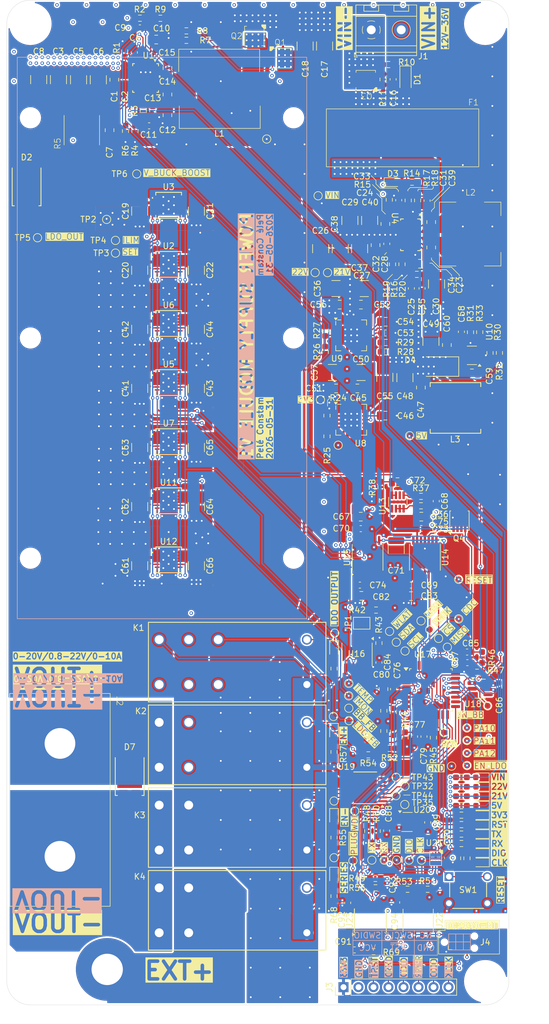
<source format=kicad_pcb>
(kicad_pcb (version 20241229) (generator "pcbnew") (generator_version "9.0")
  (title_block (date "2025-02-19") (rev "1"))
  (layers (0 "F.Cu" signal) (4 "In1.Cu" signal) (6 "In2.Cu" signal) (2 "B.Cu" signal) (13 "F.Paste" user) (15 "B.Paste" user) (5 "F.SilkS" user "F.Silkscreen") (7 "B.SilkS" user "B.Silkscreen") (1 "F.Mask" user) (3 "B.Mask" user) (25 "Edge.Cuts" user))
  (net 0 "")
  (net 1 "Net-(Q1-G)")
  (net 2 "Net-(Q2-G)")
  (net 3 "Net-(JP1-B)")
  (net 4 "Net-(D6-A)")
  (net 5 "Net-(D8-A)")
  (net 6 "Net-(D9-A)")
  (net 7 "Net-(D11-A)")
  (net 8 "Net-(D12-A)")
  (net 9 "Net-(D13-A)")
  (net 10 "Net-(U1-ISP)")
  (net 11 "Net-(U1-ISN)")
  (net 12 "Net-(C11-Pad1)")
  (net 13 "Net-(U1-BOOT2)")
  (net 14 "Net-(U1-BOOT1)")
  (net 15 "Net-(U4-BOOT2)")
  (net 16 "Net-(U4-DITH{slash}SYNC)")
  (net 17 "Net-(U4-BOOT1)")
  (net 18 "Net-(D14-A)")
  (net 19 "Net-(D15-A)")
  (net 20 "Net-(U4-FSW)")
  (net 21 "Net-(U17-PA7)")
  (net 22 "Net-(U17-PA12)")
  (net 23 "Net-(U17-PA10)")
  (net 24 "Net-(U17-PA11)")
  (net 49 "Net-(D16-A)")
  (net 50 "Net-(D17-A)")
  (net 51 "Net-(D18-A)")
  (net 52 "Net-(D19-A)")
  (net 55 "Net-(SW1-A)")
  (net 56 "Net-(C35-Pad1)")
  (net 57 "Net-(D5-A)")
  (net 58 "Net-(D10-A)")
  (net 60 "Net-(R36-Pad1)")
  (net 61 "Net-(R37-Pad1)")
  (net 72 "/buck_boost/BUCK_BOOST_OUT")
  (net 73 "/GND")
  (net 74 "/buck_boost/DITH")
  (net 75 "/buck_boost/EN")
  (net 76 "/VIN")
  (net 77 "/buck_boost/VCC")
  (net 78 "/buck_boost/COMP")
  (net 79 "/buck_boost/SW2")
  (net 80 "/buck_boost/SW1")
  (net 81 "/V_G")
  (net 82 "/LDO_OUT")
  (net 83 "/V_BUCK_BOOST")
  (net 84 "/aux_buck_boost/SW2")
  (net 85 "/aux_buck_boost/COMP")
  (net 86 "/22V")
  (net 87 "/aux_buck_boost/VCC")
  (net 88 "/aux_buck_boost/EN_UVLO")
  (net 89 "/21V")
  (net 90 "/aux_buck_boost/SW1")
  (net 91 "/5V")
  (net 92 "/aux_buck_boost/3V_NR")
  (net 93 "/3V3")
  (net 94 "/aux_buck_boost/21V_EN")
  (net 95 "/aux_buck_boost/21V_NR")
  (net 96 "/aux_buck_boost/5V_EN")
  (net 97 "/aux_buck_boost/SW")
  (net 98 "/aux_buck_boost/CB")
  (net 99 "/low_noise_output/SET")
  (net 100 "/low_noise_output/EXT_CAP")
  (net 101 "/low_noise_output/VIN_SET")
  (net 102 "/SWITCH_FB")
  (net 103 "/IMON")
  (net 104 "/LDO_FB")
  (net 105 "/TEMP")
  (net 106 "/low_noise_output/~{EN_FILT}")
  (net 107 "/~{EN_LDO}")
  (net 108 "/~{RST_BTTN}")
  (net 109 "/GND_ISO")
  (net 110 "/VCC_ISO")
  (net 111 "/aux_buck_boost/PG")
  (net 112 "/OUT_EN+_SINK")
  (net 113 "/OUT_SELECT_SINK")
  (net 114 "/VOUT-")
  (net 115 "/VOUT+")
  (net 116 "/OUT_SERIES_SINK")
  (net 117 "/OUT_EN-_SINK")
  (net 118 "/USART_TX")
  (net 119 "/USART_RX")
  (net 120 "/SW_DIO")
  (net 121 "/SW_CLK")
  (net 122 "/VIN+")
  (net 123 "/EXT_V+")
  (net 124 "/VIN-")
  (net 125 "/~{RESET_ISO}")
  (net 126 "/SWCLK_ISO")
  (net 127 "/SWDIO_ISO")
  (net 128 "/~{POWER_SENSE}")
  (net 129 "/RXD_ISO")
  (net 130 "/TXD_ISO")
  (net 131 "/SUPPLY_OUT")
  (net 132 "/low_noise_output/OUT_DIRECT")
  (net 133 "/buck_boost/FSW")
  (net 134 "/buck_boost/ILIM")
  (net 135 "/buck_boost/MODE")
  (net 136 "/buck_boost/DR1L")
  (net 137 "/buck_boost/DR1H")
  (net 138 "/aux_buck_boost/BB_FB")
  (net 139 "/aux_buck_boost/3V_FB")
  (net 140 "/aux_buck_boost/21V_FB")
  (net 141 "/aux_buck_boost/5V_FB")
  (net 142 "/SDA")
  (net 143 "/SCL")
  (net 144 "/~{RST}")
  (net 145 "/low_noise_output/ILIM")
  (net 146 "/~{CS}")
  (net 147 "/SCLK")
  (net 148 "/MOSI")
  (net 149 "/~{WLAT}")
  (net 150 "/EN_BB")
  (net 151 "/CDC")
  (net 152 "/MISO")
  (net 153 "/OUT_SELECT")
  (net 154 "/OUT_SERIES")
  (net 155 "/~{PLUG}")
  (net 156 "/WDI")
  (net 157 "/OUT_EN+")
  (net 158 "/OUT_EN-")
  (net 159 "/WP")
  (net 160 "/~{MR}")
  (net 161 "/~{EXT_RST}")
  (net 162 "/RST")
  (footprint "Library:C_1210_3225Metric" (layer "F.Cu") (at 86.6 71.724999 -90)
    (property "Reference" "C49")
    (property "Value" "22u")
  )
  (footprint "Library:C_1210_3225Metric" (layer "F.Cu") (at 46.9 79.7 -90)
    (property "Reference" "C43")
    (property "Value" "22u")
  )
  (footprint "Library:SPM10065VC-D" (layer "F.Cu") (at 93.250001 53.574999 -90)
    (property "Reference" "L2")
    (property "Value" "4.7u")
  )
  (footprint "Library:C_0603_1608Metric" (layer "F.Cu") (at 34.8 27.465686 90)
    (property "Reference" "C2")
    (property "Value" "10n")
  )
  (footprint "Library:C_1210_3225Metric" (layer "F.Cu") (at 23.55 27.449999 90)
    (property "Reference" "C3")
    (property "Value" "22u")
  )
  (footprint "Library:TestPoint_Pad_D1.0mm" (layer "F.Cu") (at 73.4 159.6 90)
    (property "Reference" "TP37" (hide yes))
    (property "Value" "~{PLUG}" (hide yes))
  )
  (footprint "Library:C_1210_3225Metric" (layer "F.Cu") (at 37.3 99.7 -90)
    (property "Reference" "C62")
    (property "Value" "22u")
  )
  (footprint "Library:10mOhm_pcb_resistor" (layer "F.Cu") (at 34.5 78.3 90)
    (property "Reference" "R23" (hide yes))
    (property "Value" "10m")
  )
  (footprint "Library:DFN-12_DF_LIT" (layer "F.Cu") (at 42.2 108.7)
    (property "Reference" "U12")
    (property "Value" "LT3081EDF-TRPBF")
  )
  (footprint "Library:C_0603_1608Metric" (layer "F.Cu") (at 85.950001 47.925 -90)
    (property "Reference" "C31")
    (property "Value" "10n")
  )
  (footprint "Library:C_1210_3225Metric" (layer "F.Cu") (at 68.6 21.765686 90)
    (property "Reference" "C17")
    (property "Value" "22u")
  )
  (footprint "Library:R_0603_1608Metric_Pad0.98x0.95mm_HandSolder" (layer "F.Cu") (at 79.6 140.6 180)
    (property "Reference" "R52")
    (property "Value" "7k")
  )
  (footprint "Library:TestPoint_Pad_D1.0mm" (layer "F.Cu") (at 96.2 133.4 45)
    (property "Reference" "TP29" (hide yes))
    (property "Value" "EN_BB" (hide yes))
  )
  (footprint "Library:C_0805_2012Metric" (layer "F.Cu") (at 74.824999 114.793749)
    (property "Reference" "C82")
    (property "Value" "10u")
  )
  (footprint "Library:TestPoint_Pad_D1.0mm" (layer "F.Cu") (at 67.5 47.1)
    (property "Reference" "TP9" (hide yes))
    (property "Value" "VIN" (hide yes))
  )
  (footprint "Library:C_0603_1608Metric" (layer "F.Cu") (at 86.055 153.125 -90)
    (property "Reference" "C89")
    (property "Value" "100n")
  )
  (footprint "Library:TestPoint_Pad_D1.0mm" (layer "F.Cu") (at 90.1 143.6)
    (property "Reference" "TP47" (hide yes))
    (property "Value" "GND")
  )
  (footprint "Library:C_1210_3225Metric" (layer "F.Cu") (at 37.3 109.7 -90)
    (property "Reference" "C61")
    (property "Value" "22u")
  )
  (footprint "Library:TestPoint_Pad_D1.0mm" (layer "F.Cu") (at 92.7 141.37868)
    (property "Reference" "TP46" (hide yes))
    (property "Value" "PA12" (hide yes))
  )
  (footprint "Library:Texas_RGW0020A_VQFN-20-1EP_5x5mm_P0.65mm_EP3.15x3.15mm_ThermalVias" (layer "F.Cu") (at 73.11 84.99)
    (property "Reference" "U8")
    (property "Value" "TPS7A4701xRGW")
  )
  (footprint "Library:R_0603_1608Metric_Pad0.98x0.95mm_HandSolder" (layer "F.Cu") (at 82.225 138.7875 90)
    (property "Reference" "R44")
    (property "Value" "1k")
  )
  (footprint "Library:TO-277-3LD_ONS" (layer "F.Cu") (at 18.15 45.5933)
    (property "Reference" "D2")
    (property "Value" "FSV15100V")
  )
  (footprint "Library:TestPoint_Pad_D1.0mm" (layer "F.Cu") (at 67.9 81.6)
    (property "Reference" "TP11" (hide yes))
    (property "Value" "3V3" (hide yes))
  )
  (footprint "Library:R_0603_1608Metric_Pad0.98x0.95mm_HandSolder" (layer "F.Cu") (at 86.048867 164.437122 180)
    (property "Reference" "R51")
    (property "Value" "10k")
  )
  (footprint "Library:L_Vishay_IHLP-5050" (layer "F.Cu") (at 50.8 29 180)
    (property "Reference" "L1")
    (property "Value" "4.7u")
  )
  (footprint "Library:C_0805_2012Metric" (layer "F.Cu") (at 83.224999 114.843749)
    (property "Reference" "C83")
    (property "Value" "10u")
  )
  (footprint "Library:TestPoint_Pad_D1.0mm" (layer "F.Cu") (at 88.825 137.925)
    (property "Reference" "TP26" (hide yes))
    (property "Value" "PA7" (hide yes))
  )
  (footprint "Library:C_0603_1608Metric" (layer "F.Cu") (at 89.4 159.125 90)
    (property "Reference" "C90")
    (property "Value" "100n")
  )
  (footprint "Library:R_0603_1608Metric_Pad0.98x0.95mm_HandSolder" (layer "F.Cu") (at 87.025 138.7875 -90)
    (property "Reference" "R45")
    (property "Value" "1k")
  )
  (footprint "Library:R_0603_1608Metric_Pad0.98x0.95mm_HandSolder" (layer "F.Cu") (at 34.9 36.15 -90)
    (property "Reference" "R6")
    (property "Value" "6.19k")
  )
  (footprint "Library:C_1210_3225Metric" (layer "F.Cu") (at 46.9 69.7 -90)
    (property "Reference" "C44")
    (property "Value" "22u")
  )
  (footprint "Library:C_1210_3225Metric" (layer "F.Cu") (at 46.9 99.7 -90)
    (property "Reference" "C64")
    (property "Value" "22u")
  )
  (footprint "Library:C_0603_1608Metric" (layer "F.Cu") (at 72.51 166.735 90)
    (property "Reference" "C92")
    (property "Value" "100n")
  )
  (footprint "Library:C_0603_1608Metric" (layer "F.Cu") (at 73.675 174.7)
    (property "Reference" "C91")
    (property "Value" "100n")
  )
  (footprint "Library:TestPoint_Pad_D1.0mm" (layer "F.Cu") (at 91.3 118.7 45)
    (property "Reference" "TP30" (hide yes))
    (property "Value" "CDC" (hide yes))
  )
  (footprint "Library:C_0805_2012Metric" (layer "F.Cu") (at 74.750001 65.516293 180)
    (property "Reference" "C52")
    (property "Value" "100n")
  )
  (footprint "Library:C_1210_3225Metric" (layer "F.Cu") (at 74.775001 77 180)
    (property "Reference" "C50")
    (property "Value" "22u")
  )
  (footprint "Library:LED_0603_1608Metric" (layer "F.Cu") (at 94.987501 153.5 180)
    (property "Reference" "D13" (hide yes))
    (property "Value" "LED_Small")
  )
  (footprint "Library:LED_0603_1608Metric" (layer "F.Cu") (at 95.012499 151.9 180)
    (property "Reference" "D14" (hide yes))
    (property "Value" "LED_Small")
  )
  (footprint "Library:C_1210_3225Metric" (layer "F.Cu") (at 80.724999 106.924999 -90)
    (property "Reference" "C71")
    (property "Value" "22u")
  )
  (footprint "Library:TestPoint_Pad_D1.0mm" (layer "F.Cu") (at 72.725 135.9 -45)
    (property "Reference" "TP24" (hide yes))
    (property "Value" "LDO_FB" (hide yes))
  )
  (footprint "Library:TestPoint_Pad_D1.0mm" (layer "F.Cu") (at 80.8 159.5 180)
    (property "Reference" "TP42" (hide yes))
    (property "Value" "GND")
  )
  (footprint "Library:C_0603_1608Metric" (layer "F.Cu") (at 77.8 126.075 90)
    (property "Reference" "C84")
    (property "Value" "100n")
  )
  (footprint "Library:TestPoint_Pad_D1.0mm" (layer "F.Cu") (at 78.7 159.5)
    (property "Reference" "TP41" (hide yes))
    (property "Value" "RX" (hide yes))
  )
  (footprint "Library:TestPoint_Pad_D1.0mm" (layer "F.Cu") (at 70.1 135.2 90)
    (property "Reference" "TP14" (hide yes))
    (property "Value" "OUT_SELECT_SINK" (hide yes))
  )
  (footprint "Library:C_1210_3225Metric" (layer "F.Cu") (at 70.525001 62.799998)
    (property "Reference" "C36")
    (property "Value" "22u")
  )
  (footprint "Library:C_0805_2012Metric" (layer "F.Cu") (at 74.150001 79.7 180)
    (property "Reference" "C45")
    (property "Value" "100n")
  )
  (footprint "Library:R_0603_1608Metric_Pad0.98x0.95mm_HandSolder" (layer "F.Cu") (at 84.350001 47.8875 -90)
    (property "Reference" "R18")
    (property "Value" "11.8k")
  )
  (footprint "Library:MountingHole_3.5mm" (layer "F.Cu") (at 18.8 180)
    (property "Reference" "H3" (hide yes))
    (property "Value" "MountingHole")
  )
  (footprint "Library:LED_0603_1608Metric" (layer "F.Cu") (at 95.012499 158.3 180)
    (property "Reference" "D16" (hide yes))
    (property "Value" "LED_Small")
  )
  (footprint "Library:10mOhm_pcb_resistor" (layer "F.Cu") (at 34.5 98.3 90)
    (property "Reference" "R35" (hide yes))
    (property "Value" "10m")
  )
  (footprint "Library:AZ576-1A-24DE" (layer "F.Cu") (at 65.597101 164.2 -90)
    (property "Reference" "K4")
    (property "Value" "AZ576-1A-24DE")
  )
  (footprint "Library:SEWF3920D5L00P9" (layer "F.Cu") (at 27.5 36 180)
    (property "Reference" "R5")
    (property "Value" "5m")
  )
  (footprint "Library:TestPoint_Pad_D1.0mm" (layer "F.Cu") (at 31.7 51.1)
    (property "Reference" "TP2")
    (property "Value" "GND" (hide yes))
  )
  (footprint "Library:DFN-12_DF_LIT" (layer "F.Cu") (at 42.2 88.7)
    (property "Reference" "U7")
    (property "Value" "LT3081EDF-TRPBF")
  )
  (footprint "Library:C_1210_3225Metric" (layer "F.Cu") (at 46.9 49.7 -90)
    (property "Reference" "C21")
    (property "Value" "22u")
  )
  (footprint "Library:TestPoint_Pad_D1.0mm" (layer "F.Cu") (at 70.2 159.1 -90)
    (property "Reference" "TP39" (hide yes))
    (property "Value" "OUT_SERIES_SINK" (hide yes))
  )
  (footprint "Library:R_0603_1608Metric_Pad0.98x0.95mm_HandSolder" (layer "F.Cu") (at 98.2 73.687501 90)
    (property "Reference" "R32")
    (property "Value" "49.9k")
  )
  (footprint "Library:C_0805_2012Metric" (layer "F.Cu") (at 74.724999 101.393749)
    (property "Reference" "C67")
    (property "Value" "10u")
  )
  (footprint "Library:TestPoint_Pad_D1.0mm" (layer "F.Cu") (at 87.894848 121.994848 45)
    (property "Reference" "TP15" (hide yes))
    (property "Value" "~{CS}" (hide yes))
  )
  (footprint "Library:AZ576-1A-24DE" (layer "F.Cu") (at 65.597101 136.2 -90)
    (property "Reference" "K2")
    (property "Value" "AZ576-1A-24DE")
  )
  (footprint "Library:R_0603_1608Metric_Pad0.98x0.95mm_HandSolder" (layer "F.Cu") (at 80.1 58.7 -90)
    (property "Reference" "R19")
    (property "Value" "100k")
  )
  (footprint "Library:TestPoint_Pad_D1.0mm" (layer "F.Cu") (at 92.717157 143.5)
    (property "Reference" "TP45" (hide yes))
    (property "Value" "~{EN_LDO}" (hide yes))
  )
  (footprint "Library:TestPoint_Pad_D1.0mm" (layer "F.Cu") (at 72.7 133.8 -45)
    (property "Reference" "TP16" (hide yes))
    (property "Value" "BB_FB")
  )
  (footprint "Library:R_0603_1608Metric_Pad0.98x0.95mm_HandSolder" (layer "F.Cu") (at 77.2125 164.2)
    (property "Reference" "R56")
    (property "Value" "10k")
  )
  (footprint "Library:LED_0603_1608Metric" (layer "F.Cu") (at 95.012499 150.3 180)
    (property "Reference" "D15" (hide yes))
    (property "Value" "LED_Small")
  )
  (footprint "Library:R_0603_1608Metric_Pad0.98x0.95mm_HandSolder" (layer "F.Cu") (at 91.7625 147.1)
    (property "Reference" "R60" (hide yes))
    (property "Value" "10k")
  )
  (footprint "Library:SOT-23-5_HandSoldering" (layer "F.Cu") (at 82.55 153.05)
    (property "Reference" "U20")
    (property "Value" "SN74LVC1G08")
  )
  (footprint "Library:TSOT-23-8" (layer "F.Cu") (at 80.999998 98.90625 90)
    (property "Reference" "U13")
    (property "Value" "LT3092xTS8")
  )
  (footprint "Library:C_1210_3225Metric" (layer "F.Cu") (at 74.530001 56.049999 90)
    (property "Reference" "C37")
    (property "Value" "22u")
  )
  (footprint "Library:PG-TSDSON-8-32" (layer "F.Cu") (at 56.7 20.065686 180)
    (property "Reference" "Q2")
    (property "Value" "IPZ40N04S5L4R8ATMA1")
  )
  (footprint "Library:C_1210_3225Metric" (layer "F.Cu") (at 71.250001 56.049999 90)
    (property "Reference" "C38")
    (property "Value" "22u")
  )
  (footprint "Library:C_0805_2012Metric" (layer "F.Cu") (at 84.9 79.550001 90)
    (property "Reference" "C47")
    (property "Value" "100n")
  )
  (footprint "Library:R_0603_1608Metric_Pad0.98x0.95mm_HandSolder" (layer "F.Cu") (at 78.9875 73.516293 180)
    (property "Reference" "R28")
    (property "Value" "100k")
  )
  (footprint "Library:UDFN6_HKA_MCH-L" (layer "F.Cu") (at 87.4 159.2265 -90)
    (property "Reference" "U21")
    (property "Value" "MIC826")
  )
  (footprint "Library:C_1210_3225Metric" (layer "F.Cu") (at 46.9 89.7 -90)
    (property "Reference" "C65")
    (property "Value" "22u")
  )
  (footprint "Library:R_0603_1608Metric_Pad0.98x0.95mm_HandSolder" (layer "F.Cu") (at 70.2 155.6875 90)
    (property "Reference" "R55")
    (property "Value" "10k")
  )
  (footprint "Library:C_0805_2012Metric" (layer "F.Cu") (at 32.2 36 -90)
    (property "Reference" "C7")
    (property "Value" "100n")
  )
  (footprint "Library:C_0805_2012Metric" (layer "F.Cu") (at 86.650001 51.549999 90)
    (property "Reference" "C39")
    (property "Value" "100n")
  )
  (footprint "Library:TSSOP-14_4.4x5mm_P0.65mm" (layer "F.Cu") (at 85.574999 108.274999 -90)
    (property "Reference" "U14")
    (property "Value" "AD5293")
  )
  (footprint "Library:C_1210_3225Metric" (layer "F.Cu") (at 76.230001 51.270685 -90)
    (property "Reference" "C40")
    (property "Value" "22u")
  )
  (footprint "Library:R_0603_1608Metric_Pad0.98x0.95mm_HandSolder" (layer "F.Cu") (at 91.7625 151.9)
    (property "Reference" "R59" (hide yes))
    (property "Value" "10k")
  )
  (footprint "Library:R_0603_1608Metric_Pad0.98x0.95mm_HandSolder" (layer "F.Cu") (at 84.212499 60.400001)
    (property "Reference" "R20")
    (property "Value" "49.9k")
  )
  (footprint "Library:C_0805_2012Metric" (layer "F.Cu") (at 70.549999 79.7)
    (property "Reference" "C51")
    (property "Value" "100n")
  )
  (footprint "Library:Tag-Connect_TC2030-IDC-NL_2x03_P1.27mm_Vertical" (layer "F.Cu") (at 91.43 173.384)
    (property "Reference" "J4")
    (property "Value" "Conn_ARM_SWD_TagConnect_TC2030-NL")
  )
  (footprint "Library:C_0603_1608Metric" (layer "F.Cu") (at 80.275001 130.575 -90)
    (property "Reference" "C76")
    (property "Value" "100n")
  )
  (footprint "Library:10mOhm_pcb_resistor" (layer "F.Cu") (at 34.5 48.3 90)
    (property "Reference" "R13" (hide yes))
    (property "Value" "10m")
  )
  (footprint "Library:C_1210_3225Metric" (layer "F.Cu") (at 37.3 79.7 -90)
    (property "Reference" "C41")
    (property "Value" "22u")
  )
  (footprint "Library:R_0603_1608Metric_Pad0.98x0.95mm_HandSolder" (layer "F.Cu") (at 75.9 154.5875 -90)
    (property "Reference" "R48")
    (property "Value" "10k")
  )
  (footprint "Library:C_0603_1608Metric" (layer "F.Cu") (at 74.724999 103.424999)
    (property "Reference" "C70")
    (property "Value" "100n")
  )
  (footprint "Library:C_0603_1608Metric" (layer "F.Cu") (at 92.76875 126.1 180)
    (property "Reference" "C87")
    (property "Value" "100n")
  )
  (footprint "Library:TestPoint_Pad_D1.0mm" (layer "F.Cu") (at 58.8 37.5)
    (property "Reference" "TP1" (hide yes))
    (property "Value" "GND" (hide yes))
  )
  (footprint "Library:C_0603_1608Metric" (layer "F.Cu") (at 87.499998 98.768749 -90)
    (property "Reference" "C68")
    (property "Value" "100n")
  )
  (footprint "Library:PG-TSDSON-8-32" (layer "F.Cu") (at 61.2223 23.815686 -90)
    (property "Reference" "Q1")
    (property "Value" "IPZ40N04S5L4R8ATMA1")
  )
  (footprint "Library:TestPoint_Pad_D1.0mm" (layer "F.Cu") (at 82.225 124.125 45)
    (property "Reference" "TP17" (hide yes))
    (property "Value" "SCL" (hide yes))
  )
  (footprint "Library:LED_0603_1608Metric" (layer "F.Cu") (at 95.012499 148.7 180)
    (property "Reference" "D11" (hide yes))
    (property "Value" "LED_Small")
  )
  (footprint "Library:C_1210_3225Metric" (layer "F.Cu") (at 65.3 21.765686 90)
    (property "Reference" "C18")
    (property "Value" "22u")
  )
  (footprint "Library:TestPoint_Pad_D1.0mm" (layer "F.Cu") (at 83 87.7)
    (property "Reference" "TP10" (hide yes))
    (property "Value" "5V" (hide yes))
  )
  (footprint "Library:C_0603_1608Metric" (layer "F.Cu") (at 98.1 130.3 -90)
    (property "Reference" "C86")
    (property "Value" "100n")
  )
  (footprint "Library:10mOhm_pcb_resistor" (layer "F.Cu") (at 34.5 88.3 90)
    (property "Reference" "R21" (hide yes))
    (property "Value" "10m")
  )
  (footprint "Library:C_0805_2012Metric" (layer "F.Cu") (at 40.1 20.665686)
    (property "Reference" "C10")
    (property "Value" "1u")
  )
  (footprint "Library:C_0603_1608Metric" (layer "F.Cu") (at 37.3375 18.7 180)
    (property "Reference" "C9")
    (property "Value" "10n")
  )
  (footprint "Library:C_0805_2012Metric" (layer "F.Cu") (at 84.974999 101.393749)
    (property "Reference" "C75")
    (property "Value" "10u")
  )
  (footprint "Library:TestPoint_Pad_D1.0mm" (layer "F.Cu") (at 82.9 159.5 90)
    (property "Reference" "TP34" (hide yes))
    (property "Value" "DIO" (hide yes))
  )
  (footprint "Library:C_1210_3225Metric" (layer "F.Cu") (at 72.880002 51.270685 -90)
    (property "Reference" "C29")
    (property "Value" "22u")
  )
  (footprint "Library:R_0603_1608Metric_Pad0.98x0.95mm_HandSolder" (layer "F.Cu") (at 91.1 159.2 90)
    (property "Reference" "R62" (hide yes))
    (property "Value" "10k")
  )
  (footprint "Library:R_0603_1608Metric_Pad0.98x0.95mm_HandSolder" (layer "F.Cu") (at 78.625 134.2375 90)
    (property "Reference" "R39" (hide yes))
    (property "Value" "5k")
  )
  (footprint "Library:R_0603_1608Metric_Pad0.98x0.95mm_HandSolder" (layer "F.Cu") (at 69 87.8 -90)
    (property "Reference" "R25")
    (property "Value" "10k")
  )
  (footprint "Library:Texas_RGW0020A_VQFN-20-1EP_5x5mm_P0.65mm_EP3.15x3.15mm_ThermalVias" (layer "F.Cu") (at 73.1 70.716293)
    (property "Reference" "U9")
    (property "Value" "TPS7A4701xRGW")
  )
  (footprint "Library:R_0603_1608Metric_Pad0.98x0.95mm_HandSolder" (layer "F.Cu") (at 78.625 137.6625 -90)
    (property "Reference" "R40" (hide yes))
    (property "Value" "10k")
  )
  (footprint "Library:TestPoint_Pad_D1.0mm" (layer "F.Cu") (at 80.7 145.5)
    (property "Reference" "TP43")
    (property "Value" "OUT_EN+" (hide yes))
  )
  (footprint "Library:C_0805_2012Metric" (layer "F.Cu") (at 77.230001 55.449999 90)
    (property "Reference" "C32")
    (property "Value" "100n")
  )
  (footprint "Library:C_0603_1608Metric" (layer "F.Cu") (at 81.150001 47.85 90)
    (property "Reference" "C33")
    (property "Value" "10n")
  )
  (footprint "Library:C_0805_2012Metric" (layer "F.Cu") (at 84.750001 58.6 180)
    (property "Reference" "C34")
    (property "Value" "100n")
  )
  (footprint "Library:TestPoint_Pad_D1.0mm" (layer "F.Cu") (at 33.2 54.65)
    (property "Reference" "TP4")
    (property "Value" "ILIM" (hide yes))
  )
  (footprint "Library:R_0603_1608Metric_Pad0.98x0.95mm_HandSolder" (layer "F.Cu") (at 70.2 141.2 90)
    (property "Reference" "R57")
    (property "Value" "10k")
  )
  (footprint "Library:C_1210_3225Metric" (layer "F.Cu") (at 26.950001 27.475 90)
    (property "Reference" "C5")
    (property "Value" "22u")
  )
  (footprint "Library:TestPoint_Pad_D1.0mm" (layer "F.Cu") (at 86.409924 120.509924 45)
    (property "Reference" "TP18" (hide yes))
    (property "Value" "SCLK" (hide yes))
  )
  (footprint "Library:MountingHole_5.3mm_M5_Pad" (layer "F.Cu") (at 31.8 178)
    (property "Reference" "H4" (hide yes))
    (property "Value" "MountingHole_Pad")
  )
  (footprint "Library:R_0603_1608Metric_Pad0.98x0.95mm_HandSolder" (layer "F.Cu") (at 83.4 44.8)
    (property "Reference" "R14")
    (property "Value" "100k")
  )
  (footprint "Library:10mOhm_pcb_resistor" (layer "F.Cu") (at 34.5 68.3 90)
    (property "Reference" "R22" (hide yes))
    (property "Value" "10m")
  )
  (footprint "Library:C_0603_1608Metric" (layer "F.Cu") (at 79.130001 55.229999 90)
    (property "Reference" "C28")
    (property "Value" "10n")
  )
  (footprint "Library:C_0603_1608Metric" (layer "F.Cu") (at 83.224999 112.974999)
    (property "Reference" "C69")
    (property "Value" "100n")
  )
  (footprint "Library:LED_0603_1608Metric" (layer "F.Cu") (at 70.2 137.8625 -90)
    (property "Reference" "D5" (hide yes))
    (property "Value" "LED_Small")
  )
  (footprint "Library:R_0603_1608Metric_Pad0.98x0.95mm_HandSolder" (layer "F.Cu") (at 91.7625 145.5)
    (property "Reference" "R67" (hide yes))
    (property "Value" "10k")
  )
  (footprint "Library:TestPoint_Pad_D1.0mm" (layer "F.Cu") (at 72.675 131.7 -135)
    (property "Reference" "TP25" (hide yes))
    (property "Value" "IMON" (hide yes))
  )
  (footprint "Library:TestPoint_Pad_D1.0mm" (layer "F.Cu") (at 33.2 56.8)
    (property "Reference" "TP3")
    (property "Value" "SET" (hide yes))
  )
  (footprint "Library:SOIC-8_3.9x4.9mm_P1.27mm" (layer "F.Cu") (at 74.09 124.725 -90)
    (property "Reference" "U16")
    (property "Value" "AT24CS08-SSHM")
  )
  (footprint "Library:TestPoint_Pad_D1.0mm" (layer "F.Cu") (at 91.3 112)
    (property "Reference" "TP13" (hide yes))
    (property "Value" "~{RESET}" (hide yes))
  )
  (footprint "Library:C_0603_1608Metric" (layer "F.Cu") (at 78.9 70.316293)
    (property "Reference" "C53")
    (property "Value" "10n")
  )
  (footprint "Library:TestPoint_Pad_D1.0mm" (layer "F.Cu") (at 67 60.1 90)
    (property "Reference" "TP8" (hide yes))
    (property "Value" "22V" (hide yes))
  )
  (footprint "Library:C_0603_1608Metric" (layer "F.Cu") (at 91.76 70.1125 -90)
    (property "Reference" "C58")
    (property "Value" "10n")
  )
  (footprint "Library:R_0603_1608Metric_Pad0.98x0.95mm_HandSolder" (layer "F.Cu") (at 77.1875 162.6)
    (property "Reference" "R49")
    (property "Value" "10k")
  )
  (footprint "Library:R_0603_1608Metric_Pad0.98x0.95mm_HandSolder" (layer "F.Cu") (at 79.550001 47.7875 90)
    (property "Reference" "R15")
    (property "Value" "49.9k")
  )
  (footprint "Library:TestPoint_Pad_D1.0mm" (layer "F.Cu") (at 69.1 60.1)
    (property "Reference" "TP7" (hide yes))
    (property "Value" "21V" (hide yes))
  )
  (footprint "Library:C_0805_2012Metric" (layer "F.Cu") (at 86.650001 55.85 -90)
    (property "Reference" "C23")
    (property "Value" "100n")
  )
  (footprint "Library:R_0603_1608Metric_Pad0.98x0.95mm_HandSolder" (layer "F.Cu") (at 34.75 22.65 90)
    (property "Reference" "R1")
    (property "Value" "49.9k")
  )
  (footprint "Library:TestPoint_Pad_D1.0mm" (layer "F.Cu") (at 82.179 150.1)
    (property "Reference" "TP35")
    (property "Value" "OUT_SERIES" (hide yes))
  )
  (footprint "Library:DFN-12_DF_LIT" (layer "F.Cu") (at 42.2 78.7)
    (property "Reference" "U5")
    (property "Value" "LT3081EDF-TRPBF")
  )
  (footprint "Library:DFN-12_DF_LIT" (layer "F.Cu") (at 42.2 58.7)
    (property "Reference" "U2")
    (property "Value" "LT3081EDF-TRPBF")
  )
  (footprint "Library:TestPoint_Pad_D1.0mm" (layer "F.Cu") (at 36.8 43.4)
    (property "Reference" "TP6")
    (property "Value" "V_BUCK_BOOST" (hide yes))
  )
  (footprint "Library:TestPoint_Pad_D1.0mm" (layer "F.Cu") (at 72.7 129.6 45)
    (property "Reference" "TP23" (hide yes))
    (property "Value" "TEMP" (hide yes))
  )
  (footprint "Library:C_0805_2012Metric" (layer "F.Cu") (at 78.95 68.416293)
    (property "Reference" "C54")
    (property "Value" "1u")
  )
  (footprint "Library:R_0603_1608Metric_Pad0.98x0.95mm_HandSolder" (layer "F.Cu") (at 37.9 32.765686 -90)
    (property "Reference" "R3")
    (property "Value" "36k")
  )
  (footprint "Library:C_1210_3225Metric" (layer "F.Cu") (at 30.3 27.475 90)
    (property "Reference" "C6")
    (property "Value" "22u")
  )
  (footprint "Library:C_1210_3225Metric" (layer "F.Cu") (at 46.9 109.7 -90)
    (property "Reference" "C66")
    (property "Value" "22u")
  )
  (footprint "Library:TestPoint_Pad_D1.0mm" (layer "F.Cu") (at 70.2 149.5 -90)
    (property "Reference" "TP40" (hide yes))
    (property "Value" "OUT_EN-_SINK" (hide yes))
  )
  (footprint "Library:LED_0603_1608Metric" (layer "F.Cu") (at 70.2 123.8625 -90)
    (property "Reference" "D6" (hide yes))
    (property "Value" "LED_Small")
  )
  (footprint "Library:10mOhm_pcb_resistor" (layer "F.Cu") (at 34.5 58.3 90)
    (property "Reference" "R12" (hide yes))
    (property "Value" "10m")
  )
  (footprint "Library:TestPoint_Pad_D1.0mm" (layer "F.Cu") (at 70.3 121.1 180)
    (property "Reference" "TP19" (hide yes))
    (property "Value" "OUT_EN+_SINK" (hide yes))
  )
  (footprint "Library:R_0603_1608Metric_Pad0.98x0.95mm_HandSolder" (layer "F.Cu") (at 91.7625 148.7)
    (property "Reference" "R61" (hide yes))
    (property "Value" "10k")
  )
  (footprint "Library:R_0603_1608Metric_Pad0.98x0.95mm_HandSolder" (layer "F.Cu") (at 37.3375 17.05 180)
    (property "Reference" "R2")
    (property "Value" "10k")
  )
  (footprint "Library:10mOhm_pcb_resistor" (layer "F.Cu") (at 34.5 108.3 90)
    (property "Reference" "R34" (hide yes))
    (property "Value" "10m")
  )
  (footprint "Library:C_0603_1608Metric" (layer "F.Cu") (at 85.099999 62.775 -90)
    (property "Reference" "C35")
    (property "Value" "4.7n")
  )
  (footprint "Library:C_1210_3225Metric" (layer "F.Cu") (at 37.3 69.7 -90)
    (property "Reference" "C42")
    (property "Value" "22u")
  )
  (footprint "Library:MountingHole_3.5mm" (layer "F.Cu") (at 18.8 18)
    (property "Reference" "H1" (hide yes))
    (property "Value" "MountingHole")
  )
  (footprint "Library:C_1210_3225Metric" (layer "F.Cu") (at 78.8 77.824997 90)
    (property "Reference" "C55")
    (property "Value" "22u")
  )
  (footprint "Library:Nexperia_CFP3_SOD-123W" (layer "F.Cu") (at 82.3 27.4 -90)
    (property "Reference" "D1")
    (property "Value" "D_Zener_Small")
  )
  (footprint "Library:TestPoint_Pad_D1.0mm" (layer "F.Cu") (at 84.925 119.025 45)
    (property "Reference" "TP20" (hide yes))
    (property "Value" "MOSI" (hide yes))
  )
  (footprint "Library:SOIC-8_3.9x4.9mm_P1.27mm" (layer "F.Cu") (at 84.44 169.75 90)
    (property "Reference" "U22")
    (property "Value" "ISO1540")
  )
  (footprint "Library:R_0603_1608Metric_Pad0.98x0.95mm_HandSolder" (layer "F.Cu") (at 91.7625 156.7)
    (property "Reference" "R65" (hide yes))
    (property "Value" "10k")
  )
  (footprint "Library:C_1210_3225Metric" (layer "F.Cu") (at 46.9 59.7 -90)
    (property "Reference" "C22")
    (property "Value" "22u")
  )
  (footprint "Library:SOT-23-6" (layer "F.Cu") (at 93.5375 74.1 180)
    (property "Reference" "U10")
    (property "Value" "LV2862XDDC")
  )
  (footprint "Library:R_0603_1608Metric_Pad0.98x0.95mm_HandSolder" (layer "F.Cu") (at 77.3125 117.2)
    (property "Reference" "R42")
    (property "Value" "1k")
  )
  (footprint "Library:C_0603_1608Metric" (layer "F.Cu") (at 85.425 138.6 -90)
    (property "Reference" "C79")
    (property "Value" "100n")
  )
  (footprint "Library:LED_0603_1608Metric" (layer "F.Cu") (at 80.162501 44.8)
    (property "Reference" "D3")
    (property "Value" "LED_Small")
  )
  (footprint "Library:TestPoint_Pad_D1.0mm" (layer "F.Cu") (at 80.679 148.6)
    (property "Reference" "TP44")
    (property "Value" "OUT_EN-" (hide yes))
  )
  (footprint "Library:PW16_TEX" (layer "F.Cu") (at 75.479 147.274999 180)
    (property "Reference" "U19")
    (property "Value" "TPL7407LPWR")
  )
  (footprint "Library:R_0603_1608Metric_Pad0.98x0.95mm_HandSolder" (layer "F.Cu") (at 84.924999 99.556248)
    (property "Reference" "R36")
    (property "Value" "20k")
  )
  (footprint "Library:C_1210_3225Metric" (layer "F.Cu") (at 37.3 89.7 -90)
    (property "Reference" "C63")
    (property "Value" "22u")
  )
  (footprint "Library:LED_0603_1608Metric" (layer "F.Cu") (at 70.2 162.2 -90)
    (property "Reference" "D8" (hide yes))
    (property "Value" "LED_Small")
  )
  (footprint "Library:PG-TSDSON-8-32" (layer "F.Cu") (at 75.5704 27.53 90)
    (property "Reference" "Q3")
    (property "Value" "IPZ40N04S5L4R8ATMA1")
  )
  (footprint "Library:R_0603_1608Metric_Pad0.98x0.95mm_HandSolder" (layer "F.Cu") (at 82.750001 47.887499 -90)
    (property "Reference" "R17")
    (property "Value" "10k")
  )
  (footprint "Library:R_0603_1608Metric_Pad0.98x0.95mm_HandSolder" (layer "F.Cu") (at 36.5 36.15 -90)
    (property "Reference" "R4")
    (property "Value" "20k")
  )
  (footprint "Library:R_0603_1608Metric_Pad0.98x0.95mm_HandSolder" (layer "F.Cu") (at 78.5 27.4125 90)
    (property "Reference" "R11")
    (property "Value" "10k")
  )
  (footprint "Library:SSOP-16_3.9x4.9mm_P0.635mm" (layer "F.Cu") (at 76.3475 169.75 90)
    (property "Reference" "U23")
    (property "Value" "SI8652EB-B-IU")
  )
  (footprint "Library:R_0603_1608Metric_Pad0.98x0.95mm_HandSolder" (layer "F.Cu") (at 92.7 159.2 90)
    (property "Reference" "R66" (hide yes))
    (property "Value" "10k")
  )
  (footprint "Library:BindingPost" (layer "F.Cu") (at 23.8 149.314651 90)
    (property "Reference" "J2")
    (property "Value" "Conn_01x02_Socket")
  )
  (footprint "Library:C_1210_3225Metric" (layer "F.Cu") (at 87.550001 62.025 -90)
    (property "Reference" "C30")
    (property "Value" "22u")
  )
  (footprint "Library:R_0603_1608Metric_Pad0.98x0.95mm_HandSolder" (layer "F.Cu") (at 76 141.7)
    (property "Reference" "R54")
    (property "Value" "7k")
  )
  (footprint "Library:LED_0603_1608Metric" (layer "F.Cu") (at 95.012499 147.1 180)
    (property "Reference" "D18" (hide yes))
    (property "Value" "LED_Small")
  )
  (footprint "Library:R_0603_1608Metric_Pad0.98x0.95mm_HandSolder" (layer "F.Cu") (at 78.149998 96.40625 90)
    (property "Reference" "R38")
    (property "Value" "10R")
  )
  (footprint "Library:TSSOP-14_4.4x5mm_P0.65mm" (layer "F.Cu") (at 75.874999 108.274999 90)
    (property "Reference" "U15")
    (property "Value" "MCP45HV51-ST")
  )
  (footprint "Library:C_0805_2012Metric" (layer "F.Cu") (at 80.949998 95.55625)
    (property "Reference" "C72")
    (property "Value" "10u")
  )
  (footprint "Library:C_0805_2012Metric" (layer "F.Cu") (at 89.300002 72.349998 -90)
    (property "Reference" "C60")
    (property "Value" "100n")
  )
  (footprint "Library:C_0603_1608Metric" (layer "F.Cu") (at 92.725 124.3 180)
    (property "Reference" "C85")
    (property "Value" "100n")
  )
  (footprint "Library:C_0603_1608Metric" (layer "F.Cu") (at 38.9 35.265686)
    (property "Reference" "C11")
    (property "Value" "15n")
  )
  (footprint "Library:TestPoint_Pad_D1.0mm" (layer "F.Cu") (at 76.6 159.5)
    (property "Reference" "TP33" (hide yes))
    (property "Value" "TX" (hide yes))
  )
  (footprint "Library:C_0603_1608Metric" (layer "F.Cu") (at 84.974999 103.393749)
    (property "Reference" "C73")
    (property "Value" "100n")
  )
  (footprint "Library:TerminalBlock_1x02_P5.08mm_Horizontal" (layer "F.Cu") (at 76.5 19.025)
    (property "Reference" "J1")
    (property "Value" "Conn_01x02_Socket")
  )
  (footprint "Library:MountingHole_3.5mm" (layer "F.Cu") (at 95.8 180)
    (property "Reference" "H5" (hide yes))
    (property "Value" "MountingHole")
  )
  (footprint "Library:LQFP-32_7x7mm_P0.8mm" (layer "F.Cu") (at 86.6 130.725)
    (property "Reference" "U17")
    (property "Value" "STM32C031K4Tx")
  )
  (footprint "Library:LED_0603_1608Metric" (layer "F.Cu") (at 95.012499 155.1 180)
    (property "Reference" "D10" (hide yes))
    (property "Value" "LED_Small")
  )
  (footprint "Library:R_0603_1608Metric_Pad0.98x0.95mm_HandSolder" (layer "F.Cu") (at 77.8 122.7875 -90)
    (property "Reference" "R43")
    (property "Value" "1k")
  )
  (footprint "Library:R_0603_1608Metric_Pad0.98x0.95mm_HandSolder" (layer "F.Cu") (at 79.4125 24.9)
    (property "Reference" "R10")
    (property "Value" "30k")
  )
  (footprint "Library:NetTie-2_SMD_Pad0.5mm" (layer "F.Cu") (at 30 85.1 180)
    (property "Reference" "NT1" (hide yes))
    (property "Value" "NetTie_2" (hide yes))
  )
  (footprint "Library:C_0603_1608Metric" (layer "F.Cu") (at 74.574999 112.974999)
    (property "Reference" "C74")
    (property "Value" "100n")
  )
  (footprint "Library:TestPoint_Pad_D1.0mm" (layer "F.Cu") (at 85 159.5 90)
    (property "Reference" "TP36" (hide yes))
    (property "Value" "CLK" (hide yes))
  )
  (footprint "Library:AZ576-1A-24DE" (layer "F.Cu") (at 65.597101 150.2 -90)
    (property "Reference" "K3")
    (property "Value" "AZ576-1A-24DE")
  )
  (footprint "Library:C_0603_1608Metric" (layer "F.Cu") (at 80.5 172.775 -90)
    (property "Reference" "C94")
    (property "Value" "100n")
  )
  (footprint "Library:Fuse_wuerth_696103101002" (layer "F.Cu") (at 81.8 37.3 180)
    (property "Reference" "F1")
    (property "Value" "10A")
  )
  (footprint "Library:TestPoint_Pad_D1.0mm" (layer "F.Cu") (at 20 54.2)
    (property "Reference" "TP5")
    (property "Value" "LDO_OUT" (hide yes))
  )
  (footprint "Library:R_0603_1608Metric_Pad0.98x0.95mm_HandSolder" (layer "F.Cu") (at 69 84.3 -90)
    (property "Reference" "R24")
    (property "Value" "140k")
  )
  (footprint "Library:DFN-12_DF_LIT" (layer "F.Cu") (at 42.2 98.7)
    (property "Reference" "U11")
    (property "Value" "LT3081EDF-TRPBF")
  )
  (footprint "Library:R_0603_1608Metric_Pad0.98x0.95mm_HandSolder" (layer "F.Cu") (at 82.648867 164.437122)
    (property "Reference" "R53")
    (property "Value" "10k")
  )
  (footprint "Library:R_0603_1608Metric_Pad0.98x0.95mm_HandSolder" (layer "F.Cu") (at 96.6 73.7 -90)
    (property "Reference" "R30")
    (property "Value" "10k")
  )
  (footprint "Library:VQFN21_RYQ_TEX" (layer "F.Cu") (at 83.147001 53.699874 -90)
    (property "Reference" "U4")
    (property "Value" "TPS552872RYQR")
  )
  (footprint "Library:C_0805_2012Metric" (layer "F.Cu") (at 93.5375 77.150001 180)
    (property "Reference" "C59")
    (property "Value" "100n")
  )
  (footprint "Library:C_0805_2012Metric" (layer "F.Cu") (at 42 25.5 -90)
    (property "Reference" "C15")
    (property "Value" "100n")
  )
  (footprint "Library:MountingHole_3.5mm" (layer "F.Cu") (at 95.8 18)
    (property "Reference" "H2" (hide yes))
    (property "Value" "MountingHole")
  )
  (footprint "Library:LED_0603_1608Metric" (layer "F.Cu") (at 94.987501 145.5 180)
    (property "Reference" "D17" (hide yes))
    (property "Value" "LED_Small")
  )
  (footprint "Library:C_0805_2012Metric" (layer "F.Cu") (at 78.890001 51.870685 -90)
    (property "Reference" "C24")
    (property "Value" "100n")
  )
  (footprint "Library:R_0603_1608Metric_Pad0.98x0.95mm_HandSolder" (layer "F.Cu") (at 95.26875 125.2125 90)
    (property "Reference" "R46")
    (property "Value" "10k")
  )
  (footprint "Library:DFN-12_DF_LIT" (layer "F.Cu") (at 42.2 48.7)
    (property "Reference" "U3")
    (property "Value" "LT3081EDF-TRPBF")
  )
  (footprint "Library:R_0603_1608Metric_Pad0.98x0.95mm_HandSolder" (layer "F.Cu") (at 40.8 17.065686 180)
    (property "Reference" "R9")
    (property "Value" "7k")
  )
  (footprint "Library:C_0805_2012Metric" (layer "F.Cu") (at 71.150003 65.516293)
    (property "Reference" "C56")
    (property "Value" "100n")
  )
  (footprint "Library:R_0603_1608Metric_Pad0.98x0.95mm_HandSolder" (layer "F.Cu") (at 68.7 69.9 -90)
    (property "Reference" "R27")
    (property "Value" "13.5k")
  )
  (footprint "Library:DFN-12_DF_LIT" (layer "F.Cu") (at 42.2 68.7)
    (property "Reference" "U6")
    (property "Value" "LT3081EDF-TRPBF")
  )
  (footprint "Library:PinHeader_1x08_P2.54mm_Vertical" (layer "F.Cu") (at 71.8 181 90)
    (property "Reference" "J3")
    (property "Value" "Conn_01x08_Pin")
  )
  (footprint "Library:C_1210_3225Metric" (layer "F.Cu") (at 37.3 59.7 -90)
    (property "Reference" "C20")
    (property "Value" "22u")
  )
  (footprint "Library:R_0603_1608Metric_Pad0.98x0.95mm_HandSolder" (layer "F.Cu") (at 68.7 73.528793 -90)
    (property "Reference" "R26")
    (property "Value" "10k")
  )
  (footprint "Library:K_DIP8_AZ576-1C_AMZ" (layer "F.Cu") (at 65.597101 122.200001 -90)
    (property "Reference" "K1")
    (property "Value" "AZ576-1C-24DE")
  )
  (footprint "Library:C_0603_1608Metric" (layer "F.Cu") (at 83.289999 62.775 -90)
    (property "Reference" "C25")
    (property "Value" "47p")
  )
  (footprint "Library:C_0603_1608Metric" (layer "F.Cu") (at 80.8 166.675 90)
    (property "Reference" "C93")
    (property "Value" "100n")
  )
  (footprint "Library:TestPoint_Pad_D1.0mm" (layer "F.Cu") (at 70.9 89.3)
    (property "Reference" "TP12" (hide yes))
    (property "Value" "GND" (hide yes))
  )
  (footprint "Library:R_0603_1608Metric_Pad0.98x0.95mm_HandSolder" (layer "F.Cu") (at 94.4125 127.725)
    (property "Reference" "R47")
    (property "Value" "10k")
  )
  (footprint "Library:R_0603_1608Metric_Pad0.98x0.95mm_HandSolder" (layer "F.Cu") (at 77.5 154.5875 -90)
    (property "Reference" "R50")
    (property "Value" "1k")
  )
  (footprint "Library:LED_0603_1608Metric" (layer "F.Cu") (at 70.2 152.2625 -90)
    (property "Reference" "D9" (hide yes))
    (property "Value" "LED_Small")
  )
  (footprint "Library:R_0603_1608Metric_Pad0.98x0.95mm_HandSolder" (layer "F.Cu") (at 93.3 70.1875 -90)
    (property "Reference" "R31")
    (property "Value" "11.8k")
  )
  (footprint "Library:C_0603_1608Metric" (layer "F.Cu") (at 39.5 32.765686 -90)
    (property "Reference" "C13")
    (property "Value" "200p")
  )
  (footprint "Library:C_0603_1608Metric" (layer "F.Cu") (at 36.4 22.850001 90)
    (property "Reference" "C4")
    (property "Value" "10n")
  )
  (footprint "Library:C_0603_1608Metric" (layer "F.Cu") (at 80.225 137.625 90)
    (property "Reference" "C78" (hide yes))
    (property "Value" "10n")
  )
  (footprint "Library:C_0805_2012Metric" (layer "F.Cu") (at 78.9 84.3)
    (property "Reference" "C46")
    (property "Value" "1u")
  )
  (footprint "Library:R_0603_1608Metric_Pad0.98x0.95mm_HandSolder" (layer "F.Cu") (at 91.7625 155.1)
    (property "Reference" "R64" (hide yes))
    (property "Value" "10k")
  )
  (footprint "Library:SolderJumper-2_P1.3mm_Open_TrianglePad1.0x1.5mm" (layer "F.Cu") (at 74.879999 119.425 180)
    (property "Reference" "JP1")
    (property "Value" "Jumper_2_Open")
  )
  (footprint "Library:C_1210_3225Metric" (layer "F.Cu") (at 67.930001 56.049999 90)
    (property "Reference" "C26")
    (property "Value" "22u")
  )
  (footprint "Library:C_0805_2012Metric" (layer "F.Cu") (at 42 33.465686 -90)
    (property "Reference" "C12")
    (property "Value" "10u")
  )
  (footprint "Library:C_0603_1608Metric" (layer "F.Cu") (at 83.825 138.6 -90)
    (property "Reference" "C77")
    (property "Value" "100n")
  )
  (footprint "Library:R_0603_1608Metric_Pad0.98x0.95mm_HandSolder" (layer "F.Cu") (at 70.2 127.1 90)
    (property "Reference" "R41" (hide yes))
    (property "Value" "10k")
  )
  (footprint "Library:TestPoint_Pad_D1.0mm" (layer "F.Cu") (at 92.7 137.136039)
    (property "Reference" "TP27" (hide yes))
    (property "Value" "PA10" (hide yes))
  )
  (footprint "Library:C_0805_2012Metric" (layer "F.Cu") (at 42 29.965686 -90)
    (property "Reference" "C14")
    (property "Value" "100n")
  )
  (footprint "Library:LED_0603_1608Metric" (layer "F.Cu") (at 95.012499 159.9 180)
    (property "Reference" "D19" (hide yes))
    (property "Value" "LED_Small")
  )
  (footprint "Library:TO-277-3LD_ONS" (layer "F.Cu") (at 35.6 145.364651)
    (property "Reference" "D7")
    (property "Value" "FSV15100V")
  )
  (footprint "Library:D_SMA" (layer "F.Cu") (at 87.8 76 180)
    (property "Reference" "D4")
    (property "Value" "VSSAF510")
  )
  (footprint "Library:R_0603_1608Metric_Pad0.98x0.95mm_HandSolder" (layer "F.Cu") (at 45.2 19.2 180)
    (property "Reference" "R8")
    (property "Value" "1R")
  )
  (footprint "Library:R_0603_1608Metric_Pad0.98x0.95mm_HandSolder" (layer "F.Cu") (at 70.2 165.6 90)
    (property "Reference" "R68")
    (property "Value" "10k")
  )
  (footprint "Library:R_0603_1608Metric_Pad0.98x0.95mm_HandSolder" (layer "F.Cu") (at 76.8875 175)
    (property "Reference" "R69")
    (property "Value" "10k")
  )
  (footprint "Library:TestPoint_Pad_D1.0mm" (layer "F.Cu") (at 79.6 120.8 45)
    (property "Reference" "TP21" (hide yes))
    (property "Value" "~{WLAT}" (hide yes))
  )
  (footprint "Library:TestPoint_Pad_D1.0mm" (layer "F.Cu") (at 89.379773 123.479773 45)
    (property "Reference" "TP31" (hide yes))
    (property "Value" "MISO" (hide yes))
  )
  (footprint "Library:TestPoint_Pad_D1.0mm" (layer "F.Cu") (at 92.7 139.257359)
    (property "Reference" "TP28" (hide yes))
    (property "Value" "PA11" (hide yes))
  )
  (footprint "Library:VQFN-HR26_RPM_TEX" (layer "F.Cu") (at 38.3 27.2131 -90)
    (property "Reference" "U1")
    (property "Value" "TPS55288")
  )
  (footprint "Library:C_0603_1608Metric" (layer "F.Cu") (at 79.1 154.525 -90)
    (property "Reference" "C88")
    (property "Value" "100n")
  )
  (footprint "Library:SOT-23-5_HandSoldering" (layer "F.Cu") (at 94.925 130.5)
    (property "Reference" "U18")
    (property "Value" "SN74LVC1G08")
  )
  (footprint "Library:TestPoint_Pad_D1.0mm" (layer "F.Cu") (at 80.740076 122.640076 45)
    (property "Reference" "TP22" (hide yes))
    (property "Value" "SDA" (hide yes))
  )
  (footprint "Library:TestPoint_Pad_D1.0mm" (layer "F.Cu") (at 82.2 147)
    (property "Reference" "TP32")
    (property "Value" "OUT_SELECT" (hide yes))
  )
  (footprint "Library:R_0603_1608Metric_Pad0.98x0.95mm_HandSolder" (layer "F.Cu") (at 91.7625 150.3)
    (property "Reference" "R63" (hide yes))
    (property "Value" "10k")
  )
  (footprint "Library:SW4_1825910-B_TEC" (layer "F.Cu") (at 96.15 166.800001)
    (property "Reference" "SW1")
    (property "Value" "1825910-6")
  )
  (footprint "Library:R_0603_1608Metric_Pad0.98x0.95mm_HandSolder" (layer "F.Cu") (at 84.924999 97.95625)
    (property "Reference" "R37")
    (property "Value" "200R")
  )
  (footprint "Library:LED_0603_1608Metric" (layer "F.Cu") (at 95.012499 156.7 180)
    (property "Reference" "D12" (hide yes))
    (property "Value" "LED_Small")
  )
  (footprint "Library:R_0603_1608Metric_Pad0.98x0.95mm_HandSolder" (layer "F.Cu") (at 45.2 20.8 180)
    (property "Reference" "R7")
    (property "Value" "1R")
  )
  (footprint "Library:C_1210_3225Metric" (layer "F.Cu") (at 82.2 77.874999 90)
    (property "Reference" "C48")
    (property "Value" "22u")
  )
  (footprint "Library:R_0603_1608Metric_Pad0.98x0.95mm_HandSolder" (layer "F.Cu") (at 91.7625 153.5)
    (property "Reference" "R58" (hide yes))
    (property "Value" "10k")
  )
  (footprint "Library:C_0805_2012Metric" (layer "F.Cu") (at 78.575 130.575 -90)
    (property "Reference" "C80")
    (property "Value" "1u")
  )
  (footprint "Library:C_0603_1608Metric" (layer "F.Cu") (at 80.225 134.6 -90)
    (property "Reference" "C81" (hide yes))
    (property "Value" "10n")
  )
  (footprint "Library:R_0603_1608Metric_Pad0.98x0.95mm_HandSolder" (layer "F.Cu") (at 81.7 58.6875 -90)
    (property "Reference" "R16")
    (property "Value" "5.76k")
  )
  (footprint "Library:IND_SRN8040_BRN" (layer "F.Cu") (at 90.7591 83 180)
    (property "Reference" "L3")
    (property "Value" "22u")
  )
  (footprint "Library:C_0805_2012Metric" (layer "F.Cu") (at 33 27.465686 90)
    (property "Reference" "C1")
    (property "Value" "100n")
  )
  (footprint "Library:Vishay_PowerPAK_1212-8_Single" (layer "F.Cu") (at 91.43 102.065 90)
    (property "Reference" "Q4")
    (property "Value" "SISS76LDN-T1-GE3")
  )
  (footprint "Library:C_1210_3225Metric" (layer "F.Cu") (at 37.3 49.7 -90)
    (property "Reference" "C19")
    (property "Value" "22u")
  )
  (footprint "Library:C_1210_3225Metric" (layer "F.Cu") (at 75.325001 62.799998 180)
    (property "Reference" "C27")
    (property "Value" "22u")
  )
  (footprint "Library:R_0603_1608Metric_Pad0.98x0.95mm_HandSolder" (layer "F.Cu") (at 94.859999 70.175 -90)
    (property "Reference" "R33")
    (property "Value" "100k")
  )
  (footprint "Library:C_1210_3225Metric" (layer "F.Cu") (at 69.924999 77)
    (property "Reference" "C57")
    (property "Value" "22u")
  )
  (footprint "Library:R_0603_1608Metric_Pad0.98x0.95mm_HandSolder" (layer "F.Cu") (at 78.9625 71.916293)
    (property "Reference" "R29")
    (property "Value" "11.8k")
  )
  (footprint "Library:C_1210_3225Metric" (layer "F.Cu") (at 20.2 27.45 90)
    (property "Reference" "C8")
    (property "Value" "22u")
  )
  (footprint "Library:TestPoint_Pad_D1.0mm" (layer "F.Cu") (at 73.7 151.2)
    (property "Reference" "TP38" (hide yes))
    (property "Value" "WDI" (hide yes))
  )
  (footprint "Library:C_0603_1608Metric" (layer "F.Cu") (at 80.2 27.4 -90)
    (property "Reference" "C16")
    (property "Value" "100n")
  )
  (footprint "Library:38146-heatsink" (layer "B.Cu") (at 41.075 71.16 180)
    (property "Reference" "HS1" (hide yes))
    (property "Value" "38146")
  )
  (gr_line (start 78.9 50.2) (end 78.3 49.6) (stroke (width 0.1)) (layer "F.SilkS"))
  (gr_line (start 88 59.2) (end 89.8 59.2) (stroke (width 0.1)) (layer "F.SilkS"))
  (gr_line (start 86.7 49.6) (end 87.2 49.1) (stroke (width 0.1)) (layer "F.SilkS"))
  (gr_line (start 77.3 45.1) (end 78 45.8) (stroke (width 0.1)) (layer "F.SilkS"))
  (gr_line (start 87.9 171.4) (end 87.9 175.4) (stroke (width 0.1)) (layer "F.SilkS"))
  (gr_line (start 78.3 49.6) (end 78.3 47.6) (stroke (width 0.1)) (layer "F.SilkS"))
  (gr_line (start 86.8 46) (end 87 45.8) (stroke (width 0.1)) (layer "F.SilkS"))
  (gr_line (start 80.7 45.8) (end 81.1 46.2) (stroke (width 0.1)) (layer "F.SilkS"))
  (gr_line (start 81.979 145.6) (end 83.079 145.6) (stroke (width 0.1)) (layer "F.SilkS"))
  (gr_line (start 77.4 45.9) (end 78.8 47.3) (stroke (width 0.1)) (layer "F.SilkS"))
  (gr_line (start 86.7 57.6) (end 86.7 57.9) (stroke (width 0.1)) (layer "F.SilkS"))
  (gr_line (start 84.4 46.1) (end 84.5 46) (stroke (width 0.1)) (layer "F.SilkS"))
  (gr_line (start 89.2 59.6) (end 87.9 59.6) (stroke (width 0.1)) (layer "F.SilkS"))
  (gr_line (start 90.1 59.2) (end 91.4 60.5) (stroke (width 0.1)) (layer "F.SilkS"))
  (gr_line (start 69.5 81.3) (end 69.1 81.7) (stroke (width 0.1)) (layer "F.SilkS"))
  (gr_line (start 86.7 47.9) (end 86.8 47.9) (stroke (width 0.1)) (layer "F.SilkS"))
  (gr_line (start 87.2 48.2) (end 89.8 45.6) (stroke (width 0.1)) (layer "F.SilkS"))
  (gr_line (start 84.5 46) (end 85.6 46) (stroke (width 0.1)) (layer "F.SilkS"))
  (gr_line (start 86.8 58.5) (end 86.7 58.5) (stroke (width 0.1)) (layer "F.SilkS"))
  (gr_line (start 76.5 43.7) (end 77.3 44.5) (stroke (width 0.1)) (layer "F.SilkS"))
  (gr_line (start 82.6 60.5) (end 81.8 61.3) (stroke (width 0.1)) (layer "F.SilkS"))
  (gr_line (start 85.9 45.7) (end 83.1 45.7) (stroke (width 0.1)) (layer "F.SilkS"))
  (gr_line (start 78.3 47.6) (end 77.4 46.7) (stroke (width 0.1)) (layer "F.SilkS"))
  (gr_line (start 86.5 46) (end 86.8 46) (stroke (width 0.1)) (layer "F.SilkS"))
  (gr_line (start 91.4 60.5) (end 91.4 60.7) (stroke (width 0.1)) (layer "F.SilkS"))
  (gr_line (start 84.4 46.3) (end 84.4 46.1) (stroke (width 0.1)) (layer "F.SilkS"))
  (gr_line (start 90.1 60.7) (end 90.1 60.5) (stroke (width 0.1)) (layer "F.SilkS"))
  (gr_line (start 87.2 49.1) (end 87.2 48.2) (stroke (width 0.1)) (layer "F.SilkS"))
  (gr_line (start 98.2 169.7) (end 89 169.7) (stroke (width 0.1)) (layer "F.SilkS"))
  (gr_line (start 86 45.6) (end 85.9 45.7) (stroke (width 0.1)) (layer "F.SilkS"))
  (gr_line (start 86.8 47.9) (end 88.7 46) (stroke (width 0.1)) (layer "F.SilkS"))
  (gr_line (start 87.9 59.6) (end 86.8 58.5) (stroke (width 0.1)) (layer "F.SilkS"))
  (gr_line (start 98.2 175.4) (end 98.2 169.7) (stroke (width 0.1)) (layer "F.SilkS"))
  (gr_line (start 89 171.4) (end 87.9 171.4) (stroke (width 0.1)) (layer "F.SilkS"))
  (gr_line (start 78.8 57) (end 79.1 56.7) (stroke (width 0.1)) (layer "F.SilkS"))
  (gr_line (start 86 45.6) (end 86 45.5) (stroke (width 0.1)) (layer "F.SilkS"))
  (gr_line (start 80.9 61.3) (end 81.7 60.5) (stroke (width 0.1)) (layer "F.SilkS"))
  (gr_line (start 85.6 46) (end 86.5 46) (stroke (width 0.1)) (layer "F.SilkS"))
  (gr_line (start 87 45.8) (end 87 45.5) (stroke (width 0.1)) (layer "F.SilkS"))
  (gr_line (start 86.7 57.9) (end 88 59.2) (stroke (width 0.1)) (layer "F.SilkS"))
  (gr_line (start 77.4 45.9) (end 76.7 45.2) (stroke (width 0.1)) (layer "F.SilkS"))
  (gr_line (start 78.8 57) (end 78.8 57.1) (stroke (width 0.1)) (layer "F.SilkS"))
  (gr_line (start 89 169.7) (end 89 171.4) (stroke (width 0.1)) (layer "F.SilkS"))
  (gr_line (start 90.1 60.5) (end 89.2 59.6) (stroke (width 0.1)) (layer "F.SilkS"))
  (gr_line (start 69.1 81.7) (end 69.1 82.7) (stroke (width 0.1)) (layer "F.SilkS"))
  (gr_line (start 82.7 46.1) (end 82.7 46.3) (stroke (width 0.1)) (layer "F.SilkS"))
  (gr_line (start 87.9 175.4) (end 98.2 175.4) (stroke (width 0.1)) (layer "F.SilkS"))
  (gr_line (start 80.4 45.8) (end 80.7 45.8) (stroke (width 0.1)) (layer "F.SilkS"))
  (gr_line (start 78 45.8) (end 80.4 45.8) (stroke (width 0.1)) (layer "F.SilkS"))
  (gr_line (start 86.4 58.5) (end 86.7 58.5) (stroke (width 0.1)) (layer "F.SilkS"))
  (gr_line (start 77.3 44.5) (end 77.3 45.1) (stroke (width 0.1)) (layer "F.SilkS"))
  (gr_line (start 81.979 148.5) (end 83.079 148.5) (stroke (width 0.1)) (layer "F.SilkS"))
  (gr_line (start 81.1 46.2) (end 81.1 46.4) (stroke (width 0.1)) (layer "F.SilkS"))
  (gr_line (start 89.8 59.2) (end 90.1 59.2) (stroke (width 0.1)) (layer "F.SilkS"))
  (gr_line (start 83.1 45.7) (end 82.7 46.1) (stroke (width 0.1)) (layer "F.SilkS"))
  (gr_line (start 79.2 61.3) (end 80.1 60.4) (stroke (width 0.1)) (layer "F.SilkS"))
  (gr_line (start 86.7 49.8) (end 86.7 49.6) (stroke (width 0.1)) (layer "F.SilkS"))
  (gr_line (start 80.4 61.3) (end 80.9 61.3) (stroke (width 0.1)) (layer "F.SilkS"))
  (gr_line (start 88.7 46) (end 88.7 45.5) (stroke (width 0.1)) (layer "F.SilkS"))
  (gr_line (start 90.8 172) (end 90.8 174.7) (stroke (width 0.1)) (layer "B.SilkS"))
  (gr_line (start 89.6 173.35) (end 93.3 173.35) (stroke (width 0.1)) (layer "B.SilkS"))
  (gr_line (start 92.1 172) (end 92.1 174.7) (stroke (width 0.1)) (layer "B.SilkS"))
  (gr_rect (start 89.6 172) (end 93.3 174.7) (stroke (width 0.1)) (fill no) (layer "B.SilkS"))
  (gr_line (start 18.8 14) (end 95.8 14) (stroke (width 0.05)) (layer "Edge.Cuts"))
  (gr_arc (start 14.8 18) (mid 15.971573 15.171573) (end 18.8 14) (stroke (width 0.05)) (layer "Edge.Cuts"))
  (gr_line (start 99.8 180) (end 99.8 18) (stroke (width 0.05)) (layer "Edge.Cuts"))
  (gr_arc (start 99.8 180) (mid 98.628427 182.828427) (end 95.8 184) (stroke (width 0.05)) (layer "Edge.Cuts"))
  (gr_arc (start 18.8 184) (mid 15.971573 182.828427) (end 14.8 180) (stroke (width 0.05)) (layer "Edge.Cuts"))
  (gr_arc (start 95.8 14) (mid 98.628427 15.171573) (end 99.8 18) (stroke (width 0.05)) (layer "Edge.Cuts"))
  (gr_line (start 14.8 180) (end 14.8 18) (stroke (width 0.05)) (layer "Edge.Cuts"))
  (gr_line (start 95.8 184) (end 18.8 184) (stroke (width 0.05)) (layer "Edge.Cuts"))
  (gr_text "POWER SUPPLY MODULE V1" (at 56.6 92 90) (layer "F.SilkS" knockout) (effects (font (size 2 2) (thickness 0.4) (bold yes)) (justify left bottom)))
  (gr_text "RESET" (at 99 167.001306 90) (layer "F.SilkS" knockout) (effects (font (size 1 1) (thickness 0.2) (bold yes)) (justify left bottom)))
  (gr_text "0-20V/0.8-22V/0-10A" (at 15.7 125.6 0) (layer "F.SilkS" knockout) (effects (font (size 1 1) (thickness 0.2) (bold yes)) (justify left bottom)))
  (gr_text "VOUT+" (at 15.771429 130.464651 0) (layer "F.SilkS" knockout) (effects (font (size 3 3) (thickness 0.6) (bold yes)) (justify left bottom)))
  (gr_text "LDO OUTPUT" (at 70.9 120.1 90) (layer "F.SilkS" knockout) (effects (font (size 1 1) (thickness 0.2) (bold yes)) (justify left bottom)))
  (gr_text "DIO" (at 87.704001 178.8 90) (layer "F.SilkS" knockout) (effects (font (size 1 1) (thickness 0.2) (bold yes)) (justify left bottom)))
  (gr_text "RXD" (at 80.084 178.8 90) (layer "F.SilkS" knockout) (effects (font (size 1 1) (thickness 0.2) (bold yes)) (justify left bottom)))
  (gr_text "~{PWR}" (at 85.147834 178.8 90) (layer "F.SilkS" knockout) (effects (font (size 1 1) (thickness 0.1)) (justify left bottom)))
  (gr_text "EXT+" (at 37.8 180 0) (layer "F.SilkS" knockout) (effects (font (size 3 3) (thickness 0.6) (bold yes)) (justify left bottom)))
  (gr_text "EN-" (at 72.6 154 90) (layer "F.SilkS" knockout) (effects (font (size 1 1) (thickness 0.2) (bold yes)) (justify left bottom)))
  (gr_text "3V3" (at 72.464 178.8 90) (layer "F.SilkS" knockout) (effects (font (size 1 1) (thickness 0.2) (bold yes)) (justify left bottom)))
  (gr_text "GND" (at 75.004 179.580952 90) (layer "F.SilkS" knockout) (effects (font (size 1 1) (thickness 0.2) (bold yes)) (justify left bottom)))
  (gr_text "VIN\n22V\n21V\n5V\n3V3\nRST\nTX\nRX\nDIO\nCLK" (at 96.697499 160.535 0) (layer "F.SilkS" knockout) (effects (font (size 1 1) (thickness 0.2) (bold yes)) (justify left bottom)))
  (gr_text "Pelé Constam\n${CURRENT_DATE}" (at 59.9 91.7 90) (layer "F.SilkS" knockout) (effects (font (size 1 1) (thickness 0.2) (bold yes)) (justify left bottom)))
  (gr_text "12V-36V" (at 89.6 22.4 90) (layer "F.SilkS" knockout) (effects (font (size 1 1) (thickness 0.2) (bold yes)) (justify left bottom)))
  (gr_text "TC2030-NL" (at 89.2 171.2 0) (layer "F.SilkS" knockout) (effects (font (size 1 1) (thickness 0.1)) (justify left bottom)))
  (gr_text "EN+" (at 72.4 140.2 90) (layer "F.SilkS" knockout) (effects (font (size 1 1) (thickness 0.2) (bold yes)) (justify left bottom)))
  (gr_text "CLK" (at 90.244001 178.8 90) (layer "F.SilkS" knockout) (effects (font (size 1 1) (thickness 0.2) (bold yes)) (justify left bottom)))
  (gr_text "~{RST}" (at 77.677333 178.8 90) (layer "F.SilkS" knockout) (effects (font (size 1 1) (thickness 0.2) (bold yes)) (justify left bottom)))
  (gr_text "TXD" (at 82.624001 178.8 90) (layer "F.SilkS" knockout) (effects (font (size 1 1) (thickness 0.2) (bold yes)) (justify left bottom)))
  (gr_text "VIN-" (at 73.2 22.472619 90) (layer "F.SilkS" knockout) (effects (font (size 2 2) (thickness 0.4) (bold yes)) (justify left bottom)))
  (gr_text "VIN+" (at 87.4 22.472619 90) (layer "F.SilkS" knockout) (effects (font (size 2 2) (thickness 0.4) (bold yes)) (justify left bottom)))
  (gr_text "VOUT-" (at 15.771429 171.964651 0) (layer "F.SilkS" knockout) (effects (font (size 3 3) (thickness 0.6) (bold yes)) (justify left bottom)))
  (gr_text "SERIES" (at 72.5 165.2 90) (layer "F.SilkS" knockout) (effects (font (size 1 1) (thickness 0.2) (bold yes)) (justify left bottom)))
  (gr_text "RXD" (at 80.059999 176.271428 90) (layer "B.SilkS" knockout) (effects (font (size 1 1) (thickness 0.2) (bold yes)) (justify left bottom mirror)))
  (gr_text "VOUT+" (at 15.8 130 180) (layer "B.SilkS" knockout) (effects (font (size 3 3) (thickness 0.6) (bold yes)) (justify left bottom mirror)))
  (gr_text "VOUT-" (at 15.7 164.5 180) (layer "B.SilkS" knockout) (effects (font (size 3 3) (thickness 0.6) (bold yes)) (justify left bottom mirror)))
  (gr_text "TXD" (at 82.6 176.509523 90) (layer "B.SilkS" knockout) (effects (font (size 1 1) (thickness 0.2) (bold yes)) (justify left bottom mirror)))
  (gr_text "3V3" (at 72.439999 176.461904 90) (layer "B.SilkS" knockout) (effects (font (size 1 1) (thickness 0.2) (bold yes)) (justify left bottom mirror)))
  (gr_text "CLK" (at 90.22 176.5 90) (layer "B.SilkS" knockout) (effects (font (size 1 1) (thickness 0.2) (bold yes)) (justify left bottom mirror)))
  (gr_text "POWER SUPPLY MODULE V1" (at 56.6 49.78095 90) (layer "B.SilkS" knockout) (effects (font (size 2 2) (thickness 0.4) (bold yes)) (justify left bottom mirror)))
  (gr_text "~{RST}" (at 77.653332 176.509523 90) (layer "B.SilkS" knockout) (effects (font (size 1 1) (thickness 0.2) (bold yes)) (justify left bottom mirror)))
  (gr_text "0-20V/0.8-22V/0-10A" (at 15.8 128.2 180) (layer "B.SilkS" knockout) (effects (font (size 1 1) (thickness 0.2) (bold yes)) (justify left bottom mirror)))
  (gr_text "GND" (at 75 176.3 90) (layer "B.SilkS" knockout) (effects (font (size 1 1) (thickness 0.2) (bold yes)) (justify left bottom mirror)))
  (gr_text "DIO" (at 87.68 176.7 90) (layer "B.SilkS" knockout) (effects (font (size 1 1) (thickness 0.2) (bold yes)) (justify left bottom mirror)))
  (gr_text "Pelé Constam\n${CURRENT_DATE}" (at 59.9 50.08095 90) (layer "B.SilkS" knockout) (effects (font (size 1 1) (thickness 0.2) (bold yes)) (justify left bottom mirror)))
  (gr_text "~{PWR}" (at 85.1 176.2 90) (layer "B.SilkS" knockout) (effects (font (size 1 1) (thickness 0.1)) (justify left bottom mirror)))
  (table (column_count 3) (layer "B.SilkS") (border (external yes) (header yes) (stroke (width 0.1))) (separators (rows yes) (cols yes) (stroke (width 0.1))) (column_widths 4.9 5.5 3.9) (row_heights 1.7 2.5) (cells (table_cell "SWDIO" (start 73.4 171.4) (end 78.3 173.1) (margins 0.25 0.25 0.25 0.25) (span 1 1) (layer "B.SilkS") (effects (font (size 1 1)) (justify mirror))) (table_cell "SWCLK" (start 78.3 171.4) (end 83.8 173.1) (margins 0.25 0.25 0.25 0.25) (span 1 1) (layer "B.SilkS") (effects (font (size 1 1)) (justify left mirror))) (table_cell "NC" (start 83.8 171.4) (end 87.7 173.1) (margins 0.25 0.25 0.25 0.25) (span 1 1) (layer "B.SilkS") (effects (font (size 1 1)) (justify mirror))) (table_cell "VCC" (start 73.4 173.1) (end 78.3 175.6) (margins 0.25 0.25 0.25 0.25) (span 1 1) (layer "B.SilkS") (effects (font (size 1 1)) (justify mirror))) (table_cell "~{RST}" (start 78.3 173.1) (end 83.8 175.6) (margins 0.25 0.25 0.25 0.25) (span 1 1) (layer "B.SilkS") (effects (font (size 1 1)) (justify mirror))) (table_cell "GND" (start 83.8 173.1) (end 87.7 175.6) (margins 0.25 0.25 0.25 0.25) (span 1 1) (layer "B.SilkS") (effects (font (size 1 1)) (justify mirror)))))
  (via (at 24.8 24.7) (size 0.6) (drill 0.3) (layers "F.Cu" "B.Cu") (net 0))
  (via (at 87.5 100.6) (size 0.6) (drill 0.3) (layers "F.Cu" "B.Cu") (net 0))
  (via (at 22.8 24.7) (size 0.6) (drill 0.3) (layers "F.Cu" "B.Cu") (net 0))
  (via (at 35.6 33.465686) (size 0.6) (drill 0.3) (layers "F.Cu" "B.Cu") (net 0))
  (via (at 82.3 174.1) (size 0.6) (drill 0.3) (layers "F.Cu" "B.Cu") (net 0))
  (via (at 78.5 151.4) (size 0.6) (drill 0.3) (layers "F.Cu" "B.Cu") (net 0))
  (via (at 31.8 23.7) (size 0.6) (drill 0.3) (layers "F.Cu" "B.Cu") (net 0))
  (via (at 91.4 177.8) (size 0.6) (drill 0.3) (layers "F.Cu" "B.Cu") (net 0))
  (via (at 26.025 17.71675) (size 0.6) (drill 0.3) (layers "F.Cu" "B.Cu") (net 0))
  (via (at 18.8 23.665686) (size 0.6) (drill 0.3) (layers "F.Cu" "B.Cu") (net 0))
  (via (at 46.025 117.71675) (size 0.6) (drill 0.3) (layers "F.Cu" "B.Cu") (net 0))
  (via (at 16.025 22.71675) (size 0.6) (drill 0.3) (layers "F.Cu" "B.Cu") (net 0))
  (via (at 38.5 54) (size 0.6) (drill 0.3) (layers "F.Cu" "B.Cu") (net 0))
  (via (at 21.8 23.665686) (size 0.6) (drill 0.3) (layers "F.Cu" "B.Cu") (net 0))
  (via (at 23.3 14.8) (size 0.6) (drill 0.3) (layers "F.Cu" "B.Cu") (net 0))
  (via (at 87.024999 101.393749) (size 0.6) (drill 0.3) (layers "F.Cu" "B.Cu") (net 0))
  (via (at 79.6 160.1) (size 0.6) (drill 0.3) (layers "F.Cu" "B.Cu") (net 0))
  (via (at 20.8 24.665686) (size 0.6) (drill 0.3) (layers "F.Cu" "B.Cu") (net 0))
  (via (at 59.7 26.765686) (size 0.6) (drill 0.3) (layers "F.Cu" "B.Cu") (net 0))
  (via (at 19.8 23.665686) (size 0.6) (drill 0.3) (layers "F.Cu" "B.Cu") (net 0))
  (via (at 86.900001 14.8) (size 0.6) (drill 0.3) (layers "F.Cu" "B.Cu") (net 0))
  (via (at 21.8 24.665686) (size 0.6) (drill 0.3) (layers "F.Cu" "B.Cu") (net 0))
  (via (at 29.8 24.7) (size 0.6) (drill 0.3) (layers "F.Cu" "B.Cu") (net 0))
  (via (at 96.4 138.6) (size 0.6) (drill 0.3) (layers "F.Cu" "B.Cu") (net 0))
  (via (at 89.9 147.9) (size 0.6) (drill 0.3) (layers "F.Cu" "B.Cu") (net 0))
  (via (at 78.5 143.4) (size 0.6) (drill 0.3) (layers "F.Cu" "B.Cu") (net 0))
  (via (at 82.9 95.5) (size 0.6) (drill 0.3) (layers "F.Cu" "B.Cu") (net 0))
  (via (at 29.8 23.7) (size 0.6) (drill 0.3) (layers "F.Cu" "B.Cu") (net 0))
  (via (at 71.9 14.8) (size 0.6) (drill 0.3) (layers "F.Cu" "B.Cu") (net 0))
  (via (at 26.8 23.7) (size 0.6) (drill 0.3) (layers "F.Cu" "B.Cu") (net 0))
  (via (at 72.824999 105.196449) (size 0.6) (drill 0.3) (layers "F.Cu" "B.Cu") (net 0))
  (via (at 58.3 14.8) (size 0.6) (drill 0.3) (layers "F.Cu" "B.Cu") (net 0))
  (via (at 25.8 24.7) (size 0.6) (drill 0.3) (layers "F.Cu" "B.Cu") (net 0))
  (via (at 31.8 24.7) (size 0.6) (drill 0.3) (layers "F.Cu" "B.Cu") (net 0))
  (via (at 53.3 14.8) (size 0.6) (drill 0.3) (layers "F.Cu" "B.Cu") (net 0))
  (via (at 33.65 23.7) (size 0.6) (drill 0.3) (layers "F.Cu" "B.Cu") (net 0))
  (via (at 32.8 24.7) (size 0.6) (drill 0.3) (layers "F.Cu" "B.Cu") (net 0))
  (via (at 70.5 106.2) (size 0.6) (drill 0.3) (layers "F.Cu" "B.Cu") (net 0))
  (via (at 43.3 14.8) (size 0.6) (drill 0.3) (layers "F.Cu" "B.Cu") (net 0))
  (via (at 89.925 125.125) (size 0.6) (drill 0.3) (layers "F.Cu" "B.Cu") (net 0))
  (via (at 30.8 23.7) (size 0.6) (drill 0.3) (layers "F.Cu" "B.Cu") (net 0))
  (via (at 33.65 24.7) (size 0.6) (drill 0.3) (layers "F.Cu" "B.Cu") (net 0))
  (via (at 23.8 23.7) (size 0.6) (drill 0.3) (layers "F.Cu" "B.Cu") (net 0))
  (via (at 32.8 25.5) (size 0.6) (drill 0.3) (layers "F.Cu" "B.Cu") (net 0))
  (via (at 30.8 24.7) (size 0.6) (drill 0.3) (layers "F.Cu" "B.Cu") (net 0))
  (via (at 61.025 27.71675) (size 0.6) (drill 0.3) (layers "F.Cu" "B.Cu") (net 0))
  (via (at 33.3 14.8) (size 0.6) (drill 0.3) (layers "F.Cu" "B.Cu") (net 0))
  (via (at 35.4 18.7) (size 0.6) (drill 0.3) (layers "F.Cu" "B.Cu") (net 0))
  (via (at 35.2 17) (size 0.6) (drill 0.3) (layers "F.Cu" "B.Cu") (net 0))
  (via (at 20.8 23.665686) (size 0.6) (drill 0.3) (layers "F.Cu" "B.Cu") (net 0))
  (via (at 32.8 23.7) (size 0.6) (drill 0.3) (layers "F.Cu" "B.Cu") (net 0))
  (via (at 23.8 24.7) (size 0.6) (drill 0.3) (layers "F.Cu" "B.Cu") (net 0))
  (via (at 90.625 126.125) (size 0.6) (drill 0.3) (layers "F.Cu" "B.Cu") (net 0))
  (via (at 68.5 103.9) (size 0.6) (drill 0.3) (layers "F.Cu" "B.Cu") (net 0))
  (via (at 86.824999 102.8) (size 0.6) (drill 0.3) (layers "F.Cu" "B.Cu") (net 0))
  (via (at 16.025 27.71675) (size 0.6) (drill 0.3) (layers "F.Cu" "B.Cu") (net 0))
  (via (at 89.9 146.3) (size 0.6) (drill 0.3) (layers "F.Cu" "B.Cu") (net 0))
  (via (at 86.9 150.8) (size 0.6) (drill 0.3) (layers "F.Cu" "B.Cu") (net 0))
  (via (at 25.8 23.7) (size 0.6) (drill 0.3) (layers "F.Cu" "B.Cu") (net 0))
  (via (at 27.8 24.7) (size 0.6) (drill 0.3) (layers "F.Cu" "B.Cu") (net 0))
  (via (at 87.025 124.025) (size 0.6) (drill 0.3) (layers "F.Cu" "B.Cu") (net 0))
  (via (at 48.299999 14.8) (size 0.6) (drill 0.3) (layers "F.Cu" "B.Cu") (net 0))
  (via (at 76.9 14.8) (size 0.6) (drill 0.3) (layers "F.Cu" "B.Cu") (net 0))
  (via (at 79.3 168.1) (size 0.6) (drill 0.3) (layers "F.Cu" "B.Cu") (net 0))
  (via (at 87.25 153.5) (size 0.6) (drill 0.3) (layers "F.Cu" "B.Cu") (net 0))
  (via (at 63.3 14.8) (size 0.6) (drill 0.3) (layers "F.Cu" "B.Cu") (net 0))
  (via (at 78.5 45.2) (size 0.6) (drill 0.3) (layers "F.Cu" "B.Cu") (net 0))
  (via (at 38.3 14.8) (size 0.6) (drill 0.3) (layers "F.Cu" "B.Cu") (net 0))
  (via (at 26.8 24.7) (size 0.6) (drill 0.3) (layers "F.Cu" "B.Cu") (net 0))
  (via (at 72.824999 104.393749) (size 0.6) (drill 0.3) (layers "F.Cu" "B.Cu") (net 0))
  (via (at 24.8 23.7) (size 0.6) (drill 0.3) (layers "F.Cu" "B.Cu") (net 0))
  (via (at 27.8 23.7) (size 0.6) (drill 0.3) (layers "F.Cu" "B.Cu") (net 0))
  (via (at 78.5 46.8) (size 0.6) (drill 0.3) (layers "F.Cu" "B.Cu") (net 0))
  (via (at 89.9 149.5) (size 0.6) (drill 0.3) (layers "F.Cu" "B.Cu") (net 0))
  (via (at 28.3 14.8) (size 0.6) (drill 0.3) (layers "F.Cu" "B.Cu") (net 0))
  (via (at 33.65 25.5) (size 0.6) (drill 0.3) (layers "F.Cu" "B.Cu") (net 0))
  (via (at 68.5 95.100003) (size 0.6) (drill 0.3) (layers "F.Cu" "B.Cu") (net 0))
  (via (at 75.4 177.5) (size 0.6) (drill 0.3) (layers "F.Cu" "B.Cu") (net 0))
  (via (at 18.8 24.665686) (size 0.6) (drill 0.3) (layers "F.Cu" "B.Cu") (net 0))
  (via (at 28.8 24.7) (size 0.6) (drill 0.3) (layers "F.Cu" "B.Cu") (net 0))
  (via (at 90.3 159.1) (size 0.6) (drill 0.3) (layers "F.Cu" "B.Cu") (net 0))
  (via (at 26.025 37.71675) (size 0.6) (drill 0.3) (layers "F.Cu" "B.Cu") (net 0))
  (via (at 28.8 23.7) (size 0.6) (drill 0.3) (layers "F.Cu" "B.Cu") (net 0))
  (via (at 31.025 17.71675) (size 0.6) (drill 0.3) (layers "F.Cu" "B.Cu") (net 0))
  (via (at 37.199361 20.555674) (size 0.6) (drill 0.3) (layers "F.Cu" "B.Cu") (net 0))
  (via (at 81.9 14.8) (size 0.6) (drill 0.3) (layers "F.Cu" "B.Cu") (net 0))
  (via (at 91.900001 14.8) (size 0.6) (drill 0.3) (layers "F.Cu" "B.Cu") (net 0))
  (via (at 68.3 14.8) (size 0.6) (drill 0.3) (layers "F.Cu" "B.Cu") (net 0))
  (via (at 22.8 23.7) (size 0.6) (drill 0.3) (layers "F.Cu" "B.Cu") (net 0))
  (via (at 19.8 24.665686) (size 0.6) (drill 0.3) (layers "F.Cu" "B.Cu") (net 0))
  (via (at 68.5 98.9) (size 0.6) (drill 0.3) (layers "F.Cu" "B.Cu") (net 0))
  (segment (start 59.7723 24.790686) (end 59.7723 25.696237) (width 0.2) (layer "F.Cu") (net 1))
  (segment (start 59.7723 25.696237) (end 59.755841 25.712696) (width 0.2) (layer "F.Cu") (net 1))
  (segment (start 46.1125 19.2) (end 47.5 19.2) (width 0.2) (layer "F.Cu") (net 1))
  (via (at 47.5 19.2) (size 0.6) (drill 0.3) (layers "F.Cu" "B.Cu") (net 1))
  (via (at 59.755841 25.712696) (size 0.6) (drill 0.3) (layers "F.Cu" "B.Cu") (net 1))
  (segment (start 47.5 19.2) (end 54.012696 25.712696) (width 0.2) (layer "B.Cu") (net 1))
  (segment (start 54.012696 25.712696) (end 59.755841 25.712696) (width 0.2) (layer "B.Cu") (net 1))
  (segment (start 46.1125 20.8) (end 52.565686 20.8) (width 0.2) (layer "F.Cu") (net 2))
  (segment (start 54.75 18.615686) (end 55.725 18.615686) (width 0.2) (layer "F.Cu") (net 2))
  (segment (start 52.565686 20.8) (end 54.75 18.615686) (width 0.2) (layer "F.Cu") (net 2))
  (segment (start 73.455 122.374999) (end 73.455 119.425) (width 0.2) (layer "F.Cu") (net 3))
  (segment (start 73.455 119.425) (end 74.154999 119.425) (width 0.2) (layer "F.Cu") (net 3))
  (segment (start 70.3 124.750001) (end 70.3 126.0875) (width 0.2) (layer "F.Cu") (net 4))
  (segment (start 70.2 162.987501) (end 70.2 164.6875) (width 0.2) (layer "F.Cu") (net 5))
  (segment (start 70.2 153.050001) (end 70.2 154.775) (width 0.2) (layer "F.Cu") (net 6))
  (segment (start 92.675 148.7) (end 94.224998 148.7) (width 0.2) (layer "F.Cu") (net 7))
  (segment (start 94.224998 156.7) (end 92.675 156.7) (width 0.2) (layer "F.Cu") (net 8))
  (segment (start 94.2 153.5) (end 92.675 153.5) (width 0.2) (layer "F.Cu") (net 9))
  (segment (start 27.5 35.8) (end 33.134314 35.8) (width 0.2) (layer "F.Cu") (net 10))
  (segment (start 32.2 35.050001) (end 32.2 35.7) (width 0.2) (layer "F.Cu") (net 10))
  (segment (start 33.5 32.4) (end 35.9 30) (width 0.2) (layer "F.Cu") (net 10))
  (segment (start 33.134314 35.8) (end 33.5 35.434314) (width 0.2) (layer "F.Cu") (net 10))
  (segment (start 36.1 28.3) (end 36.662501 28.3) (width 0.2) (layer "F.Cu") (net 10))
  (segment (start 35.9 28.5) (end 36.1 28.3) (width 0.2) (layer "F.Cu") (net 10))
  (segment (start 27.5 33.7) (end 27.5 35.8) (width 0.2) (layer "F.Cu") (net 10))
  (segment (start 35.9 30) (end 35.9 28.5) (width 0.2) (layer "F.Cu") (net 10))
  (segment (start 33.5 35.434314) (end 33.5 32.4) (width 0.2) (layer "F.Cu") (net 10))
  (segment (start 27.5 36.2) (end 27.5 38.3) (width 0.2) (layer "F.Cu") (net 11))
  (segment (start 33.9 35.6) (end 33.3 36.2) (width 0.2) (layer "F.Cu") (net 11))
  (segment (start 33.9 32.565686) (end 33.9 35.6) (width 0.2) (layer "F.Cu") (net 11))
  (segment (start 33.3 36.2) (end 32.2 36.2) (width 0.2) (layer "F.Cu") (net 11))
  (segment (start 36.8125 29.653186) (end 33.9 32.565686) (width 0.2) (layer "F.Cu") (net 11))
  (segment (start 32.2 36.2) (end 32.2 36.949999) (width 0.2) (layer "F.Cu") (net 11))
  (segment (start 32.2 36.2) (end 27.5 36.2) (width 0.2) (layer "F.Cu") (net 11))
  (segment (start 36.8125 28.8881) (end 36.8125 29.653186) (width 0.2) (layer "F.Cu") (net 11))
  (segment (start 38.125 35.265686) (end 38.125 33.903186) (width 0.2) (layer "F.Cu") (net 12))
  (segment (start 39.949999 28.225) (end 40.475 28.225) (width 0.3) (layer "F.Cu") (net 13))
  (segment (start 40.8 29.799999) (end 42 30.999999) (width 0.3) (layer "F.Cu") (net 13))
  (segment (start 40.8 28.55) (end 40.8 29.799999) (width 0.3) (layer "F.Cu") (net 13))
  (segment (start 40.475 28.225) (end 40.8 28.55) (width 0.3) (layer "F.Cu") (net 13))
  (segment (start 41.524996 26.925002) (end 42 26.449999) (width 0.3) (layer "F.Cu") (net 14))
  (segment (start 39.988098 26.925002) (end 41.524996 26.925002) (width 0.3) (layer "F.Cu") (net 14))
  (segment (start 84.547001 55.200252) (end 85.050253 55.200252) (width 0.2) (layer "F.Cu") (net 15))
  (segment (start 85.050253 55.200252) (end 86.650001 56.8) (width 0.2) (layer "F.Cu") (net 15))
  (segment (start 81.7724 49.9224) (end 81.772401 51.69937) (width 0.2) (layer "F.Cu") (net 16))
  (segment (start 81.150001 49.3) (end 81.7724 49.9224) (width 0.2) (layer "F.Cu") (net 16))
  (segment (start 81.150001 48.625) (end 81.150001 49.3) (width 0.2) (layer "F.Cu") (net 16))
  (segment (start 85.050505 52.199496) (end 84.547001 52.199496) (width 0.2) (layer "F.Cu") (net 17))
  (segment (start 86.650001 50.6) (end 85.050505 52.199496) (width 0.2) (layer "F.Cu") (net 17))
  (segment (start 92.675 151.9) (end 94.224998 151.9) (width 0.2) (layer "F.Cu") (net 18))
  (segment (start 94.224998 150.3) (end 92.675 150.3) (width 0.2) (layer "F.Cu") (net 19))
  (segment (start 81.350001 52.2) (end 80.850001 51.7) (width 0.2) (layer "F.Cu") (net 20))
  (segment (start 81.747001 52.199496) (end 81.350505 52.199496) (width 0.2) (layer "F.Cu") (net 20))
  (segment (start 80.850001 51.7) (end 80.850002 50) (width 0.2) (layer "F.Cu") (net 20))
  (segment (start 80.850002 50) (end 79.550001 48.7) (width 0.2) (layer "F.Cu") (net 20))
  (segment (start 87.8 137) (end 87.8 134.9) (width 0.2) (layer "F.Cu") (net 21))
  (segment (start 88.725 137.925) (end 87.8 137) (width 0.2) (layer "F.Cu") (net 21))
  (segment (start 89.775 128.725) (end 89.6 128.9) (width 0.2) (layer "F.Cu") (net 22))
  (segment (start 90.775 128.725) (end 89.775 128.725) (width 0.2) (layer "F.Cu") (net 22))
  (via (at 89.6 128.9) (size 0.6) (drill 0.3) (layers "F.Cu" "B.Cu") (net 22))
  (via (at 92.7 141.37868) (size 0.6) (drill 0.3) (layers "F.Cu" "B.Cu") (net 22))
  (segment (start 89.7 129) (end 91.2 129) (width 0.2) (layer "B.Cu") (net 22))
  (segment (start 95 132.8) (end 95 139.9) (width 0.2) (layer "B.Cu") (net 22))
  (segment (start 89.6 128.9) (end 89.7 129) (width 0.2) (layer "B.Cu") (net 22))
  (segment (start 91.2 129) (end 95 132.8) (width 0.2) (layer "B.Cu") (net 22))
  (segment (start 93.52132 141.37868) (end 92.7 141.37868) (width 0.2) (layer "B.Cu") (net 22))
  (segment (start 95 139.9) (end 93.52132 141.37868) (width 0.2) (layer "B.Cu") (net 22))
  (segment (start 89.675 130.325) (end 89.6 130.4) (width 0.2) (layer "F.Cu") (net 23))
  (segment (start 90.775 130.325) (end 89.675 130.325) (width 0.2) (layer "F.Cu") (net 23))
  (via (at 92.7 137.136039) (size 0.6) (drill 0.3) (layers "F.Cu" "B.Cu") (net 23))
  (via (at 89.6 130.4) (size 0.6) (drill 0.3) (layers "F.Cu" "B.Cu") (net 23))
  (segment (start 92.7 131.9) (end 92.7 137.136039) (width 0.2) (layer "B.Cu") (net 23))
  (segment (start 91.2 130.4) (end 92.7 131.9) (width 0.2) (layer "B.Cu") (net 23))
  (segment (start 89.6 130.4) (end 91.2 130.4) (width 0.2) (layer "B.Cu") (net 23))
  (segment (start 89.275 129.525) (end 89.2 129.6) (width 0.2) (layer "F.Cu") (net 24))
  (segment (start 90.775 129.525) (end 89.275 129.525) (width 0.2) (layer "F.Cu") (net 24))
  (via (at 89.2 129.6) (size 0.6) (drill 0.3) (layers "F.Cu" "B.Cu") (net 24))
  (via (at 92.7 139.3) (size 0.6) (drill 0.3) (layers "F.Cu" "B.Cu") (net 24))
  (segment (start 93.4 139.3) (end 93.9 138.8) (width 0.2) (layer "B.Cu") (net 24))
  (segment (start 93.9 134.3) (end 93.9 132.4) (width 0.2) (layer "B.Cu") (net 24))
  (segment (start 93.9 138.8) (end 93.9 134.5) (width 0.2) (layer "B.Cu") (net 24))
  (segment (start 92.7 139.3) (end 93.4 139.3) (width 0.2) (layer "B.Cu") (net 24))
  (segment (start 94 134.4) (end 93.9 134.3) (width 0.2) (layer "B.Cu") (net 24))
  (segment (start 93.9 132.4) (end 91.1 129.6) (width 0.2) (layer "B.Cu") (net 24))
  (segment (start 93.9 134.5) (end 94 134.4) (width 0.2) (layer "B.Cu") (net 24))
  (segment (start 91.1 129.6) (end 89.2 129.6) (width 0.2) (layer "B.Cu") (net 24))
  (segment (start 92.8125 158.175) (end 94.099998 158.175) (width 0.2) (layer "F.Cu") (net 49))
  (segment (start 92.675 145.5) (end 94.2 145.5) (width 0.2) (layer "F.Cu") (net 50))
  (segment (start 94.224998 147.1) (end 92.675 147.1) (width 0.2) (layer "F.Cu") (net 51))
  (segment (start 91.2125 158.4125) (end 92 159.2) (width 0.2) (layer "F.Cu") (net 52))
  (segment (start 92 159.2) (end 93.524998 159.2) (width 0.2) (layer "F.Cu") (net 52))
  (segment (start 93.524998 159.2) (end 94.224998 159.9) (width 0.2) (layer "F.Cu") (net 52))
  (segment (start 89.649999 162.3) (end 96.15 162.3) (width 0.2) (layer "F.Cu") (net 55))
  (segment (start 77.5 155.5) (end 77.5 156.1) (width 0.2) (layer "F.Cu") (net 55))
  (segment (start 77.5 156.1) (end 77.7 156.3) (width 0.2) (layer "F.Cu") (net 55))
  (via (at 77.7 156.3) (size 0.6) (drill 0.3) (layers "F.Cu" "B.Cu") (net 55))
  (segment (start 88.249999 160.9) (end 89.649999 162.3) (width 0.2) (layer "B.Cu") (net 55))
  (segment (start 80.2 158.8) (end 81.1 158.8) (width 0.2) (layer "B.Cu") (net 55))
  (segment (start 82.5 160.9) (end 88.249999 160.9) (width 0.2) (layer "B.Cu") (net 55))
  (segment (start 81.5 159.2) (end 81.5 159.9) (width 0.2) (layer "B.Cu") (net 55))
  (segment (start 81.5 159.9) (end 82.5 160.9) (width 0.2) (layer "B.Cu") (net 55))
  (segment (start 77.7 156.3) (end 80.2 158.8) (width 0.2) (layer "B.Cu") (net 55))
  (segment (start 81.1 158.8) (end 81.5 159.2) (width 0.2) (layer "B.Cu") (net 55))
  (segment (start 85.124999 60.400001) (end 85.124999 61.975) (width 0.2) (layer "F.Cu") (net 56))
  (segment (start 70.3 138.750001) (end 70.3 140.1875) (width 0.2) (layer "F.Cu") (net 57))
  (segment (start 92.675 155.1) (end 94.224998 155.1) (width 0.2) (layer "F.Cu") (net 58))
  (segment (start 83.012501 99.556248) (end 84.012499 99.556248) (width 0.2) (layer "F.Cu") (net 60))
  (segment (start 80.674999 100.04375) (end 81.974999 100.043749) (width 0.2) (layer "F.Cu") (net 60))
  (segment (start 81.974999 100.043749) (end 82.524999 100.04375) (width 0.2) (layer "F.Cu") (net 60))
  (segment (start 82.524999 100.04375) (end 83.012501 99.556248) (width 0.2) (layer "F.Cu") (net 60))
  (segment (start 81.974998 97.76875) (end 82.549999 97.76875) (width 0.2) (layer "F.Cu") (net 61))
  (segment (start 82.924999 98.14375) (end 84.0125 98.14375) (width 0.2) (layer "F.Cu") (net 61))
  (segment (start 82.549999 97.76875) (end 82.924999 98.14375) (width 0.2) (layer "F.Cu") (net 61))
  (segment (start 38.298 27.798) (end 36.662501 27.798) (width 0.35) (layer "F.Cu") (net 72))
  (segment (start 86.055 153.75) (end 86.055 154.655) (width 0.3) (layer "F.Cu") (net 73))
  (segment (start 76.05 113.85) (end 76.05 115.424999) (width 0.25) (layer "F.Cu") (net 73))
  (segment (start 80.550002 53.700001) (end 79.795002 54.454999) (width 0.2) (layer "F.Cu") (net 73))
  (segment (start 93.3 71.2) (end 93.3 72) (width 0.2) (layer "F.Cu") (net 73))
  (segment (start 95.8 151.9) (end 95.8 152.7) (width 0.2) (layer "F.Cu") (net 73))
  (segment (start 85.950001 48.7) (end 84.450001 48.7) (width 0.2) (layer "F.Cu") (net 73))
  (segment (start 84.9 76.9) (end 85.8 76) (width 0.6) (layer "F.Cu") (net 73))
  (segment (start 76.230001 52.745685) (end 78.815001 52.745685) (width 0.2) (layer "F.Cu") (net 73))
  (segment (start 79.675 70.316293) (end 80.583707 70.316293) (width 0.2) (layer "F.Cu") (net 73))
  (segment (start 84.9 77.4) (end 84.9 76.9) (width 0.6) (layer "F.Cu") (net 73))
  (segment (start 80.350001 47.075) (end 80.350001 47.075002) (width 0.2) (layer "F.Cu") (net 73))
  (segment (start 80.65 53.700001) (end 81.147201 53.7) (width 0.2) (layer "F.Cu") (net 73))
  (segment (start 80.8 68.416293) (end 79.9 68.416293) (width 0.2) (layer "F.Cu") (net 73))
  (segment (start 75.499999 103.424999) (end 76.524999 104.449999) (width 0.2) (layer "F.Cu") (net 73))
  (segment (start 78.6 165.9) (end 78.6 167.12) (width 0.3) (layer "F.Cu") (net 73))
  (segment (start 72.185 122.375) (end 72.185 120.605) (width 0.2) (layer "F.Cu") (net 73))
  (segment (start 80.550002 53.700001) (end 80.65 53.700001) (width 0.2) (layer "F.Cu") (net 73))
  (segment (start 85.574999 105.412499) (end 85.574999 106.793749) (width 0.25) (layer "F.Cu") (net 73))
  (segment (start 76.230001 52.745685) (end 72.880001 52.745685) (width 0.2) (layer "F.Cu") (net 73))
  (segment (start 75.224999 111.137499) (end 75.224999 112.849999) (width 0.25) (layer "F.Cu") (net 73))
  (segment (start 78.575 131.35) (end 77.75 131.35) (width 0.2) (layer "F.Cu") (net 73))
  (segment (start 75.774999 114.793749) (end 75.774999 115.643749) (width 0.3) (layer "F.Cu") (net 73))
  (segment (start 78.575 131.35) (end 80.275001 131.35) (width 0.2) (layer "F.Cu") (net 73))
  (segment (start 82.3 28.799999) (end 80.824999 28.799999) (width 0.4) (layer "F.Cu") (net 73))
  (segment (start 78.03 27.855) (end 78.5 28.325) (width 0.4) (layer "F.Cu") (net 73))
  (segment (start 72.185 120.605) (end 72.155 120.575) (width 0.2) (layer "F.Cu") (net 73))
  (segment (start 94.675 74.1) (end 95.9 74.1) (width 0.2) (layer "F.Cu") (net 73))
  (segment (start 34.75 21.7375) (end 34.4 21.3875) (width 0.2) (layer "F.Cu") (net 73))
  (segment (start 80.824999 28.799999) (end 80.2 28.175) (width 0.4) (layer "F.Cu") (net 73))
  (segment (start 79.85 84.3) (end 80.8 84.3) (width 0.2) (layer "F.Cu") (net 73))
  (segment (start 81.150001 47.075) (end 80.350001 47.075) (width 0.2) (layer "F.Cu") (net 73))
  (segment (start 83.397064 51.299828) (end 83.397064 49.752937) (width 0.2) (layer "F.Cu") (net 73))
  (segment (start 77.75 131.35) (end 77.425 131.025) (width 0.2) (layer "F.Cu") (net 73))
  (segment (start 36.4 22.075001) (end 36.4 21.05) (width 0.2) (layer "F.Cu") (net 73))
  (segment (start 78.890001 52.820685) (end 79.670687 52.820685) (width 0.2) (layer "F.Cu") (net 73))
  (segment (start 84.9 78.600002) (end 84.9 77.4) (width 0.6) (layer "F.Cu") (net 73))
  (segment (start 86.345 167.275) (end 86.345 165.8) (width 0.2) (layer "F.Cu") (net 73))
  (segment (start 87.4 158.528) (end 87.4 157.735411) (width 0.2) (layer "F.Cu") (net 73))
  (segment (start 83.89719 56.09992) (end 83.89719 57.04719) (width 0.2) (layer "F.Cu") (net 73))
  (segment (start 80.8 71.916293) (end 79.875 71.916293) (width 0.2) (layer "F.Cu") (net 73))
  (segment (start 86.055 154.655) (end 86.1 154.7) (width 0.3) (layer "F.Cu") (net 73))
  (segment (start 36.650001 26.552001) (end 38.297999 26.552001) (width 0.35) (layer "F.Cu") (net 73))
  (segment (start 76.975003 54.574999) (end 74.530001 54.574998) (width 0.2) (layer "F.Cu") (net 73))
  (segment (start 87.35 152.7) (end 87.25 152.6) (width 0.2) (layer "F.Cu") (net 73))
  (segment (start 77.0204 27.855) (end 78.03 27.855) (width 0.4) (layer "F.Cu") (net 73))
  (segment (start 75.499998 102.325) (end 75.499999 103.424999) (width 0.2) (layer "F.Cu") (net 73))
  (segment (start 81.147327 53.699874) (end 83.150001 53.699874) (width 0.2) (layer "F.Cu") (net 73))
  (segment (start 76.524999 104.449999) (end 76.524999 105.412499) (width 0.2) (layer "F.Cu") (net 73))
  (segment (start 79.670687 52.820685) (end 80.550002 53.700001) (width 0.2) (layer "F.Cu") (net 73))
  (segment (start 98.1 131.075) (end 97.527234 131.075) (width 0.2) (layer "F.Cu") (net 73))
  (segment (start 83.89719 57.04719) (end 83.950001 57.100001) (width 0.2) (layer "F.Cu") (net 73))
  (segment (start 78.6 165.9) (end 78.6 166.895002) (width 0.2) (layer "F.Cu") (net 73))
  (segment (start 85.749999 103.474999) (end 85.749999 101.625) (width 0.25) (layer "F.Cu") (net 73))
  (segment (start 82.425 131.125) (end 80.500001 131.125) (width 0.2) (layer "F.Cu") (net 73))
  (segment (start 85.574999 103.649999) (end 85.574999 105.412499) (width 0.25) (layer "F.Cu") (net 73))
  (segment (start 79.925 166.3) (end 80.4 166.3) (width 0.3) (layer "F.Cu") (net 73))
  (segment (start 96.375 74.1) (end 96.6 74.325) (width 0.2) (layer "F.Cu") (net 73))
  (segment (start 79.130001 54.454999) (end 77.275003 54.454999) (width 0.2) (layer "F.Cu") (net 73))
  (segment (start 80.4 166.3) (end 80.8 165.9) (width 0.3) (layer "F.Cu") (net 73))
  (segment (start 83.774991 116.043757) (end 83.774991 115.243757) (width 0.4) (layer "F.Cu") (net 73))
  (segment (start 91.105 100.751249) (end 90.305 101.551247) (width 0.2) (layer "F.Cu") (net 73))
  (segment (start 81.147201 53.7) (end 81.147327 53.699874) (width 0.2) (layer "F.Cu") (net 73))
  (segment (start 81.7 60.6) (end 81.7 59.7125) (width 0.2) (layer "F.Cu") (net 73))
  (segment (start 97.527234 131.075) (end 97.15 130.697766) (width 0.2) (layer "F.Cu") (net 73))
  (segment (start 77.174999 105.412499) (end 76.524999 105.412499) (width 0.25) (layer "F.Cu") (net 73))
  (segment (start 78.5 28.325) (end 80.05 28.325) (width 0.4) (layer "F.Cu") (net 73))
  (segment (start 93.2 71.1) (end 93.3 71.2) (width 0.2) (layer "F.Cu") (net 73))
  (segment (start 95.8 152.7) (end 95.8 153.475002) (width 0.2) (layer "F.Cu") (net 73))
  (segment (start 34.4 21.3875) (end 34.4 20.95) (width 0.2) (layer "F.Cu") (net 73))
  (segment (start 80.583707 70.316293) (end 80.6 70.3) (width 0.2) (layer "F.Cu") (net 73))
  (segment (start 95.8 152.7) (end 87.35 152.7) (width 0.2) (layer "F.Cu") (net 73))
  (segment (start 79.795002 54.454999) (end 79.130001 54.454999) (width 0.2) (layer "F.Cu") (net 73))
  (segment (start 95.9 74.1) (end 96.375 74.1) (width 0.2) (layer "F.Cu") (net 73))
  (segment (start 75.774999 115.643749) (end 75.424999 115.993749) (width 0.3) (layer "F.Cu") (net 73))
  (segment (start 74.530001 54.574998) (end 67.930001 54.574998) (width 0.2) (layer "F.Cu") (net 73))
  (segment (start 75.349999 113.149999) (end 76.05 113.85) (width 0.25) (layer "F.Cu") (net 73))
  (segment (start 84.274999 111.137499) (end 84.274999 112.699999) (width 0.2) (layer "F.Cu") (net 73))
  (segment (start 83.774991 115.243757) (end 84.174999 114.843749) (width 0.4) (layer "F.Cu") (net 73))
  (segment (start 83.397064 49.752937) (end 84.350001 48.799999) (width 0.2) (layer "F.Cu") (net 73))
  (segment (start 87.4 157.735411) (end 87.114589 157.45) (width 0.2) (layer "F.Cu") (net 73))
  (segment (start 80.350001 47.075) (end 79.750001 47.075) (width 0.2) (layer "F.Cu") (net 73))
  (via (at 41.3 72.8) (size 0.6) (drill 0.3) (layers "F.Cu" "B.Cu") (net 73))
  (via (at 46.1 92.1) (size 0.6) (drill 0.3) (layers "F.Cu" "B.Cu") (net 73))
  (via (at 30.7 50) (size 0.6) (drill 0.3) (layers "F.Cu" "B.Cu") (net 73))
  (via (at 46.025 22.71675) (size 0.6) (drill 0.3) (layers "F.Cu" "B.Cu") (net 73))
  (via (at 56.025 32.71675) (size 0.6) (drill 0.3) (layers "F.Cu" "B.Cu") (net 73))
  (via (at 56.025 137.71675) (size 0.6) (drill 0.3) (layers "F.Cu" "B.Cu") (net 73))
  (via (at 84.4 77.2) (size 0.6) (drill 0.3) (layers "F.Cu" "B.Cu") (net 73))
  (via (at 46.9 52.1) (size 0.6) (drill 0.3) (layers "F.Cu" "B.Cu") (net 73))
  (via (at 30.4 84.1) (size 0.6) (drill 0.3) (layers "F.Cu" "B.Cu") (net 73))
  (via (at 76.968347 106.576436) (size 0.6) (drill 0.3) (layers "F.Cu" "B.Cu") (net 73))
  (via (at 30.4 89.9) (size 0.6) (drill 0.3) (layers "F.Cu" "B.Cu") (net 73))
  (via (at 76.9 29.6) (size 0.6) (drill 0.3) (layers "F.Cu" "B.Cu") (net 73))
  (via (at 97 62.3) (size 0.6) (drill 0.3) (layers "F.Cu" "B.Cu") (net 73))
  (via (at 48.9 63.7) (size 0.6) (drill 0.3) (layers "F.Cu" "B.Cu") (net 73))
  (via (at 69.3 134.1) (size 0.6) (drill 0.3) (layers "F.Cu" "B.Cu") (net 73))
  (via (at 34.4 86.1) (size 0.6) (drill 0.3) (layers "F.Cu" "B.Cu") (net 73))
  (via (at 34.4 72) (size 0.6) (drill 0.3) (layers "F.Cu" "B.Cu") (net 73))
  (via (at 34.4 93.9) (size 0.6) (drill 0.3) (layers "F.Cu" "B.Cu") (net 73))
  (via (at 32.4 84.1) (size 0.6) (drill 0.3) (layers "F.Cu" "B.Cu") (net 73))
  (via (at 38.3 104) (size 0.6) (drill 0.3) (layers "F.Cu" "B.Cu") (net 73))
  (via (at 88.1 74.4) (size 0.6) (drill 0.3) (layers "F.Cu" "B.Cu") (net 73))
  (via (at 34.4 20.95) (size 0.6) (drill 0.3) (layers "F.Cu" "B.Cu") (net 73))
  (via (at 95.9 74.1) (size 0.6) (drill 0.3) (layers "F.Cu" "B.Cu") (net 73))
  (via (at 42.2 19.6) (size 0.6) (drill 0.3) (layers "F.Cu" "B.Cu") (net 73))
  (via (at 30.3 104) (size 0.6) (drill 0.3) (layers "F.Cu" "B.Cu") (net 73))
  (via (at 86.1 154.7) (size 0.6) (drill 0.3) (layers "F.Cu" "B.Cu") (net 73))
  (via (at 46.9 65.7) (size 0.6) (drill 0.3) (layers "F.Cu" "B.Cu") (net 73))
  (via (at 84.5 69.1) (size 0.6) (drill 0.3) (layers "F.Cu" "B.Cu") (net 73))
  (via (at 48.9 105.9) (size 0.6) (drill 0.3) (layers "F.Cu" "B.Cu") (net 73))
  (via (at 46.025 17.71675) (size 0.6) (drill 0.3) (layers "F.Cu" "B.Cu") (net 73))
  (via (at 32.4 70) (size 0.6) (drill 0.3) (layers "F.Cu" "B.Cu") (net 73))
  (via (at 30.4 93.9) (size 0.6) (drill 0.3) (layers "F.Cu" "B.Cu") (net 73))
  (via (at 43.3 74.8) (size 0.6) (drill 0.3) (layers "F.Cu" "B.Cu") (net 73))
  (via (at 87.6 132.5) (size 0.6) (drill 0.3) (layers "F.Cu" "B.Cu") (net 73))
  (via (at 32.4 80.1) (size 0.6) (drill 0.3) (layers "F.Cu" "B.Cu") (net 73))
  (via (at 83.7 75.2) (size 0.6) (drill 0.3) (layers "F.Cu" "B.Cu") (net 73))
  (via (at 73.9 29.6) (size 0.6) (drill 0.3) (layers "F.Cu" "B.Cu") (net 73))
  (via (at 43.3 62.7) (size 0.6) (drill 0.3) (layers "F.Cu" "B.Cu") (net 73))
  (via (at 88.7 65.1) (size 0.6) (drill 0.3) (layers "F.Cu" "B.Cu") (net 73))
  (via (at 72.4 74.4) (size 0.6) (drill 0.3) (layers "F.Cu" "B.Cu") (net 73))
  (via (at 64.4 17.1) (size 0.6) (drill 0.3) (layers "F.Cu" "B.Cu") (net 73))
  (via (at 87.9 89.2) (size 0.6) (drill 0.3) (layers "F.Cu" "B.Cu") (net 73))
  (via (at 69.3 132.5) (size 0.6) (drill 0.3) (layers "F.Cu" "B.Cu") (net 73))
  (via (at 57.4 17.565686) (size 0.6) (drill 0.3) (layers "F.Cu" "B.Cu") (net 73))
  (via (at 43.375822 51.3) (size 0.6) (drill 0.3) (layers "F.Cu" "B.Cu") (net 73))
  (via (at 81.7 74.5) (size 0.6) (drill 0.3) (layers "F.Cu" "B.Cu") (net 73))
  (via (at 32.3 100) (size 0.6) (drill 0.3) (layers "F.Cu" "B.Cu") (net 73))
  (via (at 65.4 17.1) (size 0.6) (drill 0.3) (layers "F.Cu" "B.Cu") (net 73))
  (via (at 47.6 92.1) (size 0.6) (drill 0.3) (layers "F.Cu" "B.Cu") (net 73))
  (via (at 61 129) (size 0.6) (drill 0.3) (layers "F.Cu" "B.Cu") (net 73))
  (via (at 53.4 17.565686) (size 0.6) (drill 0.3) (layers "F.Cu" "B.Cu") (net 73))
  (via (at 74.9 31.6) (size 0.6) (drill 0.3) (layers "F.Cu" "B.Cu") (net 73))
  (via (at 40.6 33.8) (size 0.6) (drill 0.3) (layers "F.Cu" "B.Cu") (net 73))
  (via (at 64.4 19.065686) (size 0.6) (drill 0.3) (layers "F.Cu" "B.Cu") (net 73))
  (via (at 68.119983 48.371453) (size 0.6) (drill 0.3) (layers "F.Cu" "B.Cu") (net 73))
  (via (at 34.4 95.9) (size 0.6) (drill 0.3) (layers "F.Cu" "B.Cu") (net 73))
  (via (at 88.803717 130.32294) (size 0.6) (drill 0.3) (layers "F.Cu" "B.Cu") (net 73))
  (via (at 60.4 17.565686) (size 0.6) (drill 0.3) (layers "F.Cu" "B.Cu") (net 73))
  (via (at 80.9 31.6) (size 0.6) (drill 0.3) (layers "F.Cu" "B.Cu") (net 73))
  (via (at 38 92.3) (size 0.6) (drill 0.3) (layers "F.Cu" "B.Cu") (net 73))
  (via (at 43.375822 91.3) (size 0.6) (drill 0.3) (layers "F.Cu" "B.Cu") (net 73))
  (via (at 76.9 31.6) (size 0.6) (drill 0.3) (layers "F.Cu" "B.Cu") (net 73))
  (via (at 73.400514 106.993826) (size 0.6) (drill 0.3) (layers "F.Cu" "B.Cu") (net 73))
  (via (at 99.2 163.1) (size 0.6) (drill 0.3) (layers "F.Cu" "B.Cu") (net 73))
  (via (at 46.9 63.7) (size 0.6) (drill 0.3) (layers "F.Cu" "B.Cu") (net 73))
  (via (at 86.1 140.3) (size 0.6) (drill 0.3) (layers "F.Cu" "B.Cu") (net 73))
  (via (at 32.4 59.9) (size 0.6) (drill 0.3) (layers "F.Cu" "B.Cu") (net 73))
  (via (at 41.3 94.2) (size 0.6) (drill 0.3) (layers "F.Cu" "B.Cu") (net 73))
  (via (at 36.4 86.1) (size 0.6) (drill 0.3) (layers "F.Cu" "B.Cu") (net 73))
  (via (at 82.9 30.6) (size 0.6) (drill 0.3) (layers "F.Cu" "B.Cu") (net 73))
  (via (at 75.7 100.1) (size 0.6) (drill 0.3) (layers "F.Cu" "B.Cu") (net 73))
  (via (at 78.6 165.9) (size 0.6) (drill 0.3) (layers "F.Cu" "B.Cu") (net 73))
  (via (at 43.3 82.7) (size 0.6) (drill 0.3) (layers "F.Cu" "B.Cu") (net 73))
  (via (at 38 112.3) (size 0.6) (drill 0.3) (layers "F.Cu" "B.Cu") (net 73))
  (via (at 30.4 82.1) (size 0.6) (drill 0.3) (layers "F.Cu" "B.Cu") (net 73))
  (via (at 74.9 29.6) (size 0.6) (drill 0.3) (layers "F.Cu" "B.Cu") (net 73))
  (via (at 66.4 16.1) (size 0.6) (drill 0.3) (layers "F.Cu" "B.Cu") (net 73))
  (via (at 51.025 157.71675) (size 0.6) (drill 0.3) (layers "F.Cu" "B.Cu") (net 73))
  (via (at 70.35391 52.826092) (size 0.6) (drill 0.3) (layers "F.Cu" "B.Cu") (net 73))
  (via (at 84.6 66.2) (size 0.6) (drill 0.3) (layers "F.Cu" "B.Cu") (net 73))
  (via (at 47.9 64.7) (size 0.6) (drill 0.3) (layers "F.Cu" "B.Cu") (net 73))
  (via (at 67.7 157.7) (size 0.6) (drill 0.3) (layers "F.Cu" "B.Cu") (net 73))
  (via (at 41.3 82.7) (size 0.6) (drill 0.3) (layers "F.Cu" "B.Cu") (net 73))
  (via (at 46.1 62.1) (size 0.6) (drill 0.3) (layers "F.Cu" "B.Cu") (net 73))
  (via (at 32.4 61.9) (size 0.6) (drill 0.3) (layers "F.Cu" "B.Cu") (net 73))
  (via (at 65.2 63.4) (size 0.6) (drill 0.3) (layers "F.Cu" "B.Cu") (net 73))
  (via (at 86.345 165.8) (size 0.6) (drill 0.3) (layers "F.Cu" "B.Cu") (net 73))
  (via (at 36.5 72.3) (size 0.6) (drill 0.3) (layers "F.Cu" "B.Cu") (net 73))
  (via (at 30.4 91.9) (size 0.6) (drill 0.3) (layers "F.Cu" "B.Cu") (net 73))
  (via (at 40.2 38.4) (size 0.6) (drill 0.3) (layers "F.Cu" "B.Cu") (net 73))
  (via (at 38 113) (size 0.6) (drill 0.3) (layers "F.Cu" "B.Cu") (net 73))
  (via (at 80.9 29.6) (size 0.6) (drill 0.3) (layers "F.Cu" "B.Cu") (net 73))
  (via (at 75.9 161.4) (size 0.6) (drill 0.3) (layers "F.Cu" "B.Cu") (net 73))
  (via (at 96.4 143.6) (size 0.6) (drill 0.3) (layers "F.Cu" "B.Cu") (net 73))
  (via (at 33.7 51) (size 0.6) (drill 0.3) (layers "F.Cu" "B.Cu") (net 73))
  (via (at 32.7 52) (size 0.6) (drill 0.3) (layers "F.Cu" "B.Cu") (net 73))
  (via (at 56.1 167.7) (size 0.6) (drill 0.3) (layers "F.Cu" "B.Cu") (net 73))
  (via (at 38 52.3) (size 0.6) (drill 0.3) (layers "F.Cu" "B.Cu") (net 73))
  (via (at 43.375822 71.3) (size 0.6) (drill 0.3) (layers "F.Cu" "B.Cu") (net 73))
  (via (at 41.1 81.3) (size 0.6) (drill 0.3) (layers "F.Cu" "B.Cu") (net 73))
  (via (at 89.1 111.5) (size 0.6) (drill 0.3) (layers "F.Cu" "B.Cu") (net 73))
  (via (at 92 46.2) (size 0.6) (drill 0.3) (layers "F.Cu" "B.Cu") (net 73))
  (via (at 68.5 17.1) (size 0.6) (drill 0.3) (layers "F.Cu" "B.Cu") (net 73))
  (via (at 72.9 65.5) (size 0.6) (drill 0.3) (layers "F.Cu" "B.Cu") (net 73))
  (via (at 85.3 76) (size 0.6) (drill 0.3) (layers "F.Cu" "B.Cu") (net 73))
  (via (at 77.425 131.025) (size 0.6) (drill 0.3) (layers "F.Cu" "B.Cu") (net 73))
  (via (at 60.4 18.565687) (size 0.6) (drill 0.3) (layers "F.Cu" "B.Cu") (net 73))
  (via (at 38.3 106) (size 0.6) (drill 0.3) (layers "F.Cu" "B.Cu") (net 73))
  (via (at 80.350001 47.075002) (size 0.6) (drill 0.3) (layers "F.Cu" "B.Cu") (net 73))
  (via (at 32.4 63.9) (size 0.6) (drill 0.3) (layers "F.Cu" "B.Cu") (net 73))
  (via (at 72.9 62.2) (size 0.6) (drill 0.3) (layers "F.Cu" "B.Cu") (net 73))
  (via (at 33.2 109.4) (size 0.6) (drill 0.3) (layers "F.Cu" "B.Cu") (net 73))
  (via (at 46.9 112.8) (size 0.6) (drill 0.3) (layers "F.Cu" "B.Cu") (net 73))
  (via (at 69.3 168.1) (size 0.6) (drill 0.3) (layers "F.Cu" "B.Cu") (net 73))
  (via (at 32.4 65.9) (size 0.6) (drill 0.3) (layers "F.Cu" "B.Cu") (net 73))
  (via (at 94.7 128.8) (size 0.6) (drill 0.3) (layers "F.Cu" "B.Cu") (net 73))
  (via (at 51.025 142.71675) (size 0.6) (drill 0.3) (layers "F.Cu" "B.Cu") (net 73))
  (via (at 46.9 73.8) (size 0.6) (drill 0.3) (layers "F.Cu" "B.Cu") (net 73))
  (via (at 76.624999 103.493749) (size 0.6) (drill 0.3) (layers "F.Cu" "B.Cu") (net 73))
  (via (at 67.7 152.7) (size 0.6) (drill 0.3) (layers "F.Cu" "B.Cu") (net 73))
  (via (at 67.5 19.065686) (size 0.6) (drill 0.3) (layers "F.Cu" "B.Cu") (net 73))
  (via (at 41.1 61.3) (size 0.6) (drill 0.3) (layers "F.Cu" "B.Cu") (net 73))
  (via (at 51.025 17.71675) (size 0.6) (drill 0.3) (layers "F.Cu" "B.Cu") (net 73))
  (via (at 97 31.9) (size 0.6) (drill 0.3) (layers "F.Cu" "B.Cu") (net 73))
  (via (at 68.5 19.065686) (size 0.6) (drill 0.3) (layers "F.Cu" "B.Cu") (net 73))
  (via (at 51.025 137.71675) (size 0.6) (drill 0.3) (layers "F.Cu" "B.Cu") (net 73))
  (via (at 30.7 52) (size 0.6) (drill 0.3) (layers "F.Cu" "B.Cu") (net 73))
  (via (at 79.35 136.003857) (size 0.6) (drill 0.3) (layers "F.Cu" "B.Cu") (net 73))
  (via (at 58.4 17.565686) (size 0.6) (drill 0.3) (layers "F.Cu" "B.Cu") (net 73))
  (via (at 88.125 165) (size 0.6) (drill 0.3) (layers "F.Cu" "B.Cu") (net 73))
  (via (at 32.4 82.1) (size 0.6) (drill 0.3) (layers "F.Cu" "B.Cu") (net 73))
  (via (at 78.850001 53.7) (size 0.6) (drill 0.3) (layers "F.Cu" "B.Cu") (net 73))
  (via (at 37.3 113) (size 0.6) (drill 0.3) (layers "F.Cu" "B.Cu") (net 73))
  (via (at 75.424999 115.993749) (size 0.6) (drill 0.3) (layers "F.Cu" "B.Cu") (net 73))
  (via (at 82.55 140.3) (size 0.6) (drill 0.3) (layers "F.Cu" "B.Cu") (net 73))
  (via (at 41.1 51.3) (size 0.6) (drill 0.3) (layers "F.Cu" "B.Cu") (net 73))
  (via (at 72.9 64.5) (size 0.6) (drill 0.3) (layers "F.Cu" "B.Cu") (net 73))
  (via (at 32.3 104) (size 0.6) (drill 0.3) (layers "F.Cu" "B.Cu") (net 73))
  (via (at 43.2 95.4) (size 0.6) (drill 0.3) (layers "F.Cu" "B.Cu") (net 73))
  (via (at 66.4 19.065686) (size 0.6) (drill 0.3) (layers "F.Cu" "B.Cu") (net 73))
  (via (at 36.5 113) (size 0.6) (drill 0.3) (layers "F.Cu" "B.Cu") (net 73))
  (via (at 83.8 140.5) (size 0.6) (drill 0.3) (layers "F.Cu" "B.Cu") (net 73))
  (via (at 38.4 84.1) (size 0.6) (drill 0.3) (layers "F.Cu" "B.Cu") (net 73))
  (via (at 81.725 134.625) (size 0.6) (drill 0.3) (layers "F.Cu" "B.Cu") (net 73))
  (via (at 36.4 95.9) (size 0.6) (drill 0.3) (layers "F.Cu" "B.Cu") (net 73))
  (via (at 80.800002 159.5) (size 0.6) (drill 0.3) (layers "F.Cu" "B.Cu") (net 73))
  (via (at 69.5 16.1) (size 0.6) (drill 0.3) (layers "F.Cu" "B.Cu") (net 73))
  (via (at 73.9 30.6) (size 0.6) (drill 0.3) (layers "F.Cu" "B.Cu") (net 73))
  (via (at 59.4 17.565686) (size 0.6) (drill 0.3) (layers "F.Cu" "B.Cu") (net 73))
  (via (at 73.4 141.5) (size 0.6) (drill 0.3) (layers "F.Cu" "B.Cu") (net 73))
  (via (at 36.5 102.3) (size 0.6) (drill 0.3) (layers "F.Cu" "B.Cu") (net 73))
  (via (at 37.3 102.3) (size 0.6) (drill 0.3) (layers "F.Cu" "B.Cu") (net 73))
  (via (at 83.550001 49.800001) (size 0.6) (drill 0.3) (layers "F.Cu" "B.Cu") (net 73))
  (via (at 88.7 66.2) (size 0.6) (drill 0.3) (layers "F.Cu" "B.Cu") (net 73))
  (via (at 61.025 142.71675) (size 0.6) (drill 0.3) (layers "F.Cu" "B.Cu") (net 73))
  (via (at 34.3 104) (size 0.6) (drill 0.3) (layers "F.Cu" "B.Cu") (net 73))
  (via (at 46.1 82.1) (size 0.6) (drill 0.3) (layers "F.Cu" "B.Cu") (net 73))
  (via (at 72.4 76.4) (size 0.6) (drill 0.3) (layers "F.Cu" "B.Cu") (net 73))
  (via (at 48.4 19.11068) (size 0.6) (drill 0.3) (layers "F.Cu" "B.Cu") (net 73))
  (via (at 32.4 86.1) (size 0.6) (drill 0.3) (layers "F.Cu" "B.Cu") (net 73))
  (via (at 79.1 155.2) (size 0.6) (drill 0.3) (layers "F.Cu" "B.Cu") (net 73))
  (via (at 97.15 130.697766) (size 0.6) (drill 0.3) (layers "F.Cu" "B.Cu") (net 73))
  (via (at 38 62.3) (size 0.6) (drill 0.3) (layers "F.Cu" "B.Cu") (net 73))
  (via (at 70.9 89.3) (size 0.6) (drill 0.3) (layers "F.Cu" "B.Cu") (net 73))
  (via (at 36.5 92.3) (size 0.6) (drill 0.3) (layers "F.Cu" "B.Cu") (net 73))
  (via (at 57.4 16.565686) (size 0.6) (drill 0.3) (layers "F.Cu" "B.Cu") (net 73))
  (via (at 43.375822 61.3) (size 0.6) (drill 0.3) (layers "F.Cu" "B.Cu") (net 73))
  (via (at 61 134.6) (size 0.6) (drill 0.3) (layers "F.Cu" "B.Cu") (net 73))
  (via (at 73.5 67.2) (size 0.6) (drill 0.3) (layers "F.Cu" "B.Cu") (net 73))
  (via (at 34.4 63.9) (size 0.6) (drill 0.3) (layers "F.Cu" "B.Cu") (net 73))
  (via (at 61.1 177.7) (size 0.6) (drill 0.3) (layers "F.Cu" "B.Cu") (net 73))
  (via (at 56.4 17.565686) (size 0.6) (drill 0.3) (layers "F.Cu" "B.Cu") (net 73))
  (via (at 76.254989 108.110608) (size 0.6) (drill 0.3) (layers "F.Cu" "B.Cu") (net 73))
  (via (at 46.1 72.1) (size 0.6) (drill 0.3) (layers "F.Cu" "B.Cu") (net 73))
  (via (at 80.8 84.3) (size 0.6) (drill 0.3) (layers "F.Cu" "B.Cu") (net 73))
  (via (at 60.4 16.565686) (size 0.6) (drill 0.3) (layers "F.Cu" "B.Cu") (net 73))
  (via (at 43.3 64.7) (size 0.6) (drill 0.3) (layers "F.Cu" "B.Cu") (net 73))
  (via (at 79.7 74.5) (size 0.6) (drill 0.3) (layers "F.Cu" "B.Cu") (net 73))
  (via (at 79.9 31.6) (size 0.6) (drill 0.3) (layers "F.Cu" "B.Cu") (net 73))
  (via (at 34.4 76) (size 0.6) (drill 0.3) (layers "F.Cu" "B.Cu") (net 73))
  (via (at 36.4 74) (size 0.6) (drill 0.3) (layers "F.Cu" "B.Cu") (net 73))
  (via (at 56.4 16.565686) (size 0.6) (drill 0.3) (layers "F.Cu" "B.Cu") (net 73))
  (via (at 42.3 73.8) (size 0.6) (drill 0.3) (layers "F.Cu" "B.Cu") (net 73))
  (via (at 67.7 167.7) (size 0.6) (drill 0.3) (layers "F.Cu" "B.Cu") (net 73))
  (via (at 32.3 102) (size 0.6) (drill 0.3) (layers "F.Cu" "B.Cu") (net 73))
  (via (at 70.7 134.1) (size 0.6) (drill 0.3) (layers "F.Cu" "B.Cu") (net 73))
  (via (at 34.4 59.9) (size 0.6) (drill 0.3) (layers "F.Cu" "B.Cu") (net 73))
  (via (at 36.4 93.9) (size 0.6) (drill 0.3) (layers "F.Cu" "B.Cu") (net 73))
  (via (at 36.4 21.05) (size 0.6) (drill 0.3) (layers "F.Cu" "B.Cu") (net 73))
  (via (at 47.9 74.8) (size 0.6) (drill 0.3) (layers "F.Cu" "B.Cu") (net 73))
  (via (at 38.4 74) (size 0.6) (drill 0.3) (layers "F.Cu" "B.Cu") (net 73))
  (via (at 30.3 102) (size 0.6) (drill 0.3) (layers "F.Cu" "B.Cu") (net 73))
  (via (at 87.1 74.4) (size 0.6) (drill 0.3) (layers "F.Cu" "B.Cu") (net 73))
  (via (at 48.9 73.8) (size 0.6) (drill 0.3) (layers "F.Cu" "B.Cu") (net 73))
  (via (at 36.4 76) (size 0.6) (drill 0.3) (layers "F.Cu" "B.Cu") (net 73))
  (via (at 48.9 75.8) (size 0.6) (drill 0.3) (layers "F.Cu" "B.Cu") (net 73))
  (via (at 83.774991 116.043757) (size 0.6) (drill 0.3) (layers "F.Cu" "B.Cu") (net 73))
  (via (at 80.65 53.700001) (size 0.6) (drill 0.3) (layers "F.Cu" "B.Cu") (net 73))
  (via (at 46.1 112.8) (size 0.6) (drill 0.3) (layers "F.Cu" "B.Cu") (net 73))
  (via (at 56.025 134.6) (size 0.6) (drill 0.3) (layers "F.Cu" "B.Cu") (net 73))
  (via (at 32.4 76) (size 0.6) (drill 0.3) (layers "F.Cu" "B.Cu") (net 73))
  (via (at 47.9 104.9) (size 0.6) (drill 0.3) (layers "F.Cu" "B.Cu") (net 73))
  (via (at 80.7 74.5) (size 0.6) (drill 0.3) (layers "F.Cu" "B.Cu") (net 73))
  (via (at 65.2 53.4) (size 0.6) (drill 0.3) (layers "F.Cu" "B.Cu") (net 73))
  (via (at 99.2 153.1) (size 0.6) (drill 0.3) (layers "F.Cu" "B.Cu") (net 73))
  (via (at 46.9 82.1) (size 0.6) (drill 0.3) (layers "F.Cu" "B.Cu") (net 73))
  (via (at 80.5 111.8) (size 0.6) (drill 0.3) (layers "F.Cu" "B.Cu") (net 73))
  (via (at 65.2 38.4) (size 0.6) (drill 0.3) (layers "F.Cu" "B.Cu") (net 73))
  (via (at 61.1 182.7) (size 0.6) (drill 0.3) (layers "F.Cu" "B.Cu") (net 73))
  (via (at 36.5 82.3) (size 0.6) (drill 0.3) (layers "F.Cu" "B.Cu") (net 73))
  (via (at 72.4 80.4) (size 0.6) (drill 0.3) (layers "F.Cu" "B.Cu") (net 73))
  (via (at 83.7 74.5) (size 0.6) (drill 0.3) (layers "F.Cu" "B.Cu") (net 73))
  (via (at 66.1 182.7) (size 0.6) (drill 0.3) (layers "F.Cu" "B.Cu") (net 73))
  (via (at 67.7 137.7) (size 0.6) (drill 0.3) (layers "F.Cu" "B.Cu") (net 73))
  (via (at 77.58869 136.003857) (size 0.6) (drill 0.3) (layers "F.Cu" "B.Cu") (net 73))
  (via (at 93.3 72) (size 0.6) (drill 0.3) (layers "F.Cu" "B.Cu") (net 73))
  (via (at 61.1 172.7) (size 0.6) (drill 0.3) (layers "F.Cu" "B.Cu") (net 73))
  (via (at 77.9 30.6) (size 0.6) (drill 0.3) (layers "F.Cu" "B.Cu") (net 73))
  (via (at 43.375822 111.3) (size 0.6) (drill 0.3) (layers "F.Cu" "B.Cu") (net 73))
  (via (at 34.7 52) (size 0.6) (drill 0.3) (layers "F.Cu" "B.Cu") (net 73))
  (via (at 38.4 86.1) (size 0.6) (drill 0.3) (layers "F.Cu" "B.Cu") (net 73))
  (via (at 56.025 152.71675) (size 0.6) (drill 0.3) (layers "F.Cu" "B.Cu") (net 73))
  (via (at 41.3 64.7) (size 0.6) (drill 0.3) (layers "F.Cu" "B.Cu") (net 73))
  (via (at 97 41.9) (size 0.6) (drill 0.3) (layers "F.Cu" "B.Cu") (net 73))
  (via (at 51 132) (size 0.6) (drill 0.3) (layers "F.Cu" "B.Cu") (net 73))
  (via (at 64.4 18.065686) (size 0.6) (drill 0.3) (layers "F.Cu" "B.Cu") (net 73))
  (via (at 46.1 112.1) (size 0.6) (drill 0.3) (layers "F.Cu" "B.Cu") (net 73))
  (via (at 32.4 74) (size 0.6) (drill 0.3) (layers "F.Cu" "B.Cu") (net 73))
  (via (at 79.724999 109.593749) (size 0.6) (drill 0.3) (layers "F.Cu" "B.Cu") (net 73))
  (via (at 72.155 120.575) (size 0.6) (drill 0.3) (layers "F.Cu" "B.Cu") (net 73))
  (via (at 46.9 112.1) (size 0.6) (drill 0.3) (layers "F.Cu" "B.Cu") (net 73))
  (via (at 43.375822 81.3) (size 0.6) (drill 0.3) (layers "F.Cu" "B.Cu") (net 73))
  (via (at 86.2 77.2) (size 0.6) (drill 0.3) (layers "F.Cu" "B.Cu") (net 73))
  (via (at 41.1 91.3) (size 0.6) (drill 0.3) (layers "F.Cu" "B.Cu") (net 73))
  (via (at 30.3 106) (size 0.6) (drill 0.3) (layers "F.Cu" "B.Cu") (net 73))
  (via (at 84.5 67.1) (size 0.6) (drill 0.3) (layers "F.Cu" "B.Cu") (net 73))
  (via (at 36.4 63.9) (size 0.6) (drill 0.3) (layers "F.Cu" "B.Cu") (net 73))
  (via (at 58.8 37.5) (size 0.6) (drill 0.3) (layers "F.Cu" "B.Cu") (net 73))
  (via (at 46.1 102.1) (size 0.6) (drill 0.3) (layers "F.Cu" "B.Cu") (net 73))
  (via (at 31.025 112.71675) (size 0.6) (drill 0.3) (layers "F.Cu" "B.Cu") (net 73))
  (via (at 69.5 18.065686) (size 0.6) (drill 0.3) (layers "F.Cu" "B.Cu") (net 73))
  (via (at 36.4 65.9) (size 0.6) (drill 0.3) (layers "F.Cu" "B.Cu") (net 73))
  (via (at 56 132) (size 0.6) (drill 0.3) (layers "F.Cu" "B.Cu") (net 73))
  (via (at 82.9 31.6) (size 0.6) (drill 0.3) (layers "F.Cu" "B.Cu") (net 73))
  (via (at 34.4 74) (size 0.6) (drill 0.3) (layers "F.Cu" "B.Cu") (net 73))
  (via (at 72.9 63.3) (size 0.6) (drill 0.3) (layers "F.Cu" "B.Cu") (net 73))
  (via (at 38.4 65.9) (size 0.6) (drill 0.3) (layers "F.Cu" "B.Cu") (net 73))
  (via (at 55.4 16.565686) (size 0.6) (drill 0.3) (layers "F.Cu" "B.Cu") (net 73))
  (via (at 79.9 30.6) (size 0.6) (drill 0.3) (layers "F.Cu" "B.Cu") (net 73))
  (via (at 98.3 99.3) (size 0.6) (drill 0.3) (layers "F.Cu" "B.Cu") (net 73))
  (via (at 33.2 111.4) (size 0.6) (drill 0.3) (layers "F.Cu" "B.Cu") (net 73))
  (via (at 87.114589 157.45) (size 0.6) (drill 0.3) (layers "F.Cu" "B.Cu") (net 73))
  (via (at 48.9 104.275) (size 0.6) (drill 0.3) (layers "F.Cu" "B.Cu") (net 73))
  (via (at 48.1 83.5) (size 0.6) (drill 0.3) (layers "F.Cu" "B.Cu") (net 73))
  (via (at 77.9 31.6) (size 0.6) (drill 0.3) (layers "F.Cu" "B.Cu") (net 73))
  (via (at 92.635534 115.035534) (size 0.6) (drill 0.3) (layers "F.Cu" "B.Cu") (net 73))
  (via (at 92.9 89.2) (size 0.6) (drill 0.3) (layers "F.Cu" "B.Cu") (net 73))
  (via (at 41.025 112.71675) (size 0.6) (drill 0.3) (layers "F.Cu" "B.Cu") (net 73))
  (via (at 71.280001 53.7) (size 0.6) (drill 0.3) (layers "F.Cu" "B.Cu") (net 73))
  (via (at 46.9 102.1) (size 0.6) (drill 0.3) (layers "F.Cu" "B.Cu") (net 73))
  (via (at 84.5 70.1) (size 0.6) (drill 0.3) (layers "F.Cu" "B.Cu") (net 73))
  (via (at 79.750001 53.7) (size 0.6) (drill 0.3) (layers "F.Cu" "B.Cu") (net 73))
  (via (at 97 85.5) (size 0.6) (drill 0.3) (layers "F.Cu" "B.Cu") (net 73))
  (via (at 43.3 94.2) (size 0.6) (drill 0.3) (layers "F.Cu" "B.Cu") (net 73))
  (via (at 47.6 52.1) (size 0.6) (drill 0.3) (layers "F.Cu" "B.Cu") (net 73))
  (via (at 53.4 16.565686) (size 0.6) (drill 0.3) (layers "F.Cu" "B.Cu") (net 73))
  (via (at 88.803717 128.82294) (size 0.6) (drill 0.3) (layers "F.Cu" "B.Cu") (net 73))
  (via (at 67.7 147.7) (size 0.6) (drill 0.3) (layers "F.Cu" "B.Cu") (net 73))
  (via (at 67.7 142.7) (size 0.6) (drill 0.3) (layers "F.Cu" "B.Cu") (net 73))
  (via (at 82.7 74.5) (size 0.6) (drill 0.3) (layers "F.Cu" "B.Cu") (net 73))
  (via (at 77.855 125.3) (size 0.6) (drill 0.3) (layers "F.Cu" "B.Cu") (net 73))
  (via (at 54.4 16.565686) (size 0.6) (drill 0.3) (layers "F.Cu" "B.Cu") (net 73))
  (via (at 37.3 82.3) (size 0.6) (drill 0.3) (layers "F.Cu" "B.Cu") (net 73))
  (via (at 47.6 72.1) (size 0.6) (drill 0.3) (layers "F.Cu" "B.Cu") (net 73))
  (via (at 30.4 65.9) (size 0.6) (drill 0.3) (layers "F.Cu" "B.Cu") (net 73))
  (via (at 86.2 76) (size 0.6) (drill 0.3) (layers "F.Cu" "B.Cu") (net 73))
  (via (at 87.1 76) (size 0.6) (drill 0.3) (layers "F.Cu" "B.Cu") (net 73))
  (via (at 47.8 102.1) (size 0.6) (drill 0.3) (layers "F.Cu" "B.Cu") (net 73))
  (via (at 46.9 75.8) (size 0.6) (drill 0.3) (layers "F.Cu" "B.Cu") (net 73))
  (via (at 34.3 100) (size 0.6) (drill 0.3) (layers "F.Cu" "B.Cu") (net 73))
  (via (at 47.85 94.5) (size 0.6) (drill 0.3) (layers "F.Cu" "B.Cu") (net 73))
  (via (at 85.3 74.4) (size 0.6) (drill 0.3) (layers "F.Cu" "B.Cu") (net 73))
  (via (at 34.4 61.9) (size 0.6) (drill 0.3) (layers "F.Cu" "B.Cu") (net 73))
  (via (at 41.1 111.3) (size 0.6) (drill 0.3) (layers "F.Cu" "B.Cu") (net 73))
  (via (at 41.1 71.3) (size 0.6) (drill 0.3) (layers "F.Cu" "B.Cu") (net 73))
  (via (at 38.4 93.9) (size 0.6) (drill 0.3) (layers "F.Cu" "B.Cu") (net 73))
  (via (at 37.3 62.3) (size 0.6) (drill 0.3) (layers "F.Cu" "B.Cu") (net 73))
  (via (at 81.199998 154) (size 0.6) (drill 0.3) (layers "F.Cu" "B.Cu") (net 73))
  (via (at 85.5 128.3) (size 0.6) (drill 0.3) (layers "F.Cu" "B.Cu") (net 73))
  (via (at 75.9 31.6) (size 0.6) (drill 0.3) (layers "F.Cu" "B.Cu") (net 73))
  (via (at 34.4 91.9) (size 0.6) (drill 0.3) (layers "F.Cu" "B.Cu") (net 73))
  (via (at 84.5 71) (size 0.6) (drill 0.3) (layers "F.Cu" "B.Cu") (net 73))
  (via (at 34.3 106) (size 0.6) (drill 0.3) (layers "F.Cu" "B.Cu") (net 73))
  (via (at 34.7 50) (size 0.6) (drill 0.3) (layers "F.Cu" "B.Cu") (net 73))
  (via (at 78.6 104.5) (size 0.6) (drill 0.3) (layers "F.Cu" "B.Cu") (net 73))
  (via (at 67.7 162.7) (size 0.6) (drill 0.3) (layers "F.Cu" "B.Cu") (net 73))
  (via (at 34.2 110.4) (size 0.6) (drill 0.3) (layers "F.Cu" "B.Cu") (net 73))
  (via (at 38 72.3) (size 0.6) (drill 0.3) (layers "F.Cu" "B.Cu") (net 73))
  (via (at 41.1 101.3) (size 0.6) (drill 0.3) (layers "F.Cu" "B.Cu") (net 73))
  (via (at 54.4 17.565686) (size 0.6) (drill 0.3) (layers "F.Cu" "B.Cu") (net 73))
  (via (at 84.4 76) (size 0.6) (drill 0.3) (layers "F.Cu" "B.Cu") (net 73))
  (via (at 46.9 72.1) (size 0.6) (drill 0.3) (layers "F.Cu" "B.Cu") (net 73))
  (via (at 70.7 132.5) (size 0.6) (drill 0.3) (layers "F.Cu" "B.Cu") (net 73))
  (via (at 74.9 30.6) (size 0.6) (drill 0.3) (layers "F.Cu" "B.Cu") (net 73))
  (via (at 60.2 38.4) (size 0.6) (drill 0.3) (layers "F.Cu" "B.Cu") (net 73))
  (via (at 72.350001 53.7) (size 0.6) (drill 0.3) (layers "F.Cu" "B.Cu") (net 73))
  (via (at 83.950001 57.100001) (size 0.6) (drill 0.3) (layers "F.Cu" "B.Cu") (net 73))
  (via (at 99.2 158.1) (size 0.6) (drill 0.3) (layers "F.Cu" "B.Cu") (net 73))
  (via (at 32.4 89.9) (size 0.6) (drill 0.3) (layers "F.Cu" "B.Cu") (net 73))
  (via (at 66.4 18.065686) (size 0.6) (drill 0.3) (layers "F.Cu" "B.Cu") (net 73))
  (via (at 68.5 16.1) (size 0.6) (drill 0.3) (layers "F.Cu" "B.Cu") (net 73))
  (via (at 36.5 112.3) (size 0.6) (drill 0.3) (layers "F.Cu" "B.Cu") (net 73))
  (via (at 81.024999 109.593749) (size 0.6) (drill 0.3) (layers "F.Cu" "B.Cu") (net 73))
  (via (at 80.8 68.416293) (size 0.6) (drill 0.3) (layers "F.Cu" "B.Cu") (net 73))
  (via (at 51.025 27.71675) (size 0.6) (drill 0.3) (layers "F.Cu" "B.Cu") (net 73))
  (via (at 37.3 92.3) (size 0.6) (drill 0.3) (layers "F.Cu" "B.Cu") (net 73))
  (via (at 34.4 89.9) (size 0.6) (drill 0.3) (layers "F.Cu" "B.Cu") (net 73))
  (via (at 31.7 51) (size 0.6) (drill 0.3) (layers "F.Cu" "B.Cu") (net 73))
  (via (at 52.868032 33.119502) (size 0.6) (drill 0.3) (layers "F.Cu" "B.Cu") (net 73))
  (via (at 75.9 29.6) (size 0.6) (drill 0.3) (layers "F.Cu" "B.Cu") (net 73))
  (via (at 46.9 62.1) (size 0.6) (drill 0.3) (layers "F.Cu" "B.Cu") (net 73))
  (via (at 65.2 58.4) (size 0.6) (drill 0.3) (layers "F.Cu" "B.Cu") (net 73))
  (via (at 47.6 112.8) (size 0.6) (drill 0.3) (layers "F.Cu" "B.Cu") (net 73))
  (via (at 82.7 75.2) (size 0.6) (drill 0.3) (layers "F.Cu" "B.Cu") (net 73))
  (via (at 80.7 75.2) (size 0.6) (drill 0.3) (layers "F.Cu" "B.Cu") (net 73))
  (via (at 67.5 16.1) (size 0.6) (drill 0.3) (layers "F.Cu" "B.Cu") (net 73))
  (via (at 42 35.6) (size 0.6) (drill 0.3) (layers "F.Cu" "B.Cu") (net 73))
  (via (at 97 26.9) (size 0.6) (drill 0.3) (layers "F.Cu" "B.Cu") (net 73))
  (via (at 42.2 104) (size 0.6) (drill 0.3) (layers "F.Cu" "B.Cu") (net 73))
  (via (at 46.9 105.9) (size 0.6) (drill 0.3) (layers "F.Cu" "B.Cu") (net 73))
  (via (at 92 62.3) (size 0.6) (drill 0.3) (layers "F.Cu" "B.Cu") (net 73))
  (via (at 42.3 93.2) (size 0.6) (drill 0.3) (layers "F.Cu" "B.Cu") (net 73))
  (via (at 45.2 38.4) (size 0.6) (drill 0.3) (layers "F.Cu" "B.Cu") (net 73))
  (via (at 61.025 152.71675) (size 0.6) (drill 0.3) (layers "F.Cu" "B.Cu") (net 73))
  (via (at 75.9 30.6) (size 0.6) (drill 0.3) (layers "F.Cu" "B.Cu") (net 73))
  (via (at 65.4 18.065686) (size 0.6) (drill 0.3) (layers "F.Cu" "B.Cu") (net 73))
  (via (at 32.4 72) (size 0.6) (drill 0.3) (layers "F.Cu" "B.Cu") (net 73))
  (via (at 85.3 77.2) (size 0.6) (drill 0.3) (layers "F.Cu" "B.Cu") (net 73))
  (via (at 71.2 143.59038) (size 0.6) (drill 0.3) (layers "F.Cu" "B.Cu") (net 73))
  (via (at 70.80391 53.276092) (size 0.6) (drill 0.3) (layers "F.Cu" "B.Cu") (net 73))
  (via (at 80.5 116.8) (size 0.6) (drill 0.3) (layers "F.Cu" "B.Cu") (net 73))
  (via (at 56.025 157.71675) (size 0.6) (drill 0.3) (layers "F.Cu" "B.Cu") (net 73))
  (via (at 56.1 177.7) (size 0.6) (drill 0.3) (layers "F.Cu" "B.Cu") (net 73))
  (via (at 77.9 29.6) (size 0.6) (drill 0.3) (layers "F.Cu" "B.Cu") (net 73))
  (via (at 36.3 106) (size 0.6) (drill 0.3) (layers "F.Cu" "B.Cu") (net 73))
  (via (at 34.4 80.1) (size 0.6) (drill 0.3) (layers "F.Cu" "B.Cu") (net 73))
  (via (at 97 21.9) (size 0.6) (drill 0.3) (layers "F.Cu" "B.Cu") (net 73))
  (via (at 47.6 82.1) (size 0.6) (drill 0.3) (layers "F.Cu" "B.Cu") (net 73))
  (via (at 61.025 157.71675) (size 0.6) (drill 0.3) (layers "F.Cu" "B.Cu") (net 73))
  (via (at 30.4 80.1) (size 0.6) (drill 0.3) (layers "F.Cu" "B.Cu") (net 73))
  (via (at 65.2 43.4) (size 0.6) (drill 0.3) (layers "F.Cu" "B.Cu") (net 73))
  (via (at 56.025 162.71675) (size 0.6) (drill 0.3) (layers "F.Cu" "B.Cu") (net 73))
  (via (at 81.9 30.6) (size 0.6) (drill 0.3) (layers "F.Cu" "B.Cu") (net 73))
  (via (at 90.1 143.6) (size 0.6) (drill 0.3) (layers "F.Cu" "B.Cu") (net 73))
  (via (at 32.3 106) (size 0.6) (drill 0.3) (layers "F.Cu" "B.Cu") (net 73))
  (via (at 41.3 62.7) (size 0.6) (drill 0.3) (layers "F.Cu" "B.Cu") (net 73))
  (via (at 56.025 142.71675) (size 0.6) (drill 0.3) (layers "F.Cu" "B.Cu") (net 73))
  (via (at 39.1 26.2) (size 0.6) (drill 0.3) (layers "F.Cu" "B.Cu") (net 73))
  (via (at 47.1 84.8) (size 0.6) (drill 0.3) (layers "F.Cu" "B.Cu") (net 73))
  (via (at 34.4 65.9) (size 0.6) (drill 0.3) (layers "F.Cu" "B.Cu") (net 73))
  (via (at 30.4 72) (size 0.6) (drill 0.3) (layers "F.Cu" "B.Cu") (net 73))
  (via (at 64.4 16.1) (size 0.6) (drill 0.3) (layers "F.Cu" "B.Cu") (net 73))
  (via (at 38.3 26.2) (size 0.6) (drill 0.3) (layers "F.Cu" "B.Cu") (net 73))
  (via (at 36.5 62.3) (size 0.6) (drill 0.3) (layers "F.Cu" "B.Cu") (net 73))
  (via (at 69.5 17.1) (size 0.6) (drill 0.3) (layers "F.Cu" "B.Cu") (net 73))
  (via (at 66.1 177.7) (size 0.6) (drill 0.3) (layers "F.Cu" "B.Cu") (net 73))
  (via (at 34.3 102) (size 0.6) (drill 0.3) (layers "F.Cu" "B.Cu") (net 73))
  (via (at 77.1 96.2) (size 0.6) (drill 0.3) (layers "F.Cu" "B.Cu") (net 73))
  (via (at 80.7 163.4) (size 0.6) (drill 0.3) (layers "F.Cu" "B.Cu") (net 73))
  (via (at 30.4 61.9) (size 0.6) (drill 0.3) (layers "F.Cu" "B.Cu") (net 73))
  (via (at 56.1 172.7) (size 0.6) (drill 0.3) (layers "F.Cu" "B.Cu") (net 73))
  (via (at 32.7 50) (size 0.6) (drill 0.3) (layers "F.Cu" "B.Cu") (net 73))
  (via (at 37.5 26.2) (size 0.6) (drill 0.3) (layers "F.Cu" "B.Cu") (net 73))
  (via (at 72.1 116.7) (size 0.6) (drill 0.3) (layers "F.Cu" "B.Cu") (net 73))
  (via (at 79.9 29.6) (size 0.6) (drill 0.3) (layers "F.Cu" "B.Cu") (net 73))
  (via (at 34.4 70) (size 0.6) (drill 0.3) (layers "F.Cu" "B.Cu") (net 73))
  (via (at 73.5 143.4) (size 0.6) (drill 0.3) (layers "F.Cu" "B.Cu") (net 73))
  (via (at 59.4 16.565686) (size 0.6) (drill 0.3) (layers "F.Cu" "B.Cu") (net 73))
  (via (at 84.5 73) (size 0.6) (drill 0.3) (layers "F.Cu" "B.Cu") (net 73))
  (via (at 30.4 70) (size 0.6) (drill 0.3) (layers "F.Cu" "B.Cu") (net 73))
  (via (at 51.025 152.71675) (size 0.6) (drill 0.3) (layers "F.Cu" "B.Cu") (net 73))
  (via (at 85.574999 106.793749) (size 0.6) (drill 0.3) (layers "F.Cu" "B.Cu") (net 73))
  (via (at 35.2 111.4) (size 0.6) (drill 0.3) (layers "F.Cu" "B.Cu") (net 73))
  (via (at 92.9 94.2) (size 0.6) (drill 0.3) (layers "F.Cu" "B.Cu") (net 73))
  (via (at 92 52.3) (size 0.6) (drill 0.3) (layers "F.Cu" "B.Cu") (net 73))
  (via (at 47.6 112.1) (size 0.6) (drill 0.3) (layers "F.Cu" "B.Cu") (net 73))
  (via (at 30.4 76) (size 0.6) (drill 0.3) (layers "F.Cu" "B.Cu") (net 73))
  (via (at 43.3 92.2) (size 0.6) (drill 0.3) (layers "F.Cu" "B.Cu") (net 73))
  (via (at 41.3 92.2) (size 0.6) (drill 0.3) (layers "F.Cu" "B.Cu") (net 73))
  (via (at 87.1 77.2) (size 0.6) (drill 0.3) (layers "F.Cu" "B.Cu") (net 73))
  (via (at 50.2 38.4) (size 0.6) (drill 0.3) (layers "F.Cu" "B.Cu") (net 73))
  (via (at 85.8 132.7) (size 0.6) (drill 0.3) (layers "F.Cu" "B.Cu") (net 73))
  (via (at 61.025 167.71675) (size 0.6) (drill 0.3) (layers "F.Cu" "B.Cu") (net 73))
  (via (at 68.5 18.065686) (size 0.6) (drill 0.3) (layers "F.Cu" "B.Cu") (net 73))
  (via (at 92 41.9) (size 0.6) (drill 0.3) (layers "F.Cu" "B.Cu") (net 73))
  (via (at 41.174265 34.825735) (size 0.6) (drill 0.3) (layers "F.Cu" "B.Cu") (net 73))
  (via (at 56.1 182.7) (size 0.6) (drill 0.3) (layers "F.Cu" "B.Cu") (net 73))
  (via (at 80.45 132.725) (size 0.6) (drill 0.3) (layers "F.Cu" "B.Cu") (net 73))
  (via (at 67.5 18.065686) (size 0.6) (drill 0.3) (layers "F.Cu" "B.Cu") (net 73))
  (via (at 76.150001 53.7) (size 0.6) (drill 0.3) (layers "F.Cu" "B.Cu") (net 73))
  (via (at 58.4 16.565686) (size 0.6) (drill 0.3) (layers "F.Cu" "B.Cu") (net 73))
  (via (at 61.025 162.71675) (size 0.6) (drill 0.3) (layers "F.Cu" "B.Cu") (net 73))
  (via (at 34.4 84.1) (size 0.6) (drill 0.3) (layers "F.Cu" "B.Cu") (net 73))
  (via (at 99.2 168.1) (size 0.6) (drill 0.3) (layers "F.Cu" "B.Cu") (net 73))
  (via (at 32.4 95.9) (size 0.6) (drill 0.3) (layers "F.Cu" "B.Cu") (net 73))
  (via (at 81.9 31.6) (size 0.6) (drill 0.3) (layers "F.Cu" "B.Cu") (net 73))
  (via (at 56.025 147.71675) (size 0.6) (drill 0.3) (layers "F.Cu" "B.Cu") (net 73))
  (via (at 47.6 62.1) (size 0.6) (drill 0.3) (layers "F.Cu" "B.Cu") (net 73))
  (via (at 38.4 63.9) (size 0.6) (drill 0.3) (layers "F.Cu" "B.Cu") (net 73))
  (via (at 34.9 38) (size 0.6) (drill 0.3) (layers "F.Cu" "B.Cu") (net 73))
  (via (at 37.3 112.3) (size 0.6) (drill 0.3) (layers "F.Cu" "B.Cu") (net 73))
  (via (at 99.2 148.1) (size 0.6) (drill 0.3) (layers "F.Cu" "B.Cu") (net 73))
  (via (at 80.8 71.916293) (size 0.6) (drill 0.3) (layers "F.Cu" "B.Cu") (net 73))
  (via (at 78.9 30.6) (size 0.6) (drill 0.3) (layers "F.Cu" "B.Cu") (net 73))
  (via (at 98.3 94.3) (size 0.6) (drill 0.3) (layers "F.Cu" "B.Cu") (net 73))
  (via (at 89.1 74.4) (size 0.6) (drill 0.3) (layers "F.Cu" "B.Cu") (net 73))
  (via (at 77.050001 53.7) (size 0.6) (drill 0.3) (layers "F.Cu" "B.Cu") (net 73))
  (via (at 48.9 65.7) (size 0.6) (drill 0.3) (layers "F.Cu" "B.Cu") (net 73))
  (via (at 88.7 67.1) (size 0.6) (drill 0.3) (layers "F.Cu" "B.Cu") (net 73))
  (via (at 30.4 63.9) (size 0.6) (drill 0.3) (layers "F.Cu" "B.Cu") (net 73))
  (via (at 92 67.3) (size 0.6) (drill 0.3) (layers "F.Cu" "B.Cu") (net 73))
  (via (at 84.5 72) (size 0.6) (drill 0.3) (layers "F.Cu" "B.Cu") (net 73))
  (via (at 80.9 30.6) (size 0.6) (drill 0.3) (layers "F.Cu" "B.Cu") (net 73))
  (via (at 72.9 66.6) (size 0.6) (drill 0.3) (layers "F.Cu" "B.Cu") (net 73))
  (via (at 88 161.5) (size 0.6) (drill 0.3) (layers "F.Cu" "B.Cu") (net 73))
  (via (at 32.4 91.9) (size 0.6) (drill 0.3) (layers "F.Cu" "B.Cu") (net 73))
  (via (at 43.3 72.8) (size 0.6) (drill 0.3) (layers "F.Cu" "B.Cu") (net 73))
  (via (at 37.3 52.3) (size 0.6) (drill 0.3) (layers "F.Cu" "B.Cu") (net 73))
  (via (at 65.4 19.065686) (size 0.6) (drill 0.3) (layers "F.Cu" "B.Cu") (net 73))
  (via (at 76.7 100.1) (size 0.6) (drill 0.3) (layers "F.Cu" "B.Cu") (net 73))
  (via (at 46.9 92.1) (size 0.6) (drill 0.3) (layers "F.Cu" "B.Cu") (net 73))
  (via (at 89.3 168.1) (size 0.6) (drill 0.3) (layers "F.Cu" "B.Cu") (net 73))
  (via (at 90.305 101.551247) (size 0.6) (drill 0.3) (layers "F.Cu" "B.Cu") (net 73))
  (via (at 36.5 38) (size 0.6) (drill 0.3) (layers "F.Cu" "B.Cu") (net 73))
  (via (at 34.4 82.1) (size 0.6) (drill 0.3) (layers "F.Cu" "B.Cu") (net 73))
  (via (at 75.8 139.2) (size 0.6) (drill 0.3) (layers "F.Cu" "B.Cu") (net 73))
  (via (at 73.250001 53.7) (size 0.6) (drill 0.3) (layers "F.Cu" "B.Cu") (net 73))
  (via (at 35.2 109.4) (size 0.6) (drill 0.3) (layers "F.Cu" "B.Cu") (net 73))
  (via (at 36.6 52.3) (size 0.6) (drill 0.3) (layers "F.Cu" "B.Cu") (net 73))
  (via (at 72.9 61.2) (size 0.6) (drill 0.3) (layers "F.Cu" "B.Cu") (net 73))
  (via (at 36.3 104) (size 0.6) (drill 0.3) (layers "F.Cu" "B.Cu") (net 73))
  (via (at 30.4 59.9) (size 0.6) (drill 0.3) (layers "F.Cu" "B.Cu") (net 73))
  (via (at 69.2 111.7) (size 0.6) (drill 0.3) (layers "F.Cu" "B.Cu") (net 73))
  (via (at 97 67.3) (size 0.6) (drill 0.3) (layers "F.Cu" "B.Cu") (net 73))
  (via (at 38.4 95.9) (size 0.6) (drill 0.3) (layers "F.Cu" "B.Cu") (net 73))
  (via (at 77.3 165.2) (size 0.6) (drill 0.3) (layers "F.Cu" "B.Cu") (net 73))
  (via (at 30.4 95.9) (size 0.6) (drill 0.3) (layers "F.Cu" "B.Cu") (net 73))
  (via (at 61.025 137.71675) (size 0.6) (drill 0.3) (layers "F.Cu" "B.Cu") (net 73))
  (via (at 30.3 100) (size 0.6) (drill 0.3) (layers "F.Cu" "B.Cu") (net 73))
  (via (at 79.2 163.4) (size 0.6) (drill 0.3) (layers "F.Cu" "B.Cu") (net 73))
  (via (at 75.250002 53.7) (size 0.6) (drill 0.3) (layers "F.Cu" "B.Cu") (net 73))
  (via (at 81.7 60.6) (size 0.6) (drill 0.3) (layers "F.Cu" "B.Cu") (net 73))
  (via (at 94.3 168.1) (size 0.6) (drill 0.3) (layers "F.Cu" "B.Cu") (net 73))
  (via (at 65.4 16.1) (size 0.6) (drill 0.3) (layers "F.Cu" "B.Cu") (net 73))
  (via (at 30.4 86.1) (size 0.6) (drill 0.3) (layers "F.Cu" "B.Cu") (net 73))
  (via (at 74.150001 53.7) (size 0.6) (drill 0.3) (layers "F.Cu" "B.Cu") (net 73))
  (via (at 97 52.3) (size 0.6) (drill 0.3) (layers "F.Cu" "B.Cu") (net 73))
  (via (at 72.4 78.400001) (size 0.6) (drill 0.3) (layers "F.Cu" "B.Cu") (net 73))
  (via (at 84.6 64.6) (size 0.6) (drill 0.3) (layers "F.Cu" "B.Cu") (net 73))
  (via (at 41.3 74.8) (size 0.6) (drill 0.3) (layers "F.Cu" "B.Cu") (net 73))
  (via (at 46.777867 104.235866) (size 0.6) (drill 0.3) (layers "F.Cu" "B.Cu") (net 73))
  (via (at 76.216236 101.37898) (size 0.6) (drill 0.3) (layers "F.Cu" "B.Cu") (net 73))
  (via (at 83.3 64.6) (size 0.6) (drill 0.3) (layers "F.Cu" "B.Cu") (net 73))
  (via (at 60.975 132) (size 0.6) (drill 0.3) (layers "F.Cu" "B.Cu") (net 73))
  (via (at 97 36.9) (size 0.6) (drill 0.3) (layers "F.Cu" "B.Cu") (net 73))
  (via (at 38 102.3) (size 0.6) (drill 0.3) (layers "F.Cu" "B.Cu") (net 73))
  (via (at 38.4 76) (size 0.6) (drill 0.3) (layers "F.Cu" "B.Cu") (net 73))
  (via (at 78.9 29.6) (size 0.6) (drill 0.3) (layers "F.Cu" "B.Cu") (net 73))
  (via (at 61 126) (size 0.6) (drill 0.3) (layers "F.Cu" "B.Cu") (net 73))
  (via (at 76.9 30.6) (size 0.6) (drill 0.3) (layers "F.Cu" "B.Cu") (net 73))
  (via (at 97 46.2) (size 0.6) (drill 0.3) (layers "F.Cu" "B.Cu") (net 73))
  (via (at 45.7 56.2) (size 0.6) (drill 0.3) (layers "F.Cu" "B.Cu") (net 73))
  (via (at 55.4 17.565686) (size 0.6) (drill 0.3) (layers "F.Cu" "B.Cu") (net 73))
  (via (at 66.4 17.1) (size 0.6) (drill 0.3) (layers "F.Cu" "B.Cu") (net 73))
  (via (at 79.925 166.3) (size 0.6) (drill 0.3) (layers "F.Cu" "B.Cu") (net 73))
  (via (at 79.7 75.2) (size 0.6) (drill 0.3) (layers "F.Cu" "B.Cu") (net 73))
  (via (at 97 80.5) (size 0.6) (drill 0.3) (layers "F.Cu" "B.Cu") (net 73))
  (via (at 59.4 18.565686) (size 0.6) (drill 0.3) (layers "F.Cu" "B.Cu") (net 73))
  (via (at 72.4 67.2) (size 0.6) (drill 0.3) (layers "F.Cu" "B.Cu") (net 73))
  (via (at 86.2 74.4) (size 0.6) (drill 0.3) (layers "F.Cu" "B.Cu") (net 73))
  (via (at 81.7 75.2) (size 0.6) (drill 0.3) (layers "F.Cu" "B.Cu") (net 73))
  (via (at 38 82.3) (size 0.6) (drill 0.3) (layers "F.Cu" "B.Cu") (net 73))
  (via (at 84.6 130.8) (size 0.6) (drill 0.3) (layers "F.Cu" "B.Cu") (net 73))
  (via (at 77.950001 53.7) (size 0.6) (drill 0.3) (layers "F.Cu" "B.Cu") (net 73))
  (via (at 80.6 70.3) (size 0.6) (drill 0.3) (layers "F.Cu" "B.Cu") (net 73))
  (via (at 69.671752 117.171752) (size 0.6) (drill 0.3) (layers "F.Cu" "B.Cu") (net 73))
  (via (at 46.1 52.1) (size 0.6) (drill 0.3) (layers "F.Cu" "B.Cu") (net 73))
  (via (at 51.025 134.6) (size 0.6) (drill 0.3) (layers "F.Cu" "B.Cu") (net 73))
  (via (at 30.4 74) (size 0.6) (drill 0.3) (layers "F.Cu" "B.Cu") (net 73))
  (via (at 67.5 17.1) (size 0.6) (drill 0.3) (layers "F.Cu" "B.Cu") (net 73))
  (via (at 32.4 93.9) (size 0.6) (drill 0.3) (layers "F.Cu" "B.Cu") (net 73))
  (via (at 36.4 84.1) (size 0.6) (drill 0.3) (layers "F.Cu" "B.Cu") (net 73))
  (via (at 51.025 147.71675) (size 0.6) (drill 0.3) (layers "F.Cu" "B.Cu") (net 73))
  (via (at 37.3 72.3) (size 0.6) (drill 0.3) (layers "F.Cu" "B.Cu") (net 73))
  (via (at 42.2 20.4) (size 0.6) (drill 0.3) (layers "F.Cu" "B.Cu") (net 73))
  (via (at 42.3 63.7) (size 0.6) (drill 0.3) (layers "F.Cu" "B.Cu") (net 73))
  (via (at 47.55 53.35) (size 0.6) (drill 0.3) (layers "F.Cu" "B.Cu") (net 73))
  (via (at 43.375822 101.3) (size 0.6) (drill 0.3) (layers "F.Cu" "B.Cu") (net 73))
  (via (at 73.9 31.6) (size 0.6) (drill 0.3) (layers "F.Cu" "B.Cu") (net 73))
  (via (at 61.025 147.71675) (size 0.6) (drill 0.3) (layers "F.Cu" "B.Cu") (net 73))
  (via (at 71.61 166.3) (size 0.6) (drill 0.3) (layers "F.Cu" "B.Cu") (net 73))
  (via (at 84.5 68.1) (size 0.6) (drill 0.3) (layers "F.Cu" "B.Cu") (net 73))
  (via (at 78.9 31.6) (size 0.6) (drill 0.3) (layers "F.Cu" "B.Cu") (net 73))
  (via (at 69.5 19.065686) (size 0.6) (drill 0.3) (layers "F.Cu" "B.Cu") (net 73))
  (segment (start 36.425 23.599999) (end 36.424999 25.1756) (width 0.2) (layer "F.Cu") (net 74))
  (segment (start 36.424999 25.1756) (end 36.7875 25.5381) (width 0.2) (layer "F.Cu") (net 74))
  (segment (start 95.025 129.325) (end 98.4 125.95) (width 0.2) (layer "F.Cu") (net 75))
  (segment (start 95.025 130.525) (end 95.025 129.325) (width 0.2) (layer "F.Cu") (net 75))
  (segment (start 98.4 125.95) (end 98.4 124.7) (width 0.2) (layer "F.Cu") (net 75))
  (segment (start 38.25 17.05) (end 39.871814 17.05) (width 0.2) (layer "F.Cu") (net 75))
  (segment (start 38.3 18.8875) (end 38.3 19.7) (width 0.2) (layer "F.Cu") (net 75))
  (segment (start 95.725 131.225) (end 95.025 130.525) (width 0.2) (layer "F.Cu") (net 75))
  (segment (start 38.1125 18.700002) (end 38.1125 17.187502) (width 0.2) (layer "F.Cu") (net 75))
  (segment (start 38.3 19.7) (end 38.3 25.275001) (width 0.2) (layer "F.Cu") (net 75))
  (via (at 98.4 124.7) (size 0.6) (drill 0.3) (layers "F.Cu" "B.Cu") (net 75))
  (via (at 38.3 19.7) (size 0.6) (drill 0.3) (layers "F.Cu" "B.Cu") (net 75))
  (segment (start 38.3 21.55) (end 79.1 62.35) (width 0.2) (layer "B.Cu") (net 75))
  (segment (start 79.1 85.8) (end 98.4 105.1) (width 0.2) (layer "B.Cu") (net 75))
  (segment (start 98.4 105.1) (end 98.4 124.7) (width 0.2) (layer "B.Cu") (net 75))
  (segment (start 79.1 62.35) (end 79.1 85.8) (width 0.2) (layer "B.Cu") (net 75))
  (segment (start 38.3 19.7) (end 38.3 21.55) (width 0.2) (layer "B.Cu") (net 75))
  (segment (start 39.150001 20.665686) (end 39.150001 19.628185) (width 0.4) (layer "F.Cu") (net 76))
  (segment (start 43.2 17.065686) (end 44.7 15.565686) (width 0.4) (layer "F.Cu") (net 76))
  (segment (start 69.11775 38.51775) (end 72.08225 38.51775) (width 0.6) (layer "F.Cu") (net 76))
  (segment (start 60.8 15.565686) (end 61.5523 16.317986) (width 0.4) (layer "F.Cu") (net 76))
  (segment (start 61.5523 16.317986) (end 61.5523 23.815686) (width 0.4) (layer "F.Cu") (net 76))
  (segment (start 38.799999 25.275001) (end 38.799999 23.050604) (width 0.25) (layer "F.Cu") (net 76))
  (segment (start 90.85 145.5) (end 89.9 145.5) (width 0.2) (layer "F.Cu") (net 76))
  (segment (start 78.890001 50.920685) (end 80.668938 52.699622) (width 0.2) (layer "F.Cu") (net 76))
  (segment (start 82.525002 44.837502) (end 82.525002 46.75) (width 0.2) (layer "F.Cu") (net 76))
  (segment (start 72.880001 49.795685) (end 76.230001 49.795685) (width 0.2) (layer "F.Cu") (net 76))
  (segment (start 68.8 37.4) (end 68.8 38.2) (width 0.6) (layer "F.Cu") (net 76))
  (segment (start 94.6 68.3) (end 94.859999 68.3) (width 0.2) (layer "F.Cu") (net 76))
  (segment (start 44.7 15.565686) (end 60.8 15.565686) (width 0.4) (layer "F.Cu") (net 76))
  (segment (start 95 109.8) (end 95 93.5) (width 0.2) (layer "F.Cu") (net 76))
  (segment (start 76.230001 49.795685) (end 77.765001 49.795685) (width 0.2) (layer "F.Cu") (net 76))
  (segment (start 39.150001 20.665686) (end 39.150001 19.815685) (width 0.2) (layer "F.Cu") (net 76))
  (segment (start 82.4875 44.8) (end 82.4875 43.7125) (width 0.2) (layer "F.Cu") (net 76))
  (segment (start 67.4 47.2) (end 67.4 41.4) (width 0.4) (layer "F.Cu") (net 76))
  (segment (start 67.4 41.4) (end 68.8 40) (width 0.4) (layer "F.Cu") (net 76))
  (segment (start 68.8 31.9) (end 68.8 37.4) (width 0.6) (layer "F.Cu") (net 76))
  (segment (start 68.8 38.2) (end 69.11775 38.51775) (width 0.6) (layer "F.Cu") (net 76))
  (segment (start 95 93.5) (end 99.2 89.3) (width 0.2) (layer "F.Cu") (net 76))
  (segment (start 86.7 68.9) (end 87.3 68.3) (width 0.2) (layer "F.Cu") (net 76))
  (segment (start 69.18425 37.01575) (end 68.8 37.4) (width 0.4) (layer "F.Cu") (net 76))
  (segment (start 99.2 89.3) (end 99.2 71.5) (width 0.2) (layer "F.Cu") (net 76))
  (segment (start 68.8 40) (end 68.8 40.2) (width 0.6) (layer "F.Cu") (net 76))
  (segment (start 82.5 43.7) (end 82.5 42.4) (width 0.2) (layer "F.Cu") (net 76))
  (segment (start 94.859999 68.3) (end 94.859999 69.2625) (width 0.2) (layer "F.Cu") (net 76))
  (segment (start 82.5 42.4) (end 77.2 42.4) (width 0.2) (layer "F.Cu") (net 76))
  (segment (start 80.668938 52.699622) (end 83.150001 52.699622) (width 0.2) (layer "F.Cu") (net 76))
  (segment (start 73.01575 37.01575) (end 69.18425 37.01575) (width 0.4) (layer "F.Cu") (net 76))
  (segment (start 38.799999 23.050604) (end 39.150001 22.700602) (width 0.25) (layer "F.Cu") (net 76))
  (segment (start 68.8 38.2) (end 68.8 40) (width 0.6) (layer "F.Cu") (net 76))
  (segment (start 39.150001 22.700602) (end 39.150001 20.665686) (width 0.25) (layer "F.Cu") (net 76))
  (segment (start 41.7125 17.065686) (end 43.2 17.065686) (width 0.4) (layer "F.Cu") (net 76))
  (segment (start 99.2 71.5) (end 96 68.3) (width 0.2) (layer "F.Cu") (net 76))
  (segment (start 87.3 68.3) (end 94.6 68.3) (width 0.2) (layer "F.Cu") (net 76))
  (segment (start 77.765001 49.795685) (end 78.890001 50.920685) (width 0.2) (layer "F.Cu") (net 76))
  (segment (start 96 68.3) (end 94.6 68.3) (width 0.2) (layer "F.Cu") (net 76))
  (segment (start 39.150001 19.628185) (end 41.7125 17.065686) (width 0.4) (layer "F.Cu") (net 76))
  (via (at 75.2 41.4) (size 0.6) (drill 0.3) (layers "F.Cu" "B.Cu") (net 76))
  (via (at 74.2 42.4) (size 0.6) (drill 0.3) (layers "F.Cu" "B.Cu") (net 76))
  (via (at 62.9 25.3) (size 0.6) (drill 0.3) (layers "F.Cu" "B.Cu") (net 76))
  (via (at 85.7 66.2) (size 0.6) (drill 0.3) (layers "F.Cu" "B.Cu") (net 76))
  (via (at 73.3 41.4) (size 0.6) (drill 0.3) (layers "F.Cu" "B.Cu") (net 76))
  (via (at 89.9 145.5) (size 0.6) (drill 0.3) (layers "F.Cu" "B.Cu") (net 76))
  (via (at 75.2 42.4) (size 0.6) (drill 0.3) (layers "F.Cu" "B.Cu") (net 76))
  (via (at 76.2 41.4) (size 0.6) (drill 0.3) (layers "F.Cu" "B.Cu") (net 76))
  (via (at 72.3 41.4) (size 0.6) (drill 0.3) (layers "F.Cu" "B.Cu") (net 76))
  (via (at 60.9 24.3) (size 0.6) (drill 0.3) (layers "F.Cu" "B.Cu") (net 76))
  (via (at 61.9 24.3) (size 0.6) (drill 0.3) (layers "F.Cu" "B.Cu") (net 76))
  (via (at 73.3 43.4) (size 0.6) (drill 0.3) (layers "F.Cu" "B.Cu") (net 76))
  (via (at 76.2 43.4) (size 0.6) (drill 0.3) (layers "F.Cu" "B.Cu") (net 76))
  (via (at 71.3 43.4) (size 0.6) (drill 0.3) (layers "F.Cu" "B.Cu") (net 76))
  (via (at 95 109.8) (size 0.6) (drill 0.3) (layers "F.Cu" "B.Cu") (net 76))
  (via (at 60.9 23.3) (size 0.6) (drill 0.3) (layers "F.Cu" "B.Cu") (net 76))
  (via (at 74.2 43.4) (size 0.6) (drill 0.3) (layers "F.Cu" "B.Cu") (net 76))
  (via (at 61.9 22.3) (size 0.6) (drill 0.3) (layers "F.Cu" "B.Cu") (net 76))
  (via (at 70.3 42.4) (size 0.6) (drill 0.3) (layers "F.Cu" "B.Cu") (net 76))
  (via (at 60.9 22.3) (size 0.6) (drill 0.3) (layers "F.Cu" "B.Cu") (net 76))
  (via (at 71.3 42.4) (size 0.6) (drill 0.3) (layers "F.Cu" "B.Cu") (net 76))
  (via (at 87.7 70.1) (size 0.6) (drill 0.3) (layers "F.Cu" "B.Cu") (net 76))
  (via (at 86.7 69.1) (size 0.6) (drill 0.3) (layers "F.Cu" "B.Cu") (net 76))
  (via (at 76.2 42.4) (size 0.6) (drill 0.3) (layers "F.Cu" "B.Cu") (net 76))
  (via (at 62.9 24.3) (size 0.6) (drill 0.3) (layers "F.Cu" "B.Cu") (net 76))
  (via (at 70.3 43.4) (size 0.6) (drill 0.3) (layers "F.Cu" "B.Cu") (net 76))
  (via (at 77.2 42.4) (size 0.6) (drill 0.3) (layers "F.Cu" "B.Cu") (net 76))
  (via (at 62.9 23.3) (size 0.6) (drill 0.3) (layers "F.Cu" "B.Cu") (net 76))
  (via (at 60.9 25.3) (size 0.6) (drill 0.3) (layers "F.Cu" "B.Cu") (net 76))
  (via (at 61.9 23.3) (size 0.6) (drill 0.3) (layers "F.Cu" "B.Cu") (net 76))
  (via (at 73.3 42.4) (size 0.6) (drill 0.3) (layers "F.Cu" "B.Cu") (net 76))
  (via (at 71.3 41.4) (size 0.6) (drill 0.3) (layers "F.Cu" "B.Cu") (net 76))
  (via (at 70.3 41.4) (size 0.6) (drill 0.3) (layers "F.Cu" "B.Cu") (net 76))
  (via (at 62.9 22.3) (size 0.6) (drill 0.3) (layers "F.Cu" "B.Cu") (net 76))
  (via (at 77.2 41.4) (size 0.6) (drill 0.3) (layers "F.Cu" "B.Cu") (net 76))
  (via (at 87.7 66.2) (size 0.6) (drill 0.3) (layers "F.Cu" "B.Cu") (net 76))
  (via (at 85.7 70.1) (size 0.6) (drill 0.3) (layers "F.Cu" "B.Cu") (net 76))
  (via (at 61.9 25.3) (size 0.6) (drill 0.3) (layers "F.Cu" "B.Cu") (net 76))
  (via (at 72.3 43.4) (size 0.6) (drill 0.3) (layers "F.Cu" "B.Cu") (net 76))
  (via (at 85.7 68.1) (size 0.6) (drill 0.3) (layers "F.Cu" "B.Cu") (net 76))
  (via (at 86.7 67.1) (size 0.6) (drill 0.3) (layers "F.Cu" "B.Cu") (net 76))
  (via (at 74.2 41.4) (size 0.6) (drill 0.3) (layers "F.Cu" "B.Cu") (net 76))
  (via (at 75.2 43.4) (size 0.6) (drill 0.3) (layers "F.Cu" "B.Cu") (net 76))
  (via (at 72.3 42.4) (size 0.6) (drill 0.3) (layers "F.Cu" "B.Cu") (net 76))
  (via (at 77.2 43.4) (size 0.6) (drill 0.3) (layers "F.Cu" "B.Cu") (net 76))
  (via (at 87.7 68.1) (size 0.6) (drill 0.3) (layers "F.Cu" "B.Cu") (net 76))
  (segment (start 96.2 145.5) (end 98.05 143.65) (width 0.2) (layer "B.Cu") (net 76))
  (segment (start 98.05 128.25) (end 95 125.2) (width 0.2) (layer "B.Cu") (net 76))
  (segment (start 98.05 143.65) (end 98.05 128.25) (width 0.2) (layer "B.Cu") (net 76))
  (segment (start 95 125.2) (end 95 109.8) (width 0.2) (layer "B.Cu") (net 76))
  (segment (start 89.9 145.5) (end 96.2 145.5) (width 0.2) (layer "B.Cu") (net 76))
  (segment (start 39.275 29.113099) (end 39.275 31.765686) (width 0.2) (layer "F.Cu") (net 78))
  (segment (start 39.275 31.765686) (end 37.9875 31.765686) (width 0.2) (layer "F.Cu") (net 78))
  (segment (start 42 24.55) (end 42 23.265686) (width 0.3) (layer "F.Cu") (net 80))
  (segment (start 40.542899 26.125001) (end 39.949998 26.125001) (width 0.25) (layer "F.Cu") (net 80))
  (segment (start 55.9 21.865686) (end 56.1 21.665686) (width 0.3) (layer "F.Cu") (net 80))
  (segment (start 42 23.265686) (end 43.4 21.865686) (width 0.3) (layer "F.Cu") (net 80))
  (segment (start 43.4 21.865686) (end 55.9 21.865686) (width 0.3) (layer "F.Cu") (net 80))
  (segment (start 42 24.6679) (end 40.542899 26.125001) (width 0.25) (layer "F.Cu") (net 80))
  (segment (start 56.1 21.665686) (end 56.1 20.995686) (width 0.3) (layer "F.Cu") (net 80))
  (via (at 55.4 21.8) (size 0.6) (drill 0.3) (layers "F.Cu" "B.Cu") (net 80))
  (via (at 58.4 21.8) (size 0.6) (drill 0.3) (layers "F.Cu" "B.Cu") (net 80))
  (via (at 57.4 19.8) (size 0.6) (drill 0.3) (layers "F.Cu" "B.Cu") (net 80))
  (via (at 58.4 19.8) (size 0.6) (drill 0.3) (layers "F.Cu" "B.Cu") (net 80))
  (via (at 57.4 20.8) (size 0.6) (drill 0.3) (layers "F.Cu" "B.Cu") (net 80))
  (via (at 58.4 20.8) (size 0.6) (drill 0.3) (layers "F.Cu" "B.Cu") (net 80))
  (via (at 57.4 21.8) (size 0.6) (drill 0.3) (layers "F.Cu" "B.Cu") (net 80))
  (via (at 56.4 21.8) (size 0.6) (drill 0.3) (layers "F.Cu" "B.Cu") (net 80))
  (via (at 56.4 19.8) (size 0.6) (drill 0.3) (layers "F.Cu" "B.Cu") (net 80))
  (via (at 55.4 20.8) (size 0.6) (drill 0.3) (layers "F.Cu" "B.Cu") (net 80))
  (via (at 55.4 19.8) (size 0.6) (drill 0.3) (layers "F.Cu" "B.Cu") (net 80))
  (via (at 56.4 20.8) (size 0.6) (drill 0.3) (layers "F.Cu" "B.Cu") (net 80))
  (segment (start 81.675001 26.625) (end 82.3 26.000001) (width 0.4) (layer "F.Cu") (net 81))
  (segment (start 78.5 26.5) (end 80.075 26.5) (width 0.4) (layer "F.Cu") (net 81))
  (segment (start 77.0204 26.555) (end 78.445 26.555) (width 0.4) (layer "F.Cu") (net 81))
  (segment (start 78.3125 24.8) (end 78.3125 26.3125) (width 0.4) (layer "F.Cu") (net 81))
  (segment (start 80.2 26.625) (end 81.675001 26.625) (width 0.4) (layer "F.Cu") (net 81))
  (segment (start 75.0875 141.7) (end 74.4 141.7) (width 0.2) (layer "F.Cu") (net 82))
  (segment (start 73.5 140.6) (end 73.4 140.7) (width 0.2) (layer "F.Cu") (net 82))
  (segment (start 73.5 140.8) (end 73.5 140.6) (width 0.2) (layer "F.Cu") (net 82))
  (segment (start 74.4 141.7) (end 73.5 140.8) (width 0.2) (layer "F.Cu") (net 82))
  (via (at 41.3 88.7) (size 0.6) (drill 0.3) (layers "F.Cu" "B.Cu") (net 82))
  (via (at 43.1 67.3) (size 0.6) (drill 0.3) (layers "F.Cu" "B.Cu") (net 82))
  (via (at 42.2 109.4) (size 0.6) (drill 0.3) (layers "F.Cu" "B.Cu") (net 82))
  (via (at 41.3 67.3) (size 0.6) (drill 0.3) (layers "F.Cu" "B.Cu") (net 82))
  (via (at 43.1 110.1) (size 0.6) (drill 0.3) (layers "F.Cu" "B.Cu") (net 82))
  (via (at 42.2 108) (size 0.6) (drill 0.3) (layers "F.Cu" "B.Cu") (net 82))
  (via (at 42.2 59.4) (size 0.6) (drill 0.3) (layers "F.Cu" "B.Cu") (net 82))
  (via (at 43.1 98.7) (size 0.6) (drill 0.3) (layers "F.Cu" "B.Cu") (net 82))
  (via (at 43.1 70.1) (size 0.6) (drill 0.3) (layers "F.Cu" "B.Cu") (net 82))
  (via (at 43.1 68.7) (size 0.6) (drill 0.3) (layers "F.Cu" "B.Cu") (net 82))
  (via (at 42.2 79.4) (size 0.6) (drill 0.3) (layers "F.Cu" "B.Cu") (net 82))
  (via (at 42.2 49.4) (size 0.6) (drill 0.3) (layers "F.Cu" "B.Cu") (net 82))
  (via (at 43.1 77.3) (size 0.6) (drill 0.3) (layers "F.Cu" "B.Cu") (net 82))
  (via (at 43.1 60.1) (size 0.6) (drill 0.3) (layers "F.Cu" "B.Cu") (net 82))
  (via (at 43.1 78.7) (size 0.6) (drill 0.3) (layers "F.Cu" "B.Cu") (net 82))
  (via (at 42.2 98) (size 0.6) (drill 0.3) (layers "F.Cu" "B.Cu") (net 82))
  (via (at 41.3 107.3) (size 0.6) (drill 0.3) (layers "F.Cu" "B.Cu") (net 82))
  (via (at 43.1 88.7) (size 0.6) (drill 0.3) (layers "F.Cu" "B.Cu") (net 82))
  (via (at 41.3 48.7) (size 0.6) (drill 0.3) (layers "F.Cu" "B.Cu") (net 82))
  (via (at 43.1 48.7) (size 0.6) (drill 0.3) (layers "F.Cu" "B.Cu") (net 82))
  (via (at 42.2 89.4) (size 0.6) (drill 0.3) (layers "F.Cu" "B.Cu") (net 82))
  (via (at 41.3 98.7) (size 0.6) (drill 0.3) (layers "F.Cu" "B.Cu") (net 82))
  (via (at 43.1 47.3) (size 0.6) (drill 0.3) (layers "F.Cu" "B.Cu") (net 82))
  (via (at 73.4 140.7) (size 0.6) (drill 0.3) (layers "F.Cu" "B.Cu") (net 82))
  (via (at 41.3 68.7) (size 0.6) (drill 0.3) (layers "F.Cu" "B.Cu") (net 82))
  (via (at 43.1 57.3) (size 0.6) (drill 0.3) (layers "F.Cu" "B.Cu") (net 82))
  (via (at 43.1 90.1) (size 0.6) (drill 0.3) (layers "F.Cu" "B.Cu") (net 82))
  (via (at 42.2 68) (size 0.6) (drill 0.3) (layers "F.Cu" "B.Cu") (net 82))
  (via (at 42.2 99.4) (size 0.6) (drill 0.3) (layers "F.Cu" "B.Cu") (net 82))
  (via (at 42.2 58) (size 0.6) (drill 0.3) (layers "F.Cu" "B.Cu") (net 82))
  (via (at 41.3 110.1) (size 0.6) (drill 0.3) (layers "F.Cu" "B.Cu") (net 82))
  (via (at 41.3 60.1) (size 0.6) (drill 0.3) (layers "F.Cu" "B.Cu") (net 82))
  (via (at 42.2 78) (size 0.6) (drill 0.3) (layers "F.Cu" "B.Cu") (net 82))
  (via (at 43.1 80.1) (size 0.6) (drill 0.3) (layers "F.Cu" "B.Cu") (net 82))
  (via (at 41.3 77.3) (size 0.6) (drill 0.3) (layers "F.Cu" "B.Cu") (net 82))
  (via (at 41.3 50.1) (size 0.6) (drill 0.3) (layers "F.Cu" "B.Cu") (net 82))
  (via (at 43.1 50.1) (size 0.6) (drill 0.3) (layers "F.Cu" "B.Cu") (net 82))
  (via (at 41.3 57.3) (size 0.6) (drill 0.3) (layers "F.Cu" "B.Cu") (net 82))
  (via (at 41.3 100.1) (size 0.6) (drill 0.3) (layers "F.Cu" "B.Cu") (net 82))
  (via (at 41.3 47.3) (size 0.6) (drill 0.3) (layers "F.Cu" "B.Cu") (net 82))
  (via (at 43.1 87.3) (size 0.6) (drill 0.3) (layers "F.Cu" "B.Cu") (net 82))
  (via (at 43.1 100.1) (size 0.6) (drill 0.3) (layers "F.Cu" "B.Cu") (net 82))
  (via (at 42.2 88) (size 0.6) (drill 0.3) (layers "F.Cu" "B.Cu") (net 82))
  (via (at 41.3 58.7) (size 0.6) (drill 0.3) (layers "F.Cu" "B.Cu") (net 82))
  (via (at 43.1 107.3) (size 0.6) (drill 0.3) (layers "F.Cu" "B.Cu") (net 82))
  (via (at 41.3 97.3) (size 0.6) (drill 0.3) (layers "F.Cu" "B.Cu") (net 82))
  (via (at 41.3 80.1) (size 0.6) (drill 0.3) (layers "F.Cu" "B.Cu") (net 82))
  (via (at 41.3 90.1) (size 0.6) (drill 0.3) (layers "F.Cu" "B.Cu") (net 82))
  (via (at 41.3 108.7) (size 0.6) (drill 0.3) (layers "F.Cu" "B.Cu") (net 82))
  (via (at 43.1 97.3) (size 0.6) (drill 0.3) (layers "F.Cu" "B.Cu") (net 82))
  (via (at 42.2 69.4) (size 0.6) (drill 0.3) (layers "F.Cu" "B.Cu") (net 82))
  (via (at 42.2 48) (size 0.6) (drill 0.3) (layers "F.Cu" "B.Cu") (net 82))
  (via (at 41.3 87.3) (size 0.6) (drill 0.3) (layers "F.Cu" "B.Cu") (net 82))
  (via (at 41.3 70.1) (size 0.6) (drill 0.3) (layers "F.Cu" "B.Cu") (net 82))
  (via (at 43.1 108.7) (size 0.6) (drill 0.3) (layers "F.Cu" "B.Cu") (net 82))
  (via (at 43.1 58.7) (size 0.6) (drill 0.3) (layers "F.Cu" "B.Cu") (net 82))
  (via (at 41.3 78.7) (size 0.6) (drill 0.3) (layers "F.Cu" "B.Cu") (net 82))
  (segment (start 43.797099 125.4) (end 63.6 125.4) (width 0.2) (layer "B.Cu") (net 82))
  (segment (start 40.5971 122.200001) (end 43.797099 125.4) (width 0.2) (layer "B.Cu") (net 82))
  (segment (start 68.6 135.9) (end 73.4 140.7) (width 0.2) (layer "B.Cu") (net 82))
  (segment (start 68.6 130.4) (end 68.6 135.9) (width 0.2) (layer "B.Cu") (net 82))
  (segment (start 63.6 125.4) (end 68.6 130.4) (width 0.2) (layer "B.Cu") (net 82))
  (segment (start 78.6875 140.6) (end 78 140.6) (width 0.2) (layer "F.Cu") (net 83))
  (segment (start 78 140.6) (end 75.8 138.4) (width 0.2) (layer "F.Cu") (net 83))
  (via (at 75.8 138.4) (size 0.6) (drill 0.3) (layers "F.Cu" "B.Cu") (net 83))
  (segment (start 50.597101 122.200001) (end 62.400001 122.200001) (width 0.2) (layer "B.Cu") (net 83))
  (segment (start 70 129.8) (end 70 134.4) (width 0.2) (layer "B.Cu") (net 83))
  (segment (start 73.1 135.7) (end 75.8 138.4) (width 0.2) (layer "B.Cu") (net 83))
  (segment (start 70 134.4) (end 71.3 135.7) (width 0.2) (layer "B.Cu") (net 83))
  (segment (start 62.400001 122.200001) (end 70 129.8) (width 0.2) (layer "B.Cu") (net 83))
  (segment (start 71.3 135.7) (end 73.1 135.7) (width 0.2) (layer "B.Cu") (net 83))
  (segment (start 85.780675 54.9) (end 86.650001 54.9) (width 0.2) (layer "F.Cu") (net 84))
  (segment (start 83.150001 54.2) (end 85.080674 54.2) (width 0.2) (layer "F.Cu") (net 84))
  (segment (start 85.080674 54.2) (end 85.780675 54.9) (width 0.2) (layer "F.Cu") (net 84))
  (segment (start 82.896939 60.284437) (end 82.896939 56.099921) (width 0.2) (layer "F.Cu") (net 85))
  (segment (start 83.125002 60.5125) (end 82.896939 60.284437) (width 0.2) (layer "F.Cu") (net 85))
  (segment (start 83.3 60.4) (end 83.299999 61.99) (width 0.2) (layer "F.Cu") (net 85))
  (segment (start 65.597101 157.8) (end 66.697101 156.7) (width 0.2) (layer "F.Cu") (net 86))
  (segment (start 71.5 145) (end 70.2 143.7) (width 0.3) (layer "F.Cu") (net 86))
  (segment (start 79.016293 65.516293) (end 77.6 65.516293) (width 0.2) (layer "F.Cu") (net 86))
  (segment (start 66.1 104.3) (end 66.1 75.7) (width 1) (layer "F.Cu") (net 86))
  (segment (start 77.150003 56.399998) (end 76.025001 57.525) (width 0.2) (layer "F.Cu") (net 86))
  (segment (start 76.025001 57.525) (end 74.530001 57.525) (width 0.2) (layer "F.Cu") (net 86))
  (segment (start 67.6875 166.5125) (end 70.2 166.5125) (width 0.2) (layer "F.Cu") (net 86))
  (segment (start 81.6 68.1) (end 79.016293 65.516293) (width 0.2) (layer "F.Cu") (net 86))
  (segment (start 79.130001 56.005) (end 77.625 56.004999) (width 0.2) (layer "F.Cu") (net 86))
  (segment (start 81.1 54.700126) (end 80.434875 54.700126) (width 0.2) (layer "F.Cu") (net 86))
  (segment (start 65.684601 128.0125) (end 70.2 128.0125) (width 0.2) (layer "F.Cu") (net 86))
  (segment (start 75.7 65.516293) (end 77.6 65.516293) (width 0.2) (layer "F.Cu") (net 86))
  (segment (start 65.597101 171.8) (end 65.597101 168.602899) (width 0.2) (layer "F.Cu") (net 86))
  (segment (start 75.4625 69.416293) (end 74.4 68.353793) (width 0.2) (layer "F.Cu") (net 86))
  (segment (start 65.597101 128.1) (end 65.684601 128.0125) (width 0.2) (layer "F.Cu") (net 86))
  (segment (start 74.4 68.353793) (end 74.4 67.4) (width 0.2) (layer "F.Cu") (net 86))
  (segment (start 65.597101 126.297101) (end 64 124.7) (width 1) (layer "F.Cu") (net 86))
  (segment (start 74.530001 57.525) (end 71.250001 57.525) (width 0.2) (layer "F.Cu") (net 86))
  (segment (start 81.772401 55.700378) (end 81.772401 55.372527) (width 0.2) (layer "F.Cu") (net 86))
  (segment (start 65.597101 129.800001) (end 65.597101 126.297101) (width 1) (layer "F.Cu") (net 86))
  (segment (start 74.4 67.4) (end 75.7 66.1) (width 0.2) (layer "F.Cu") (net 86))
  (segment (start 65.597101 129.800001) (end 65.597101 128.1) (width 0.2) (layer "F.Cu") (net 86))
  (segment (start 81.6 72.8) (end 81.6 68.1) (width 0.2) (layer "F.Cu") (net 86))
  (segment (start 90.85 147.1) (end 89.9 147.1) (width 0.2) (layer "F.Cu") (net 86))
  (segment (start 79.9 73.516293) (end 80.883707 73.516293) (width 0.2) (layer "F.Cu") (net 86))
  (segment (start 66.697101 156.7) (end 70.2 156.7) (width 0.2) (layer "F.Cu") (net 86))
  (segment (start 64 121.5) (end 67.9 117.6) (width 1) (layer "F.Cu") (net 86))
  (segment (start 83.150001 54.700126) (end 81.1 54.700126) (width 0.2) (layer "F.Cu") (net 86))
  (segment (start 80.883707 73.516293) (end 81.6 72.8) (width 0.2) (layer "F.Cu") (net 86))
  (segment (start 67.4 74.4) (end 67.4 58.055001) (width 1) (layer "F.Cu") (net 86))
  (segment (start 81.772401 55.372527) (end 81.1 54.700126) (width 0.2) (layer "F.Cu") (net 86))
  (segment (start 75.7 63.9) (end 76.800002 62.799998) (width 0.2) (layer "F.Cu") (net 86))
  (segment (start 67.9 117.6) (end 67.9 106.1) (width 1) (layer "F.Cu") (net 86))
  (segment (start 80.434875 54.700126) (end 79.130001 56.005) (width 0.2) (layer "F.Cu") (net 86))
  (segment (start 67.9 106.1) (end 66.1 104.3) (width 1) (layer "F.Cu") (net 86))
  (segment (start 65.597101 168.602899) (end 67.6875 166.5125) (width 0.2) (layer "F.Cu") (net 86))
  (segment (start 64 124.7) (end 64 121.5) (width 1) (layer "F.Cu") (net 86))
  (segment (start 67.4 58.055001) (end 67.930001 57.525) (width 1) (layer "F.Cu") (net 86))
  (segment (start 66.1 75.7) (end 67.4 74.4) (width 1) (layer "F.Cu") (net 86))
  (segment (start 75.7 65.516293) (end 75.7 63.9) (width 0.2) (layer "F.Cu") (net 86))
  (segment (start 72.558 145) (end 71.5 145) (width 0.3) (layer "F.Cu") (net 86))
  (via (at 89.9 147.1) (size 0.6) (drill 0.3) (layers "F.Cu" "B.Cu") (net 86))
  (via (at 77.6 65.516293) (size 0.6) (drill 0.3) (layers "F.Cu" "B.Cu") (net 86))
  (via (at 70.2 143.7) (size 0.6) (drill 0.3) (layers "F.Cu" "B.Cu") (net 86))
  (segment (start 65.597101 143.8) (end 70.1 143.8) (width 1) (layer "B.Cu") (net 86))
  (segment (start 98.4 145.1) (end 98.4 127.3) (width 0.2) (layer "B.Cu") (net 86))
  (segment (start 79.7 88.5) (end 77.9 86.7) (width 0.2) (layer "B.Cu") (net 86))
  (segment (start 96.1 125) (end 96.1 108.3) (width 0.2) (layer "B.Cu") (net 86))
  (segment (start 80.3 104.7) (end 79.7 104.1) (width 0.2) (layer "B.Cu") (net 86))
  (segment (start 77.9 86.7) (end 77.9 65.816293) (width 0.2) (layer "B.Cu") (net 86))
  (segment (start 96.4 147.1) (end 98.4 145.1) (width 0.2) (layer "B.Cu") (net 86))
  (segment (start 89.9 147.1) (end 96.4 147.1) (width 0.2) (layer "B.Cu") (net 86))
  (segment (start 70.1 143.8) (end 70.2 143.7) (width 1) (layer "B.Cu") (net 86))
  (segment (start 77.9 65.816293) (end 77.6 65.516293) (width 0.2) (layer "B.Cu") (net 86))
  (segment (start 98.4 127.3) (end 96.1 125) (width 0.2) (layer "B.Cu") (net 86))
  (segment (start 79.7 104.1) (end 79.7 88.5) (width 0.2) (layer "B.Cu") (net 86))
  (segment (start 96.1 108.3) (end 92.5 104.7) (width 0.2) (layer "B.Cu") (net 86))
  (segment (start 92.5 104.7) (end 80.3 104.7) (width 0.2) (layer "B.Cu") (net 86))
  (segment (start 84.850379 55.700378) (end 85.250001 56.1) (width 0.2) (layer "F.Cu") (net 87))
  (segment (start 85.250001 56.1) (end 85.250001 58.000002) (width 0.2) (layer "F.Cu") (net 87))
  (segment (start 85.749999 58.5) (end 87.550001 60.300002) (width 0.2) (layer "F.Cu") (net 87))
  (segment (start 84.521601 55.700378) (end 84.850379 55.700378) (width 0.2) (layer "F.Cu") (net 87))
  (segment (start 85.250001 58.000002) (end 85.749999 58.5) (width 0.2) (layer "F.Cu") (net 87))
  (segment (start 86.800001 47.15) (end 85.950001 47.15) (width 0.2) (layer "F.Cu") (net 88))
  (segment (start 83.89719 50.552811) (end 84.750001 49.7) (width 0.2) (layer "F.Cu") (net 88))
  (segment (start 84.350001 44.837501) (end 84.350001 46.975) (width 0.2) (layer "F.Cu") (net 88))
  (segment (start 84.750001 49.7) (end 86.450002 49.7) (width 0.2) (layer "F.Cu") (net 88))
  (segment (start 85.950001 47.15) (end 84.525001 47.15) (width 0.2) (layer "F.Cu") (net 88))
  (segment (start 86.850001 49.3) (end 86.850001 47.2) (width 0.2) (layer "F.Cu") (net 88))
  (segment (start 83.89719 51.299828) (end 83.89719 50.552811) (width 0.2) (layer "F.Cu") (net 88))
  (segment (start 86.450002 49.7) (end 86.850001 49.3) (width 0.2) (layer "F.Cu") (net 88))
  (segment (start 86.850001 47.2) (end 86.800001 47.15) (width 0.2) (layer "F.Cu") (net 88))
  (segment (start 70.200004 65.516293) (end 70.200004 63.950002) (width 0.2) (layer "F.Cu") (net 89))
  (segment (start 80.562499 103.443749) (end 80.562499 102.762499) (width 0.3) (layer "F.Cu") (net 89))
  (segment (start 70.4375 69.116293) (end 70.7375 69.416293) (width 0.2) (layer "F.Cu") (net 89))
  (segment (start 73.924999 105.412499) (end 73.924999 103.449999) (width 0.3) (layer "F.Cu") (net 89))
  (segment (start 71.8 68.353793) (end 71.8 67.7) (width 0.2) (layer "F.Cu") (net 89))
  (segment (start 78.149998 97.80625) (end 77.256248 98.7) (width 0.3) (layer "F.Cu") (net 89))
  (segment (start 84.274999 105.412499) (end 84.274999 103.468749) (width 0.3) (layer "F.Cu") (net 89))
  (segment (start 76.7 98.7) (end 76.6 98.8) (width 0.3) (layer "F.Cu") (net 89))
  (segment (start 84.274999 105.412499) (end 84.274998 103.549999) (width 0.25) (layer "F.Cu") (net 89))
  (segment (start 70.200004 63.950002) (end 69.05 62.799998) (width 0.2) (layer "F.Cu") (net 89))
  (segment (start 73.774999 101.393749) (end 73.774999 100.525001) (width 0.6) (layer "F.Cu") (net 89))
  (segment (start 84.149999 103.443749) (end 84.199999 103.393749) (width 0.6) (layer "F.Cu") (net 89))
  (segment (start 80.562499 103.443749) (end 84.149999 103.443749) (width 0.6) (layer "F.Cu") (net 89))
  (segment (start 84.024999 101.393749) (end 84.024999 103.218749) (width 0.3) (layer "F.Cu") (net 89))
  (segment (start 77.256248 98.7) (end 76.7 98.7) (width 0.3) (layer "F.Cu") (net 89))
  (segment (start 78.149998 97.31875) (end 78.149998 97.80625) (width 0.3) (layer "F.Cu") (net 89))
  (segment (start 68.828793 69.116293) (end 70.4375 69.116293) (width 0.2) (layer "F.Cu") (net 89))
  (segment (start 73.774999 101.393749) (end 73.774999 103.249999) (width 0.3) (layer "F.Cu") (net 89))
  (segment (start 80.562499 102.762499) (end 76.6 98.8) (width 0.3) (layer "F.Cu") (net 89))
  (segment (start 82.387499 103.443749) (end 84.006249 103.443749) (width 0.3) (layer "F.Cu") (net 89))
  (segment (start 73.924999 105.412499) (end 73.924999 100.999998) (width 0.25) (layer "F.Cu") (net 89))
  (segment (start 84.199999 103.393749) (end 84.199999 101.568749) (width 0.35) (layer "F.Cu") (net 89))
  (segment (start 90.85 148.7) (end 89.9 148.7) (width 0.2) (layer "F.Cu") (net 89))
  (segment (start 71.8 67.7) (end 70.200004 66.100004) (width 0.2) (layer "F.Cu") (net 89))
  (segment (start 84.006249 103.443749) (end 84.006249 101.412499) (width 0.3) (layer "F.Cu") (net 89))
  (segment (start 75.5 98.8) (end 76.6 98.8) (width 0.6) (layer "F.Cu") (net 89))
  (segment (start 73.774999 100.525001) (end 75.5 98.8) (width 0.6) (layer "F.Cu") (net 89))
  (via (at 69.4 64.8) (size 0.6) (drill 0.3) (layers "F.Cu" "B.Cu") (net 89))
  (via (at 89.9 148.7) (size 0.6) (drill 0.3) (layers "F.Cu" "B.Cu") (net 89))
  (via (at 69.4 65.8) (size 0.6) (drill 0.3) (layers "F.Cu" "B.Cu") (net 89))
  (via (at 69.4 66.9) (size 0.6) (drill 0.3) (layers "F.Cu" "B.Cu") (net 89))
  (via (at 70.4 66.9) (size 0.6) (drill 0.3) (layers "F.Cu" "B.Cu") (net 89))
  (via (at 68.4 65.8) (size 0.6) (drill 0.3) (layers "F.Cu" "B.Cu") (net 89))
  (via (at 76.6 98.8) (size 0.6) (drill 0.3) (layers "F.Cu" "B.Cu") (net 89))
  (via (at 80.562499 103.443749) (size 0.6) (drill 0.3) (layers "F.Cu" "B.Cu") (net 89))
  (via (at 76.6 98) (size 0.6) (drill 0.3) (layers "F.Cu" "B.Cu") (net 89))
  (via (at 68.4 64.8) (size 0.6) (drill 0.3) (layers "F.Cu" "B.Cu") (net 89))
  (segment (start 98.75 146.35) (end 98.75 126.35) (width 0.2) (layer "B.Cu") (net 89))
  (segment (start 98.75 126.35) (end 97.2 124.8) (width 0.2) (layer "B.Cu") (net 89))
  (segment (start 89.9 148.7) (end 96.4 148.7) (width 0.2) (layer "B.Cu") (net 89))
  (segment (start 97.2 107.7) (end 92.943749 103.443749) (width 0.2) (layer "B.Cu") (net 89))
  (segment (start 97.2 124.8) (end 97.2 107.7) (width 0.2) (layer "B.Cu") (net 89))
  (segment (start 96.4 148.7) (end 98.75 146.35) (width 0.2) (layer "B.Cu") (net 89))
  (segment (start 92.943749 103.443749) (end 80.562499 103.443749) (width 0.2) (layer "B.Cu") (net 89))
  (segment (start 85.950252 53.199748) (end 86.650001 52.499999) (width 0.2) (layer "F.Cu") (net 90))
  (segment (start 83.150001 53.199748) (end 85.950252 53.199748) (width 0.2) (layer "F.Cu") (net 90))
  (segment (start 98.2 74.600001) (end 98.2 75.087501) (width 0.2) (layer "F.Cu") (net 91))
  (segment (start 90.85 150.3) (end 89.9 150.3) (width 0.2) (layer "F.Cu") (net 91))
  (segment (start 82.95 87.75) (end 87.7 83) (width 0.2) (layer "F.Cu") (net 91))
  (segment (start 75.4725 84.99) (end 76.39 84.99) (width 0.2) (layer "F.Cu") (net 91))
  (segment (start 98.2 75.087501) (end 98.2 75.7) (width 0.2) (layer "F.Cu") (net 91))
  (segment (start 76.39 84.99) (end 76.4 85) (width 0.2) (layer "F.Cu") (net 91))
  (via (at 82.95 87.75) (size 0.6) (drill 0.3) (layers "F.Cu" "B.Cu") (net 91))
  (via (at 98.2 75.7) (size 0.6) (drill 0.3) (layers "F.Cu" "B.Cu") (net 91))
  (via (at 89.9 150.3) (size 0.6) (drill 0.3) (layers "F.Cu" "B.Cu") (net 91))
  (via (at 76.4 83) (size 0.6) (drill 0.3) (layers "F.Cu" "B.Cu") (net 91))
  (via (at 87.1 78.1) (size 0.6) (drill 0.3) (layers "F.Cu" "B.Cu") (net 91))
  (via (at 76.4 85) (size 0.6) (drill 0.3) (layers "F.Cu" "B.Cu") (net 91))
  (segment (start 99.1 147.1) (end 99.1 103.9) (width 0.2) (layer "B.Cu") (net 91))
  (segment (start 95.8 78.1) (end 87.1 78.1) (width 0.2) (layer "B.Cu") (net 91))
  (segment (start 89.9 150.3) (end 95.9 150.3) (width 0.2) (layer "B.Cu") (net 91))
  (segment (start 99.1 103.9) (end 82.95 87.75) (width 0.2) (layer "B.Cu") (net 91))
  (segment (start 98.2 75.7) (end 95.8 78.1) (width 0.2) (layer "B.Cu") (net 91))
  (segment (start 76.4 85) (end 76.4 83) (width 0.2) (layer "B.Cu") (net 91))
  (segment (start 95.9 150.3) (end 99.1 147.1) (width 0.2) (layer "B.Cu") (net 91))
  (segment (start 75.4725 84.34) (end 77.91 84.34) (width 0.2) (layer "F.Cu") (net 92))
  (segment (start 74.5 116.7) (end 74.524999 116.675001) (width 0.2) (layer "F.Cu") (net 93))
  (segment (start 86.055 152.2) (end 86.6 152.2) (width 0.3) (layer "F.Cu") (net 93))
  (segment (start 97.300271 129.91923) (end 97.215716 129.91923) (width 0.4) (layer "F.Cu") (net 93))
  (segment (start 89.5 159.9) (end 90.3 159.9) (width 0.2) (layer "F.Cu") (net 93))
  (segment (start 97.410087 129.560087) (end 97.410087 129.809414) (width 0.4) (layer "F.Cu") (net 93))
  (segment (start 90.85 156.7) (end 89.5 156.7) (width 0.2) (layer "F.Cu") (net 93))
  (segment (start 85.955 152.1) (end 86.055 152.2) (width 0.3) (layer "F.Cu") (net 93))
  (segment (start 88.125 164.2) (end 86.925 164.2) (width 0.2) (layer "F.Cu") (net 93))
  (segment (start 76.47 126.85) (end 75.995 127.325) (width 0.2) (layer "F.Cu") (net 93))
  (segment (start 89.3 151.9) (end 90.85 151.9) (width 0.2) (layer "F.Cu") (net 93))
  (segment (start 72.51 167.51) (end 72.82 167.2) (width 0.3) (layer "F.Cu") (net 93))
  (segment (start 97.129216 129.894751) (end 97.099983 129.865518) (width 0.4) (layer "F.Cu") (net 93))
  (segment (start 78.575 129.8) (end 80.275001 129.8) (width 0.4) (layer "F.Cu") (net 93))
  (segment (start 78.1 162.6) (end 79.125 162.6) (width 0.2) (layer "F.Cu") (net 93))
  (segment (start 75 117.2) (end 74.5 116.7) (width 0.2) (layer "F.Cu") (net 93))
  (segment (start 77.855 126.85) (end 76.47 126.85) (width 0.2) (layer "F.Cu") (net 93))
  (segment (start 78.125 164.2) (end 79.225 164.2) (width 0.2) (layer "F.Cu") (net 93))
  (segment (start 79.925 167.050003) (end 80.400003 167.050003) (width 0.3) (layer "F.Cu") (net 93))
  (segment (start 80.7 164.2) (end 81.499245 164.2) (width 0.3) (layer "F.Cu") (net 93))
  (segment (start 97.2124 129.960164) (end 97.15 129.897764) (width 0.4) (layer "F.Cu") (net 93))
  (segment (start 89.5 156.7) (end 89.3 156.5) (width 0.2) (layer "F.Cu") (net 93))
  (segment (start 75.9 156.3) (end 75.6 156.6) (width 0.2) (layer "F.Cu") (net 93))
  (segment (start 97.410087 129.809414) (end 97.300271 129.91923) (width 0.4) (layer "F.Cu") (net 93))
  (segment (start 97.301648 129.960163) (end 97.260715 129.91923) (width 0.4) (layer "F.Cu") (net 93))
  (segment (start 97.260715 129.91923) (end 97.215716 129.91923) (width 0.4) (layer "F.Cu") (net 93))
  (segment (start 74.524999 116.675001) (end 74.524999 115.993741) (width 0.2) (layer "F.Cu") (net 93))
  (segment (start 73.924999 111.137499) (end 73.924999 112.849999) (width 0.25) (layer "F.Cu") (net 93))
  (segment (start 87.899999 159.925) (end 89.675 159.925) (width 0.2) (layer "F.Cu") (net 93))
  (segment (start 83.624999 111.137499) (end 83.624999 111.799999) (width 0.3) (layer "F.Cu") (net 93))
  (segment (start 71.609999 167.2) (end 72.2 167.2) (width 0.3) (layer "F.Cu") (net 93))
  (segment (start 79.125 162.6) (end 79.175 162.65) (width 0.2) (layer "F.Cu") (net 93))
  (segment (start 80.800001 130.325) (end 80.275001 129.8) (width 0.4) (layer "F.Cu") (net 93))
  (segment (start 97.199803 129.903317) (end 97.215716 129.91923) (width 0.4) (layer "F.Cu") (net 93))
  (segment (start 97.203411 129.894751) (end 97.199803 129.898359) (width 0.4) (layer "F.Cu") (net 93))
  (segment (start 91.2125 160) (end 92.5875 160) (width 0.2) (layer "F.Cu") (net 93))
  (segment (start 82.449999 114.668749) (end 82.449999 112.974999) (width 0.3) (layer "F.Cu") (net 93))
  (segment (start 72.82 167.2) (end 74.075 167.2) (width 0.3) (layer "F.Cu") (net 93))
  (segment (start 97.093639 129.927107) (end 97.274116 129.927107) (width 0.4) (layer "F.Cu") (net 93))
  (segment (start 97.099983 129.842183) (end 97.098035 129.840235) (width 0.4) (layer "F.Cu") (net 93))
  (segment (start 86.6 152.2) (end 86.9 151.9) (width 0.3) (layer "F.Cu") (net 93))
  (segment (start 92.317384 127.725) (end 92.21095 127.618566) (width 0.4) (layer "F.Cu") (net 93))
  (segment (start 77.65 129.8) (end 77.425 130.025) (width 0.4) (layer "F.Cu") (net 93))
  (segment (start 82.36 167.45) (end 82.535 167.275) (width 0.3) (layer "F.Cu") (net 93))
  (segment (start 97.274116 129.960164) (end 97.2124 129.960164) (width 0.4) (layer "F.Cu") (net 93))
  (segment (start 83.624999 111.799999) (end 82.449999 112.974999) (width 0.3) (layer "F.Cu") (net 93))
  (segment (start 97.664837 129.960163) (end 97.301648 129.960163) (width 0.4) (layer "F.Cu") (net 93))
  (segment (start 97.203411 129.894751) (end 97.129216 129.894751) (width 0.4) (layer "F.Cu") (net 93))
  (segment (start 98.1 129.525) (end 96.3 129.525) (width 0.4) (layer "F.Cu") (net 93))
  (segment (start 82.425 130.325) (end 80.800001 130.325) (width 0.4) (layer "F.Cu") (net 93))
  (segment (start 97.006767 129.840235) (end 97.093639 129.927107) (width 0.4) (layer "F.Cu") (net 93))
  (segment (start 97.098035 129.840235) (end 97.006767 129.840235) (width 0.4) (layer "F.Cu") (net 93))
  (segment (start 97.199803 129.903317) (end 97.199803 129.898359) (width 0.4) (layer "F.Cu") (net 93))
  (segment (start 76.4 117.2) (end 75 117.2) (width 0.2) (layer "F.Cu") (net 93))
  (segment (start 97.126696 129.927107) (end 97.274116 129.927107) (width 0.4) (layer "F.Cu") (net 93))
  (segment (start 93.5 127.725) (end 92.317384 127.725) (width 0.4) (layer "F.Cu") (net 93))
  (segment (start 97.126696 129.927107) (end 97.093639 129.927107) (width 0.4) (layer "F.Cu") (net 93))
  (segment (start 98.1 129.525) (end 97.664837 129.960163) (width 0.4) (layer "F.Cu") (net 93))
  (segment (start 83.9 152.1) (end 85.955 152.1) (width 0.3) (layer "F.Cu") (net 93))
  (segment (start 80.400003 167.050003) (end 80.8 167.45) (width 0.3) (layer "F.Cu") (net 93))
  (segment (start 87.198489 164.2) (end 88.125 164.2) (width 0.3) (layer "F.Cu") (net 93))
  (segment (start 97.410087 129.560087) (end 97.445174 129.525) (width 0.4) (layer "F.Cu") (net 93))
  (segment (start 97.099983 129.842183) (end 97.099983 129.865518) (width 0.4) (layer "F.Cu") (net 93))
  (segment (start 78.575 129.8) (end 77.65 129.8) (width 0.4) (layer "F.Cu") (net 93))
  (segment (start 75.9 155.5) (end 75.9 156.3) (width 0.2) (layer "F.Cu") (net 93))
  (segment (start 81.499245 164.2) (end 81.736367 164.437122) (width 0.3) (layer "F.Cu") (net 93))
  (segment (start 86.961367 164.437122) (end 87.198489 164.2) (width 0.3) (layer "F.Cu") (net 93))
  (segment (start 90.85 155.1) (end 89.3 155.1) (width 0.2) (layer "F.Cu") (net 93))
  (segment (start 97.445174 129.525) (end 98.1 129.525) (width 0.4) (layer "F.Cu") (net 93))
  (segment (start 80.8 167.45) (end 82.36 167.45) (width 0.3) (layer "F.Cu") (net 93))
  (segment (start 90.3 159.9) (end 90.8875 159.9) (width 0.2) (layer "F.Cu") (net 93))
  (via (at 70.4 81.1) (size 0.6) (drill 0.3) (layers "F.Cu" "B.Cu") (net 93))
  (via (at 82 116) (size 0.6) (drill 0.3) (layers "F.Cu" "B.Cu") (net 93))
  (via (at 68.4 80.1) (size 0.6) (drill 0.3) (layers "F.Cu" "B.Cu") (net 93))
  (via (at 74.524999 115.993741) (size 0.6) (drill 0.3) (layers "F.Cu" "B.Cu") (net 93))
  (via (at 71.609999 167.2) (size 0.6) (drill 0.3) (layers "F.Cu" "B.Cu") (net 93))
  (via (at 89.3 155.1) (size 0.6) (drill 0.3) (layers "F.Cu" "B.Cu") (net 93))
  (via (at 89.3 151.9) (size 0.6) (drill 0.3) (layers "F.Cu" "B.Cu") (net 93))
  (via (at 67.4 81.1) (size 0.6) (drill 0.3) (layers "F.Cu" "B.Cu") (net 93))
  (via (at 76.825 126.825) (size 0.6) (drill 0.3) (layers "F.Cu" "B.Cu") (net 93))
  (via (at 89.3 156.5) (size 0.6) (drill 0.3) (layers "F.Cu" "B.Cu") (net 93))
  (via (at 79.925 167.050003) (size 0.6) (drill 0.3) (layers "F.Cu" "B.Cu") (net 93))
  (via (at 77.9 121.875002) (size 0.6) (drill 0.3) (layers "F.Cu" "B.Cu") (net 93))
  (via (at 97.15 129.897764) (size 0.6) (drill 0.3) (layers "F.Cu" "B.Cu") (net 93))
  (via (at 69.4 82.1) (size 0.6) (drill 0.3) (layers "F.Cu" "B.Cu") (net 93))
  (via (at 90.3 159.9) (size 0.6) (drill 0.3) (layers "F.Cu" "B.Cu") (net 93))
  (via (at 67.4 82.1) (size 0.6) (drill 0.3) (layers "F.Cu" "B.Cu") (net 93))
  (via (at 68.4 79.1) (size 0.6) (drill 0.3) (layers "F.Cu" "B.Cu") (net 93))
  (via (at 68.4 81.1) (size 0.6) (drill 0.3) (layers "F.Cu" "B.Cu") (net 93))
  (via (at 69.4 81.1) (size 0.6) (drill 0.3) (layers "F.Cu" "B.Cu") (net 93))
  (via (at 86.9 151.9) (size 0.6) (drill 0.3) (layers "F.Cu" "B.Cu") (net 93))
  (via (at 88.125 164.2) (size 0.6) (drill 0.3) (layers "F.Cu" "B.Cu") (net 93))
  (via (at 68.4 82.1) (size 0.6) (drill 0.3) (layers "F.Cu" "B.Cu") (net 93))
  (via (at 69.4 83.1) (size 0.6) (drill 0.3) (layers "F.Cu" "B.Cu") (net 93))
  (via (at 67.4 79.1) (size 0.6) (drill 0.3) (layers "F.Cu" "B.Cu") (net 93))
  (via (at 82.825017 115.99374) (size 0.6) (drill 0.3) (layers "F.Cu" "B.Cu") (net 93))
  (via (at 80.7 164.2) (size 0.6) (drill 0.3) (layers "F.Cu" "B.Cu") (net 93))
  (via (at 79.225 164.2) (size 0.6) (drill 0.3) (layers "F.Cu" "B.Cu") (net 93))
  (via (at 79.175 162.65) (size 0.6) (drill 0.3) (layers "F.Cu" "B.Cu") (net 93))
  (via (at 67.4 80.1) (size 0.6) (drill 0.3) (layers "F.Cu" "B.Cu") (net 93))
  (via (at 75.6 156.6) (size 0.6) (drill 0.3) (layers "F.Cu" "B.Cu") (net 93))
  (via (at 73.8 116) (size 0.6) (drill 0.3) (layers "F.Cu" "B.Cu") (net 93))
  (via (at 92.21095 127.618566) (size 0.6) (drill 0.3) (layers "F.Cu" "B.Cu") (net 93))
  (via (at 77.425 130.025) (size 0.6) (drill 0.3) (layers "F.Cu" "B.Cu") (net 93))
  (segment (start 74.524999 117.324999) (end 77.9 120.7) (width 0.2) (layer "B.Cu") (net 93))
  (segment (start 88.075 127.625) (end 86.4 129.3) (width 0.4) (layer "B.Cu") (net 93))
  (segment (start 78.75 128.7) (end 77.425 130.025) (width 0.4) (layer "B.Cu") (net 93))
  (segment (start 92.21095 127.618566) (end 94.960052 127.618566) (width 0.4) (layer "B.Cu") (net 93))
  (segment (start 92.21095 127.624325) (end 92.210275 127.625) (width 0.4) (layer "B.Cu") (net 93))
  (segment (start 97.15 129.808514) (end 97.15 129.897764) (width 0.4) (layer "B.Cu") (net 93))
  (segment (start 84.080761 128.7) (end 78.75 128.7) (width 0.4) (layer "B.Cu") (net 93))
  (segment (start 94.960052 127.618566) (end 97.15 129.808514) (width 0.4) (layer "B.Cu") (net 93))
  (segment (start 74.524999 115.993741) (end 74.524999 117.324999) (width 0.2) (layer "B.Cu") (net 93))
  (segment (start 92.210275 127.625) (end 88.075 127.625) (width 0.4) (layer "B.Cu") (net 93))
  (segment (start 77.9 120.7) (end 77.9 121.875002) (width 0.2) (layer "B.Cu") (net 93))
  (segment (start 76.825 126.825) (end 76.825 129.425) (width 0.4) (layer "B.Cu") (net 93))
  (segment (start 76.825 129.425) (end 77.425 130.025) (width 0.4) (layer "B.Cu") (net 93))
  (segment (start 84.680761 129.3) (end 84.080761 128.7) (width 0.4) (layer "B.Cu") (net 93))
  (segment (start 92.21095 127.618566) (end 92.21095 127.624325) (width 0.4) (layer "B.Cu") (net 93))
  (segment (start 77.425 130.025) (end 77.525 130.025) (width 0.4) (layer "B.Cu") (net 93))
  (segment (start 86.4 129.3) (end 84.680761 129.3) (width 0.4) (layer "B.Cu") (net 93))
  (segment (start 78.125 70.316293) (end 78.125 73.466293) (width 0.2) (layer "F.Cu") (net 94))
  (segment (start 76.883707 70.716293) (end 77.283707 70.316293) (width 0.2) (layer "F.Cu") (net 94))
  (segment (start 75.4625 70.716293) (end 76.883707 70.716293) (width 0.2) (layer "F.Cu") (net 94))
  (segment (start 77.283707 70.316293) (end 78.125 70.316293) (width 0.2) (layer "F.Cu") (net 94))
  (segment (start 76.6 69.8) (end 76.616293 69.8) (width 0.2) (layer "F.Cu") (net 95))
  (segment (start 76.616293 69.8) (end 78 68.416293) (width 0.2) (layer "F.Cu") (net 95))
  (segment (start 76.333707 70.066293) (end 76.6 69.8) (width 0.2) (layer "F.Cu") (net 95))
  (segment (start 75.4625 70.066293) (end 76.333707 70.066293) (width 0.2) (layer "F.Cu") (net 95))
  (segment (start 92.4 72.8) (end 90.9 71.3) (width 0.2) (layer "F.Cu") (net 96))
  (segment (start 91.76 69.3375) (end 93.2375 69.3375) (width 0.2) (layer "F.Cu") (net 96))
  (segment (start 90.8975 70.2) (end 91.76 69.3375) (width 0.2) (layer "F.Cu") (net 96))
  (segment (start 90.9 70.2) (end 90.8975 70.2) (width 0.2) (layer "F.Cu") (net 96))
  (segment (start 92.4 73.150001) (end 92.4 72.8) (width 0.2) (layer "F.Cu") (net 96))
  (segment (start 93.3 69.527501) (end 94.859999 71.0875) (width 0.2) (layer "F.Cu") (net 96))
  (segment (start 90.9 71.3) (end 90.9 70.2) (width 0.2) (layer "F.Cu") (net 96))
  (segment (start 92.4 75.049999) (end 92.4 76.9625) (width 0.2) (layer "F.Cu") (net 97))
  (segment (start 94.487499 77.150001) (end 94.487499 75.2375) (width 0.2) (layer "F.Cu") (net 98))
  (segment (start 87.999998 97.95625) (end 86.7 97.95625) (width 0.2) (layer "F.Cu") (net 99))
  (segment (start 40.247601 51.247601) (end 40.3 51.3) (width 0.25) (layer "F.Cu") (net 99))
  (segment (start 88.759374 101.340626) (end 88.759374 98.2) (width 0.2) (layer "F.Cu") (net 99))
  (segment (start 86.618748 104.2) (end 87.073528 104.2) (width 0.2) (layer "F.Cu") (net 99))
  (segment (start 40.247601 49.95) (end 40.247601 51.247601) (width 0.25) (layer "F.Cu") (net 99))
  (segment (start 33.1 56.8) (end 38 56.8) (width 0.2) (layer "F.Cu") (net 99))
  (segment (start 40.247601 99.95) (end 40.247601 101.247601) (width 0.25) (layer "F.Cu") (net 99))
  (segment (start 85.837498 98.14375) (end 85.837498 99.556247) (width 0.2) (layer "F.Cu") (net 99))
  (segment (start 88.553123 97.993749) (end 87.499998 97.993749) (width 0.2) (layer "F.Cu") (net 99))
  (segment (start 40.247601 89.95) (end 40.247601 91.247601) (width 0.25) (layer "F.Cu") (net 99))
  (segment (start 40.247601 109.95) (end 40.247601 111.247601) (width 0.25) (layer "F.Cu") (net 99))
  (segment (start 87.073528 104.2) (end 87.179779 104.093749) (width 0.2) (layer "F.Cu") (net 99))
  (segment (start 39.7 55.1) (end 40.3 55.1) (width 0.2) (layer "F.Cu") (net 99))
  (segment (start 40.247601 61.247601) (end 40.3 61.3) (width 0.25) (layer "F.Cu") (net 99))
  (segment (start 88.759374 98.2) (end 88.553123 97.993749) (width 0.2) (layer "F.Cu") (net 99))
  (segment (start 40.3 81.3) (end 40.3 83.2) (width 0.25) (layer "F.Cu") (net 99))
  (segment (start 87.824999 103.543749) (end 87.824999 102.275001) (width 0.2) (layer "F.Cu") (net 99))
  (segment (start 85.6 94.3) (end 68.5 94.3) (width 0.2) (layer "F.Cu") (net 99))
  (segment (start 40.6 83.5) (end 47 83.5) (width 0.25) (layer "F.Cu") (net 99))
  (segment (start 86.7 97.95625) (end 86.7 95.4) (width 0.2) (layer "F.Cu") (net 99))
  (segment (start 40.247601 79.95) (end 40.247601 81.247601) (width 0.25) (layer "F.Cu") (net 99))
  (segment (start 86.224999 104.593749) (end 86.618748 104.2) (width 0.2) (layer "F.Cu") (net 99))
  (segment (start 86.7 95.4) (end 85.6 94.3) (width 0.2) (layer "F.Cu") (net 99))
  (segment (start 40.247601 59.95) (end 40.247601 61.247601) (width 0.25) (layer "F.Cu") (net 99))
  (segment (start 87.179779 104.093749) (end 87.324999 104.093749) (width 0.2) (layer "F.Cu") (net 99))
  (segment (start 86.224999 105.412499) (end 86.224999 104.593749) (width 0.2) (layer "F.Cu") (net 99))
  (segment (start 86.7 97.95625) (end 85.837499 97.95625) (width 0.2) (layer "F.Cu") (net 99))
  (segment (start 87.824999 102.275001) (end 88.759374 101.340626) (width 0.2) (layer "F.Cu") (net 99))
  (segment (start 40.3 83.2) (end 40.6 83.5) (width 0.25) (layer "F.Cu") (net 99))
  (segment (start 38 56.8) (end 39.7 55.1) (width 0.2) (layer "F.Cu") (net 99))
  (segment (start 40.247601 81.247601) (end 40.3 81.3) (width 0.25) (layer "F.Cu") (net 99))
  (segment (start 40.247601 111.247601) (end 40.3 111.3) (width 0.25) (layer "F.Cu") (net 99))
  (segment (start 40.247601 71.247601) (end 40.3 71.3) (width 0.25) (layer "F.Cu") (net 99))
  (segment (start 90.44 103.5) (end 91.76 103.5) (width 0.2) (layer "F.Cu") (net 99))
  (segment (start 90.634999 103.543749) (end 87.824999 103.543749) (width 0.2) (layer "F.Cu") (net 99))
  (segment (start 87.324999 104.093749) (end 87.824999 103.593749) (width 0.2) (layer "F.Cu") (net 99))
  (segment (start 40.247601 101.247601) (end 40.3 101.3) (width 0.25) (layer "F.Cu") (net 99))
  (segment (start 87.824999 103.593749) (end 87.824999 103.543749) (width 0.2) (layer "F.Cu") (net 99))
  (segment (start 40.247601 91.247601) (end 40.3 91.3) (width 0.25) (layer "F.Cu") (net 99))
  (segment (start 40.247601 69.95) (end 40.247601 71.247601) (width 0.25) (layer "F.Cu") (net 99))
  (via (at 68.5 94.3) (size 0.6) (drill 0.3) (layers "F.Cu" "B.Cu") (net 99))
  (via (at 40.3 51.3) (size 0.6) (drill 0.3) (layers "F.Cu" "B.Cu") (net 99))
  (via (at 40.3 61.3) (size 0.6) (drill 0.3) (layers "F.Cu" "B.Cu") (net 99))
  (via (at 40.3 81.3) (size 0.6) (drill 0.3) (layers "F.Cu" "B.Cu") (net 99))
  (via (at 40.3 91.3) (size 0.6) (drill 0.3) (layers "F.Cu" "B.Cu") (net 99))
  (via (at 40.3 71.3) (size 0.6) (drill 0.3) (layers "F.Cu" "B.Cu") (net 99))
  (via (at 40.3 111.3) (size 0.6) (drill 0.3) (layers "F.Cu" "B.Cu") (net 99))
  (via (at 47 83.5) (size 0.6) (drill 0.3) (layers "F.Cu" "B.Cu") (net 99))
  (via (at 40.3 101.3) (size 0.6) (drill 0.3) (layers "F.Cu" "B.Cu") (net 99))
  (via (at 40.3 55.1) (size 0.6) (drill 0.3) (layers "F.Cu" "B.Cu") (net 99))
  (segment (start 47 83.5) (end 57.8 94.3) (width 0.25) (layer "B.Cu") (net 99))
  (segment (start 57.8 94.3) (end 68.5 94.3) (width 0.25) (layer "B.Cu") (net 99))
  (segment (start 40.3 101.3) (end 40.3 111.3) (width 0.25) (layer "B.Cu") (net 99))
  (segment (start 40.3 71.3) (end 40.3 81.3) (width 0.25) (layer "B.Cu") (net 99))
  (segment (start 40.3 51.3) (end 40.3 61.3) (width 0.25) (layer "B.Cu") (net 99))
  (segment (start 40.3 55.1) (end 40.3 61.3) (width 0.25) (layer "B.Cu") (net 99))
  (segment (start 40.3 51.3) (end 40.3 55.1) (width 0.25) (layer "B.Cu") (net 99))
  (segment (start 40.3 81.3) (end 40.3 91.3) (width 0.25) (layer "B.Cu") (net 99))
  (segment (start 40.3 91.3) (end 40.3 101.3) (width 0.25) (layer "B.Cu") (net 99))
  (segment (start 40.3 61.3) (end 40.3 71.3) (width 0.25) (layer "B.Cu") (net 99))
  (segment (start 83.624998 105.412499) (end 80.762499 105.412499) (width 0.2) (layer "F.Cu") (net 100))
  (segment (start 79.999999 95.55625) (end 79.999999 97.743751) (width 0.2) (layer "F.Cu") (net 101))
  (segment (start 78.149998 95.49375) (end 79.937499 95.49375) (width 0.2) (layer "F.Cu") (net 101))
  (segment (start 80.024998 97.76875) (end 80.674998 97.76875) (width 0.2) (layer "F.Cu") (net 101))
  (segment (start 80.5 140.5875) (end 80.5 139.6) (width 0.2) (layer "F.Cu") (net 102))
  (segment (start 82.225 137.875) (end 83.775 137.875) (width 0.2) (layer "F.Cu") (net 102))
  (segment (start 80.5 139.6) (end 78.2 139.6) (width 0.2) (layer "F.Cu") (net 102))
  (segment (start 80.5 139.6) (end 82.225 137.875) (width 0.2) (layer "F.Cu") (net 102))
  (segment (start 86.2 135.75) (end 86.2 134.9) (width 0.2) (layer "F.Cu") (net 102))
  (segment (start 84.125 137.825) (end 86.2 135.75) (width 0.2) (layer "F.Cu") (net 102))
  (segment (start 72.7 134.1) (end 78.2 139.6) (width 0.2) (layer "F.Cu") (net 102))
  (segment (start 44.152399 79.95) (end 44.152399 81.276574) (width 0.25) (layer "F.Cu") (net 103))
  (segment (start 44.152399 109.95) (end 44.152399 111.276574) (width 0.25) (layer "F.Cu") (net 103))
  (segment (start 85.4 135.95) (end 85.4 134.9) (width 0.2) (layer "F.Cu") (net 103))
  (segment (start 44.152399 51.276574) (end 44.175825 51.3) (width 0.25) (layer "F.Cu") (net 103))
  (segment (start 44.152399 61.276574) (end 44.175825 61.3) (width 0.25) (layer "F.Cu") (net 103))
  (segment (start 44.152399 49.95) (end 44.152399 51.276574) (width 0.25) (layer "F.Cu") (net 103))
  (segment (start 78.625 138.575) (end 80.05 138.575) (width 0.2) (layer "F.Cu") (net 103))
  (segment (start 74.6 135.2) (end 74.6 133.625002) (width 0.2) (layer "F.Cu") (net 103))
  (segment (start 44.152399 71.276574) (end 44.175825 71.3) (width 0.25) (layer "F.Cu") (net 103))
  (segment (start 77.975 138.575) (end 74.6 135.2) (width 0.2) (layer "F.Cu") (net 103))
  (segment (start 44.152399 59.95) (end 44.152399 61.276574) (width 0.25) (layer "F.Cu") (net 103))
  (segment (start 44.152399 101.276574) (end 44.175825 101.3) (width 0.25) (layer "F.Cu") (net 103))
  (segment (start 47.85 95.4) (end 44.175825 95.4) (width 0.2) (layer "F.Cu") (net 103))
  (segment (start 82.125 136.525) (end 84.825 136.525) (width 0.2) (layer "F.Cu") (net 103))
  (segment (start 80.25 138.4) (end 82.125 136.525) (width 0.2) (layer "F.Cu") (net 103))
  (segment (start 44.152399 99.95) (end 44.152399 101.276574) (width 0.25) (layer "F.Cu") (net 103))
  (segment (start 44.152399 89.95) (end 44.152399 91.276574) (width 0.25) (layer "F.Cu") (net 103))
  (segment (start 44.152399 81.276574) (end 44.175825 81.3) (width 0.25) (layer "F.Cu") (net 103))
  (segment (start 44.152399 91.276574) (end 44.175825 91.3) (width 0.25) (layer "F.Cu") (net 103))
  (segment (start 44.152399 69.95) (end 44.152399 71.276574) (width 0.25) (layer "F.Cu") (net 103))
  (segment (start 74.6 133.625002) (end 72.674998 131.7) (width 0.2) (layer "F.Cu") (net 103))
  (segment (start 44.152399 111.276574) (end 44.175825 111.3) (width 0.25) (layer "F.Cu") (net 103))
  (segment (start 84.825 136.525) (end 85.4 135.95) (width 0.2) (layer "F.Cu") (net 103))
  (segment (start 78.625 138.575) (end 77.975 138.575) (width 0.2) (layer "F.Cu") (net 103))
  (via (at 44.175825 51.3) (size 0.6) (drill 0.3) (layers "F.Cu" "B.Cu") (net 103))
  (via (at 44.175825 61.3) (size 0.6) (drill 0.3) (layers "F.Cu" "B.Cu") (net 103))
  (via (at 72.674998 131.7) (size 0.6) (drill 0.3) (layers "F.Cu" "B.Cu") (net 103))
  (via (at 44.175825 71.3) (size 0.6) (drill 0.3) (layers "F.Cu" "B.Cu") (net 103))
  (via (at 44.175825 91.3) (size 0.6) (drill 0.3) (layers "F.Cu" "B.Cu") (net 103))
  (via (at 44.175825 101.3) (size 0.6) (drill 0.3) (layers "F.Cu" "B.Cu") (net 103))
  (via (at 47.85 95.4) (size 0.6) (drill 0.3) (layers "F.Cu" "B.Cu") (net 103))
  (via (at 44.175825 111.3) (size 0.6) (drill 0.3) (layers "F.Cu" "B.Cu") (net 103))
  (via (at 44.175825 95.4) (size 0.6) (drill 0.3) (layers "F.Cu" "B.Cu") (net 103))
  (via (at 44.175825 81.3) (size 0.6) (drill 0.3) (layers "F.Cu" "B.Cu") (net 103))
  (segment (start 44.175825 95.4) (end 44.175825 111.3) (width 0.25) (layer "B.Cu") (net 103))
  (segment (start 47.85 100.35) (end 71.3 123.8) (width 0.2) (layer "B.Cu") (net 103))
  (segment (start 71.3 130.325002) (end 72.674998 131.7) (width 0.2) (layer "B.Cu") (net 103))
  (segment (start 44.175825 51.3) (end 44.175825 95.4) (width 0.25) (layer "B.Cu") (net 103))
  (segment (start 44.175825 61.3) (end 44.175825 105.4) (width 0.25) (layer "B.Cu") (net 103))
  (segment (start 47.85 95.4) (end 47.85 100.35) (width 0.2) (layer "B.Cu") (net 103))
  (segment (start 71.3 123.8) (end 71.3 130.325002) (width 0.2) (layer "B.Cu") (net 103))
  (segment (start 84.6 140.65) (end 83.05 142.2) (width 0.2) (layer "F.Cu") (net 104))
  (segment (start 77.1125 142.1125) (end 77.1125 141.9) (width 0.2) (layer "F.Cu") (net 104))
  (segment (start 72.725 137.3125) (end 76.9125 141.5) (width 0.2) (layer "F.Cu") (net 104))
  (segment (start 77.2 142.2) (end 77.1125 142.1125) (width 0.2) (layer "F.Cu") (net 104))
  (segment (start 72.725 135.9) (end 72.725 137.3125) (width 0.2) (layer "F.Cu") (net 104))
  (segment (start 84.625 138.625) (end 85.425 137.825) (width 0.2) (layer "F.Cu") (net 104))
  (segment (start 85.425 137.825) (end 86.975 137.825) (width 0.2) (layer "F.Cu") (net 104))
  (segment (start 84.6 138.65) (end 84.6 140.65) (width 0.2) (layer "F.Cu") (net 104))
  (segment (start 87 136) (end 87 134.9) (width 0.2) (layer "F.Cu") (net 104))
  (segment (start 87.025 137.875) (end 87.025 136.025) (width 0.2) (layer "F.Cu") (net 104))
  (segment (start 87.025 136.025) (end 87 136) (width 0.2) (layer "F.Cu") (net 104))
  (segment (start 83.05 142.2) (end 77.2 142.2) (width 0.2) (layer "F.Cu") (net 104))
  (segment (start 85.425 137.825) (end 84.6 138.65) (width 0.2) (layer "F.Cu") (net 104))
  (segment (start 81.125 134.25) (end 80.7 133.825) (width 0.2) (layer "F.Cu") (net 105))
  (segment (start 44.8294 79.450001) (end 45 79.620601) (width 0.2) (layer "F.Cu") (net 105))
  (segment (start 82.225 136.125) (end 81.125 135.025) (width 0.2) (layer "F.Cu") (net 105))
  (segment (start 84.6 135.8625) (end 84.3375 136.125) (width 0.2) (layer "F.Cu") (net 105))
  (segment (start 44.152399 59.450001) (end 44.8294 59.450001) (width 0.2) (layer "F.Cu") (net 105))
  (segment (start 81.125 135.025) (end 81.125 134.25) (width 0.2) (layer "F.Cu") (net 105))
  (segment (start 44.8294 109.450001) (end 45 109.620601) (width 0.2) (layer "F.Cu") (net 105))
  (segment (start 44.152399 109.450001) (end 44.8294 109.450001) (width 0.2) (layer "F.Cu") (net 105))
  (segment (start 45 109.620601) (end 45 111.3) (width 0.2) (layer "F.Cu") (net 105))
  (segment (start 74.9 129.6) (end 78.603857 133.303857) (width 0.2) (layer "F.Cu") (net 105))
  (segment (start 44.8294 49.450001) (end 45 49.620601) (width 0.2) (layer "F.Cu") (net 105))
  (segment (start 72.7 129.6) (end 74.9 129.6) (width 0.2) (layer "F.Cu") (net 105))
  (segment (start 45 49.620601) (end 45 51.3) (width 0.2) (layer "F.Cu") (net 105))
  (segment (start 44.8294 99.450001) (end 45 99.620601) (width 0.2) (layer "F.Cu") (net 105))
  (segment (start 44.8294 59.450001) (end 45 59.620601) (width 0.2) (layer "F.Cu") (net 105))
  (segment (start 78.625 133.325) (end 79.725 133.325) (width 0.2) (layer "F.Cu") (net 105))
  (segment (start 44.152399 79.450001) (end 44.8294 79.450001) (width 0.2) (layer "F.Cu") (net 105))
  (segment (start 44.152399 49.450001) (end 44.8294 49.450001) (width 0.2) (layer "F.Cu") (net 105))
  (segment (start 45 99.620601) (end 45 101.3) (width 0.2) (layer "F.Cu") (net 105))
  (segment (start 80.7 133.825) (end 80.225 133.825) (width 0.2) (layer "F.Cu") (net 105))
  (segment (start 44.8294 69.450001) (end 45 69.620601) (width 0.2) (layer "F.Cu") (net 105))
  (segment (start 79.725 133.325) (end 80.225 133.825) (width 0.2) (layer "F.Cu") (net 105))
  (segment (start 44.152399 69.450001) (end 44.8294 69.450001) (width 0.2) (layer "F.Cu") (net 105))
  (segment (start 45 59.620601) (end 45 61.3) (width 0.2) (layer "F.Cu") (net 105))
  (segment (start 84.3375 136.125) (end 82.225 136.125) (width 0.2) (layer "F.Cu") (net 105))
  (segment (start 44.152399 99.450001) (end 44.8294 99.450001) (width 0.2) (layer "F.Cu") (net 105))
  (segment (start 45 69.620601) (end 45 71.3) (width 0.2) (layer "F.Cu") (net 105))
  (segment (start 45 79.620601) (end 45 81.3) (width 0.2) (layer "F.Cu") (net 105))
  (segment (start 84.6 134.9) (end 84.6 135.8625) (width 0.2) (layer "F.Cu") (net 105))
  (segment (start 44.152399 89.450001) (end 44.8294 89.450001) (width 0.2) (layer "F.Cu") (net 105))
  (segment (start 45 89.620601) (end 45 91.3) (width 0.2) (layer "F.Cu") (net 105))
  (segment (start 44.8294 89.450001) (end 45 89.620601) (width 0.2) (layer "F.Cu") (net 105))
  (via (at 45 101.3) (size 0.6) (drill 0.3) (layers "F.Cu" "B.Cu") (net 105))
  (via (at 45 71.3) (size 0.6) (drill 0.3) (layers "F.Cu" "B.Cu") (net 105))
  (via (at 45 61.3) (size 0.6) (drill 0.3) (layers "F.Cu" "B.Cu") (net 105))
  (via (at 45 81.3) (size 0.6) (drill 0.3) (layers "F.Cu" "B.Cu") (net 105))
  (via (at 45 111.3) (size 0.6) (drill 0.3) (layers "F.Cu" "B.Cu") (net 105))
  (via (at 45 51.3) (size 0.6) (drill 0.3) (layers "F.Cu" "B.Cu") (net 105))
  (via (at 72.700002 129.6) (size 0.6) (drill 0.3) (layers "F.Cu" "B.Cu") (net 105))
  (via (at 45 91.3) (size 0.6) (drill 0.3) (layers "F.Cu" "B.Cu") (net 105))
  (segment (start 45 103.8) (end 45 61.3) (width 0.2) (layer "B.Cu") (net 105))
  (segment (start 58 101.2) (end 58 109.3) (width 0.2) (layer "B.Cu") (net 105))
  (segment (start 72.700002 129.6) (end 72.700002 128.226042) (width 0.2) (layer "B.Cu") (net 105))
  (segment (start 72.075 123.375) (end 72.075 127.601039) (width 0.2) (layer "B.Cu") (net 105))
  (segment (start 45 93.4) (end 45 51.3) (width 0.2) (layer "B.Cu") (net 105))
  (segment (start 58 109.3) (end 72.075 123.375) (width 0.2) (layer "B.Cu") (net 105))
  (segment (start 45 111.3) (end 45 93.4) (width 0.2) (layer "B.Cu") (net 105))
  (segment (start 45 93.4) (end 50.2 93.4) (width 0.2) (layer "B.Cu") (net 105))
  (segment (start 50.2 93.4) (end 58 101.2) (width 0.2) (layer "B.Cu") (net 105))
  (segment (start 72.075 127.601039) (end 72.700002 128.226042) (width 0.2) (layer "B.Cu") (net 105))
  (segment (start 92.42 105.42) (end 92.42 103.5) (width 0.2) (layer "F.Cu") (net 106))
  (segment (start 93.5 106.5) (end 92.42 105.42) (width 0.2) (layer "F.Cu") (net 106))
  (segment (start 93.5 106.5) (end 93.5 124.3) (width 0.2) (layer "F.Cu") (net 106))
  (segment (start 95.26875 124.3) (end 93.58125 124.3) (width 0.2) (layer "F.Cu") (net 106))
  (segment (start 95.325 127.725) (end 95.325 126.18125) (width 0.2) (layer "F.Cu") (net 107))
  (segment (start 91.625 131.125) (end 92.225 130.525) (width 0.2) (layer "F.Cu") (net 107))
  (segment (start 92.225 130.525) (end 92.225 129.225) (width 0.2) (layer "F.Cu") (net 107))
  (segment (start 92.75 128.7) (end 93.8625 128.7) (width 0.2) (layer "F.Cu") (net 107))
  (segment (start 93.8625 128.7) (end 94.8375 127.725) (width 0.2) (layer "F.Cu") (net 107))
  (segment (start 89.575 131.125) (end 89.4 131.3) (width 0.2) (layer "F.Cu") (net 107))
  (segment (start 92.225 129.225) (end 92.75 128.7) (width 0.2) (layer "F.Cu") (net 107))
  (segment (start 95.325 127.725) (end 94.8375 127.725) (width 0.2) (layer "F.Cu") (net 107))
  (segment (start 93.54375 126.1125) (end 95.25625 126.112501) (width 0.2) (layer "F.Cu") (net 107))
  (segment (start 90.775 131.125) (end 89.575 131.125) (width 0.2) (layer "F.Cu") (net 107))
  (segment (start 90.775 131.125) (end 91.625 131.125) (width 0.2) (layer "F.Cu") (net 107))
  (via (at 92.717157 143.5) (size 0.6) (drill 0.3) (layers "F.Cu" "B.Cu") (net 107))
  (via (at 89.4 131.3) (size 0.6) (drill 0.3) (layers "F.Cu" "B.Cu") (net 107))
  (segment (start 91 131.3) (end 91.8 132.1) (width 0.2) (layer "B.Cu") (net 107))
  (segment (start 91.8 142.582843) (end 92.717157 143.5) (width 0.2) (layer "B.Cu") (net 107))
  (segment (start 91.8 132.1) (end 91.8 142.582843) (width 0.2) (layer "B.Cu") (net 107))
  (segment (start 89.4 131.3) (end 91 131.3) (width 0.2) (layer "B.Cu") (net 107))
  (segment (start 79.1 153.75) (end 79.8 153.05) (width 0.2) (layer "F.Cu") (net 108))
  (segment (start 79.8 153.05) (end 81.2 153.05) (width 0.2) (layer "F.Cu") (net 108))
  (segment (start 79.025 153.675) (end 79.1 153.75) (width 0.2) (layer "F.Cu") (net 108))
  (segment (start 75.9 153.675) (end 79.025 153.675) (width 0.2) (layer "F.Cu") (net 108))
  (segment (start 74.5 174.75) (end 74.82 174.43) (width 0.3) (layer "F.Cu") (net 109))
  (segment (start 86.375 172.255) (end 86.375 173.8) (width 0.3) (layer "F.Cu") (net 109))
  (segment (start 78.2 175.4) (end 77.8 175) (width 0.2) (layer "F.Cu") (net 109))
  (segment (start 80.5 173.55) (end 81.4 173.55) (width 0.2) (layer "F.Cu") (net 109))
  (segment (start 78.852652 172.575001) (end 78.877651 172.6) (width 0.3) (layer "F.Cu") (net 109))
  (segment (start 81.4 173.55) (end 81.5 173.45) (width 0.2) (layer "F.Cu") (net 109))
  (segment (start 92.73 174.019) (end 92.73 175.87) (width 0.3) (layer "F.Cu") (net 109))
  (segment (start 78.63 172.575001) (end 78.852652 172.575001) (width 0.3) (layer "F.Cu") (net 109))
  (segment (start 78.877651 172.6) (end 79.3 172.6) (width 0.3) (layer "F.Cu") (net 109))
  (segment (start 78.2 176.1) (end 78.2 175.4) (width 0.2) (layer "F.Cu") (net 109))
  (segment (start 92.73 175.87) (end 92.7 175.9) (width 0.3) (layer "F.Cu") (net 109))
  (segment (start 74.82 174.43) (end 74.82 173.9) (width 0.3) (layer "F.Cu") (net 109))
  (segment (start 74.82 172.575) (end 74.82 174.43) (width 0.3) (layer "F.Cu") (net 109))
  (via (at 86.375 173.8) (size 0.6) (drill 0.3) (layers "F.Cu" "B.Cu") (net 109))
  (via (at 78.2 176.1) (size 0.6) (drill 0.3) (layers "F.Cu" "B.Cu") (net 109))
  (via (at 79.3 172.6) (size 0.6) (drill 0.3) (layers "F.Cu" "B.Cu") (net 109))
  (via (at 81.5 173.45) (size 0.6) (drill 0.3) (layers "F.Cu" "B.Cu") (net 109))
  (via (at 92.7 175.9) (size 0.6) (drill 0.3) (layers "F.Cu" "B.Cu") (net 109))
  (via (at 74.82 173.9) (size 0.6) (drill 0.3) (layers "F.Cu" "B.Cu") (net 109))
  (segment (start 81.475 172.625) (end 82.135 172.625) (width 0.3) (layer "F.Cu") (net 110))
  (segment (start 82.135 172.625) (end 82.535 172.225) (width 0.3) (layer "F.Cu") (net 110))
  (via (at 81.475 172.625) (size 0.6) (drill 0.3) (layers "F.Cu" "B.Cu") (net 110))
  (via (at 89.2 175) (size 0.6) (drill 0.3) (layers "F.Cu" "B.Cu") (net 110))
  (segment (start 81.926001 47.975999) (end 82.750001 48.8) (width 0.2) (layer "F.Cu") (net 111))
  (segment (start 81.926001 46.376001) (end 81.926001 47.975999) (width 0.2) (layer "F.Cu") (net 111))
  (segment (start 82.896939 48.946937) (end 82.896938 51.299828) (width 0.2) (layer "F.Cu") (net 111))
  (segment (start 80.950001 45.2) (end 80.950001 45.4) (width 0.2) (layer "F.Cu") (net 111))
  (segment (start 80.950001 45.4) (end 81.926001 46.376001) (width 0.2) (layer "F.Cu") (net 111))
  (segment (start 65.597101 136.2) (end 68.5 136.2) (width 0.2) (layer "F.Cu") (net 112))
  (segment (start 68.5 136.2) (end 70.2 136.2) (width 0.2) (layer "F.Cu") (net 112))
  (segment (start 72.558 147.599997) (end 70.499997 147.599997) (width 0.2) (layer "F.Cu") (net 112))
  (segment (start 68.5 145.6) (end 68.5 136.2) (width 0.2) (layer "F.Cu") (net 112))
  (segment (start 70.3 136.974999) (end 70.3 135.2) (width 0.2) (layer "F.Cu") (net 112))
  (segment (start 70.499997 147.599997) (end 68.5 145.6) (width 0.2) (layer "F.Cu") (net 112))
  (segment (start 70.3 122.974999) (end 70.3 121.1) (width 0.2) (layer "F.Cu") (net 113))
  (segment (start 66.249997 148.249997) (end 64 146) (width 0.2) (layer "F.Cu") (net 113))
  (segment (start 72.558 148.249997) (end 66.249997 148.249997) (width 0.2) (layer "F.Cu") (net 113))
  (segment (start 65.597101 122.200001) (end 69.425002 122.200001) (width 0.2) (layer "F.Cu") (net 113))
  (segment (start 64 135.7) (end 71.3 128.4) (width 0.2) (layer "F.Cu") (net 113))
  (segment (start 69.425002 122.200001) (end 70.2 122.974999) (width 0.2) (layer "F.Cu") (net 113))
  (segment (start 71.3 124.074999) (end 70.3 123.074999) (width 0.2) (layer "F.Cu") (net 113))
  (segment (start 71.3 128.4) (end 71.3 124.074999) (width 0.2) (layer "F.Cu") (net 113))
  (segment (start 64 146) (end 64 135.7) (width 0.2) (layer "F.Cu") (net 113))
  (segment (start 65.597101 164.2) (end 67.712499 164.2) (width 0.2) (layer "F.Cu") (net 116))
  (segment (start 67.712499 164.2) (end 70.3 161.612499) (width 0.2) (layer "F.Cu") (net 116))
  (segment (start 72.558 149.549998) (end 72.558 156.742) (width 0.2) (layer "F.Cu") (net 116))
  (segment (start 70.2 159.1) (end 70.2 161.412499) (width 0.2) (layer "F.Cu") (net 116))
  (segment (start 70.2 159.1) (end 72.558 156.742) (width 0.2) (layer "F.Cu") (net 116))
  (segment (start 70.2 149.5) (end 66.297101 149.5) (width 0.2) (layer "F.Cu") (net 117))
  (segment (start 70.2 149.5) (end 70.800003 148.899997) (width 0.2) (layer "F.Cu") (net 117))
  (segment (start 66.297101 149.5) (end 65.597101 150.2) (width 0.2) (layer "F.Cu") (net 117))
  (segment (start 70.2 151.474999) (end 70.2 149.5) (width 0.2) (layer "F.Cu") (net 117))
  (segment (start 70.800003 148.899997) (end 72.558 148.899997) (width 0.2) (layer "F.Cu") (net 117))
  (segment (start 81.275 132.725) (end 81.2 132.8) (width 0.2) (layer "F.Cu") (net 118))
  (segment (start 89 154.3) (end 87.9 155.4) (width 0.2) (layer "F.Cu") (net 118))
  (segment (start 95 154.3) (end 89 154.3) (width 0.2) (layer "F.Cu") (net 118))
  (segment (start 87.9 155.4) (end 80.8 155.4) (width 0.2) (layer "F.Cu") (net 118))
  (segment (start 76.725 164.625) (end 76.3 164.2) (width 0.2) (layer "F.Cu") (net 118))
  (segment (start 80.8 155.4) (end 75.5 160.7) (width 0.2) (layer "F.Cu") (net 118))
  (segment (start 76.725 165.9) (end 76.725 164.625) (width 0.2) (layer "F.Cu") (net 118))
  (segment (start 95.8 155.1) (end 95 154.3) (width 0.2) (layer "F.Cu") (net 118))
  (segment (start 82.425 132.725) (end 81.275 132.725) (width 0.2) (layer "F.Cu") (net 118))
  (segment (start 76.725 165.9) (end 76.725 166.925002) (width 0.2) (layer "F.Cu") (net 118))
  (via (at 75.5 160.7) (size 0.6) (drill 0.3) (layers "F.Cu" "B.Cu") (net 118))
  (via (at 76.725 165.9) (size 0.6) (drill 0.3) (layers "F.Cu" "B.Cu") (net 118))
  (via (at 81.2 132.8) (size 0.6) (drill 0.3) (layers "F.Cu" "B.Cu") (net 118))
  (segment (start 81.2 132.8) (end 80.4 133.6) (width 0.2) (layer "B.Cu") (net 118))
  (segment (start 74.91875 150.48125) (end 74.91875 160.11875) (width 0.2) (layer "B.Cu") (net 118))
  (segment (start 80.4 133.6) (end 80.4 145) (width 0.2) (layer "B.Cu") (net 118))
  (segment (start 74.91875 160.11875) (end 75.5 160.7) (width 0.2) (layer "B.Cu") (net 118))
  (segment (start 80.4 145) (end 74.91875 150.48125) (width 0.2) (layer "B.Cu") (net 118))
  (segment (start 74.4 161.8) (end 75.5 160.7) (width 0.2) (layer "B.Cu") (net 118))
  (segment (start 76.725 165.9) (end 74.4 163.575) (width 0.2) (layer "B.Cu") (net 118))
  (segment (start 74.4 163.575) (end 74.4 161.8) (width 0.2) (layer "B.Cu") (net 118))
  (segment (start 75.9 162.6) (end 76.275 162.6) (width 0.2) (layer "F.Cu") (net 119))
  (segment (start 76.275 162.6) (end 76.275 161.925001) (width 0.2) (layer "F.Cu") (net 119))
  (segment (start 75.4 163.1) (end 75.9 162.6) (width 0.2) (layer "F.Cu") (net 119))
  (segment (start 82.3 155.9) (end 78.700002 159.499999) (width 0.2) (layer "F.Cu") (net 119))
  (segment (start 76.03 165.73) (end 75.4 165.1) (width 0.2) (layer "F.Cu") (net 119))
  (segment (start 82.425 134.575) (end 82.55 134.7) (width 0.2) (layer "F.Cu") (net 119))
  (segment (start 75.4 165.1) (end 75.4 163.1) (width 0.2) (layer "F.Cu") (net 119))
  (segment (start 82.425 133.525) (end 82.425 134.575) (width 0.2) (layer "F.Cu") (net 119))
  (segment (start 76.275 161.925001) (end 78.700002 159.499999) (width 0.2) (layer "F.Cu") (net 119))
  (segment (start 76.03 167.15) (end 76.03 165.73) (width 0.2) (layer "F.Cu") (net 119))
  (segment (start 95 155.9) (end 82.3 155.9) (width 0.2) (layer "F.Cu") (net 119))
  (segment (start 95.8 156.7) (end 95 155.9) (width 0.2) (layer "F.Cu") (net 119))
  (via (at 82.55 134.7) (size 0.6) (drill 0.3) (layers "F.Cu" "B.Cu") (net 119))
  (via (at 78.700002 159.499999) (size 0.6) (drill 0.3) (layers "F.Cu" "B.Cu") (net 119))
  (segment (start 82 135.25) (end 82 145.2) (width 0.2) (layer "B.Cu") (net 119))
  (segment (start 82.55 134.7) (end 82 135.25) (width 0.2) (layer "B.Cu") (net 119))
  (segment (start 76.3 150.9) (end 76.3 157.099997) (width 0.2) (layer "B.Cu") (net 119))
  (segment (start 76.3 157.099997) (end 78.700002 159.499999) (width 0.2) (layer "B.Cu") (net 119))
  (segment (start 82 145.2) (end 76.3 150.9) (width 0.2) (layer "B.Cu") (net 119))
  (segment (start 88.7 151.15) (end 96.5 151.15) (width 0.2) (layer "F.Cu") (net 120))
  (segment (start 83.805 167.275) (end 83.805 164.38) (width 0.2) (layer "F.Cu") (net 120))
  (segment (start 88.5 128.175) (end 90.525 128.175) (width 0.2) (layer "F.Cu") (net 120))
  (segment (start 96.6 158.3) (end 95.8 158.3) (width 0.2) (layer "F.Cu") (net 120))
  (segment (start 96.5 151.15) (end 96.9 151.55) (width 0.2) (layer "F.Cu") (net 120))
  (segment (start 88.350003 132.5) (end 88.2 132.349997) (width 0.2) (layer "F.Cu") (net 120))
  (segment (start 88.2 132.349997) (end 88.2 128.475) (width 0.2) (layer "F.Cu") (net 120))
  (segment (start 84.4 163.5) (end 84.4 160.8) (width 0.2) (layer "F.Cu") (net 120))
  (segment (start 90.525 128.175) (end 90.775 127.925) (width 0.2) (layer "F.Cu") (net 120))
  (segment (start 83.7 164.2) (end 84.4 163.5) (width 0.2) (layer "F.Cu") (net 120))
  (segment (start 84.399998 160.8) (end 82.899998 159.3) (width 0.2) (layer "F.Cu") (net 120))
  (segment (start 96.9 151.55) (end 96.9 158) (width 0.2) (layer "F.Cu") (net 120))
  (segment (start 84.4 160.8) (end 84.399998 160.8) (width 0.2) (layer "F.Cu") (net 120))
  (segment (start 96.9 158) (end 96.6 158.3) (width 0.2) (layer "F.Cu") (net 120))
  (segment (start 88.2 128.475) (end 88.5 128.175) (width 0.2) (layer "F.Cu") (net 120))
  (via (at 88.7 151.15) (size 0.6) (drill 0.3) (layers "F.Cu" "B.Cu") (net 120))
  (via (at 82.899998 159.3) (size 0.6) (drill 0.3) (layers "F.Cu" "B.Cu") (net 120))
  (via (at 88.350003 132.5) (size 0.6) (drill 0.3) (layers "F.Cu" "B.Cu") (net 120))
  (segment (start 88.7 156.911318) (end 87.611318 158) (width 0.2) (layer "B.Cu") (net 120))
  (segment (start 84.199998 158) (end 82.899998 159.3) (width 0.2) (layer "B.Cu") (net 120))
  (segment (start 88.7 132.849997) (end 88.350003 132.5) (width 0.2) (layer "B.Cu") (net 120))
  (segment (start 88.7 151.15) (end 88.7 156.911318) (width 0.2) (layer "B.Cu") (net 120))
  (segment (start 87.611318 158) (end 84.199998 158) (width 0.2) (layer "B.Cu") (net 120))
  (segment (start 88.7 151.15) (end 88.7 132.849997) (width 0.2) (layer "B.Cu") (net 120))
  (segment (start 87.6 128.3) (end 87.625 128.3) (width 0.2) (layer "F.Cu") (net 121))
  (segment (start 94.641098 157.5) (end 90.111105 157.5) (width 0.2) (layer "F.Cu") (net 121))
  (segment (start 89.4 126.55) (end 89.4 127.55) (width 0.2) (layer "F.Cu") (net 121))
  (segment (start 87.625 128.3) (end 88.2 127.725) (width 0.2) (layer "F.Cu") (net 121))
  (segment (start 95 157.858902) (end 94.641098 157.5) (width 0.2) (layer "F.Cu") (net 121))
  (segment (start 95 159.1) (end 95 157.858902) (width 0.2) (layer "F.Cu") (net 121))
  (segment (start 89.4 127.55) (end 89.225 127.725) (width 0.2) (layer "F.Cu") (net 121))
  (segment (start 89.225 127.725) (end 88.2 127.725) (width 0.2) (layer "F.Cu") (net 121))
  (segment (start 95.8 159.9) (end 95 159.1) (width 0.2) (layer "F.Cu") (net 121))
  (segment (start 90.111105 157.5) (end 89.910082 157.298977) (width 0.2) (layer "F.Cu") (net 121))
  (segment (start 85.075 167.275) (end 85.075 159.3) (width 0.2) (layer "F.Cu") (net 121))
  (segment (start 87.6 128.3) (end 87.6 131.749997) (width 0.2) (layer "F.Cu") (net 121))
  (via (at 85.075 159.3) (size 0.6) (drill 0.3) (layers "F.Cu" "B.Cu") (net 121))
  (via (at 87.6 131.749997) (size 0.6) (drill 0.3) (layers "F.Cu" "B.Cu") (net 121))
  (via (at 89.910082 157.298977) (size 0.6) (drill 0.3) (layers "F.Cu" "B.Cu") (net 121))
  (segment (start 88.380641 159.3) (end 89.910082 157.770559) (width 0.2) (layer "B.Cu") (net 121))
  (segment (start 88.749997 131.749997) (end 87.6 131.749997) (width 0.2) (layer "B.Cu") (net 121))
  (segment (start 89.3 132.3) (end 88.749997 131.749997) (width 0.2) (layer "B.Cu") (net 121))
  (segment (start 89.910082 157.770559) (end 89.910082 157.298977) (width 0.2) (layer "B.Cu") (net 121))
  (segment (start 85.075 159.3) (end 88.380641 159.3) (width 0.2) (layer "B.Cu") (net 121))
  (segment (start 89.3 150.8) (end 89.3 132.3) (width 0.2) (layer "B.Cu") (net 121))
  (segment (start 89.910082 151.410082) (end 89.3 150.8) (width 0.2) (layer "B.Cu") (net 121))
  (segment (start 89.910082 157.298977) (end 89.910082 151.410082) (width 0.2) (layer "B.Cu") (net 121))
  (segment (start 82.040001 19.240001) (end 81.6 19.240001) (width 4.8) (layer "F.Cu") (net 122))
  (segment (start 80.325 20.28) (end 81.58 19.025) (width 0.2) (layer "F.Cu") (net 122))
  (segment (start 80.325 24.9) (end 80.325 20.28) (width 0.2) (layer "F.Cu") (net 122))
  (segment (start 89.3 30) (end 89.3 26.5) (width 4.8) (layer "F.Cu") (net 122))
  (segment (start 89.3 26.5) (end 82.040001 19.240001) (width 4.8) (layer "F.Cu") (net 122))
  (via (at 76.8 23) (size 0.6) (drill 0.3) (layers "F.Cu" "B.Cu") (net 124))
  (via (at 73.8 23) (size 0.6) (drill 0.3) (layers "F.Cu" "B.Cu") (net 124))
  (via (at 72.8 27) (size 0.6) (drill 0.3) (layers "F.Cu" "B.Cu") (net 124))
  (via (at 73.8 25) (size 0.6) (drill 0.3) (layers "F.Cu" "B.Cu") (net 124))
  (via (at 76.8 24) (size 0.6) (drill 0.3) (layers "F.Cu" "B.Cu") (net 124))
  (via (at 73.8 24) (size 0.6) (drill 0.3) (layers "F.Cu" "B.Cu") (net 124))
  (via (at 72.8 26) (size 0.6) (drill 0.3) (layers "F.Cu" "B.Cu") (net 124))
  (via (at 74.8 24) (size 0.6) (drill 0.3) (layers "F.Cu" "B.Cu") (net 124))
  (via (at 76.8 25) (size 0.6) (drill 0.3) (layers "F.Cu" "B.Cu") (net 124))
  (via (at 75.8 24) (size 0.6) (drill 0.3) (layers "F.Cu" "B.Cu") (net 124))
  (via (at 74.8 25) (size 0.6) (drill 0.3) (layers "F.Cu" "B.Cu") (net 124))
  (via (at 72.8 24) (size 0.6) (drill 0.3) (layers "F.Cu" "B.Cu") (net 124))
  (via (at 72.8 28) (size 0.6) (drill 0.3) (layers "F.Cu" "B.Cu") (net 124))
  (via (at 75.8 23) (size 0.6) (drill 0.3) (layers "F.Cu" "B.Cu") (net 124))
  (via (at 72.8 23) (size 0.6) (drill 0.3) (layers "F.Cu" "B.Cu") (net 124))
  (via (at 72.8 25) (size 0.6) (drill 0.3) (layers "F.Cu" "B.Cu") (net 124))
  (via (at 75.8 25) (size 0.6) (drill 0.3) (layers "F.Cu" "B.Cu") (net 124))
  (via (at 74.8 23) (size 0.6) (drill 0.3) (layers "F.Cu" "B.Cu") (net 124))
  (segment (start 76.854999 180.9) (end 76.854999 177.979999) (width 0.2) (layer "F.Cu") (net 125))
  (segment (start 76.854999 177.979999) (end 75.455 176.58) (width 0.2) (layer "F.Cu") (net 125))
  (segment (start 91.46 176.94) (end 91.4 177) (width 0.2) (layer "F.Cu") (net 125))
  (segment (start 76.075 175) (end 75.455 175) (width 0.2) (layer "F.Cu") (net 125))
  (segment (start 75.455 175) (end 75.455 172.575001) (width 0.2) (layer "F.Cu") (net 125))
  (segment (start 75.455 176.58) (end 75.455 176.5) (width 0.2) (layer "F.Cu") (net 125))
  (segment (start 91.46 174.019) (end 91.46 176.94) (width 0.2) (layer "F.Cu") (net 125))
  (segment (start 75.455 176.5) (end 75.455 175) (width 0.2) (layer "F.Cu") (net 125))
  (via (at 75.455 176.5) (size 0.6) (drill 0.3) (layers "F.Cu" "B.Cu") (net 125))
  (via (at 91.4 177) (size 0.6) (drill 0.3) (layers "F.Cu" "B.Cu") (net 125))
  (segment (start 91.4 177) (end 75.955 177) (width 0.2) (layer "B.Cu") (net 125))
  (segment (start 75.955 177) (end 75.455 176.5) (width 0.2) (layer "B.Cu") (net 125))
  (segment (start 85.075 174.775) (end 85.9 175.6) (width 0.2) (layer "F.Cu") (net 126))
  (segment (start 85.9 175.6) (end 89.580001 179.280001) (width 0.2) (layer "F.Cu") (net 126))
  (segment (start 87.4 171.5) (end 87.4 174.1) (width 0.2) (layer "F.Cu") (net 126))
  (segment (start 91.15 171.35) (end 87.55 171.35) (width 0.2) (layer "F.Cu") (net 126))
  (segment (start 91.46 172.749) (end 91.46 171.66) (width 0.2) (layer "F.Cu") (net 126))
  (segment (start 91.46 171.66) (end 91.15 171.35) (width 0.2) (layer "F.Cu") (net 126))
  (segment (start 89.580001 179.280001) (end 89.580001 181) (width 0.2) (layer "F.Cu") (net 126))
  (segment (start 85.075 172.225) (end 85.075 174.775) (width 0.2) (layer "F.Cu") (net 126))
  (segment (start 87.4 174.1) (end 85.9 175.6) (width 0.2) (layer "F.Cu") (net 126))
  (segment (start 87.55 171.35) (end 87.4 171.5) (width 0.2) (layer "F.Cu") (net 126))
  (segment (start 89.541 172.1) (end 88 172.1) (width 0.2) (layer "F.Cu") (net 127))
  (segment (start 83.805 175.905) (end 87.04 179.14) (width 0.2) (layer "F.Cu") (net 127))
  (segment (start 90.19 172.749) (end 89.541 172.1) (width 0.2) (layer "F.Cu") (net 127))
  (segment (start 83.805 172.225) (end 83.805 175.905) (width 0.2) (layer "F.Cu") (net 127))
  (segment (start 87.04 179.14) (end 87.04 181) (width 0.2) (layer "F.Cu") (net 127))
  (via (at 83.805 172.225) (size 0.6) (drill 0.3) (layers "F.Cu" "B.Cu") (net 127))
  (via (at 88 172.1) (size 0.6) (drill 0.3) (layers "F.Cu" "B.Cu") (net 127))
  (segment (start 83.93 172.1) (end 83.805 172.225) (width 0.2) (layer "B.Cu") (net 127))
  (segment (start 88 172.1) (end 83.93 172.1) (width 0.2) (layer "B.Cu") (net 127))
  (segment (start 77.3 173.15) (end 77.55 173.4) (width 0.2) (layer "F.Cu") (net 128))
  (segment (start 77.55 173.4) (end 78.794974 173.4) (width 0.2) (layer "F.Cu") (net 128))
  (segment (start 77.3 172.35) (end 77.3 173.15) (width 0.2) (layer "F.Cu") (net 128))
  (segment (start 84.5 179.105026) (end 84.5 181) (width 0.2) (layer "F.Cu") (net 128))
  (segment (start 78.794974 173.4) (end 84.5 179.105026) (width 0.2) (layer "F.Cu") (net 128))
  (segment (start 78.4 174.1) (end 79.395 175.095) (width 0.2) (layer "F.Cu") (net 129))
  (segment (start 76.8 174.1) (end 78.4 174.1) (width 0.2) (layer "F.Cu") (net 129))
  (segment (start 76.09 172.575001) (end 76.09 173.39) (width 0.2) (layer "F.Cu") (net 129))
  (segment (start 76.09 173.39) (end 76.8 174.1) (width 0.2) (layer "F.Cu") (net 129))
  (segment (start 79.395 175.095) (end 79.395 180.9) (width 0.2) (layer "F.Cu") (net 129))
  (segment (start 81.935 177.035) (end 81.935 180.9) (width 0.2) (layer "F.Cu") (net 130))
  (segment (start 76.665 173.165) (end 77.25 173.75) (width 0.2) (layer "F.Cu") (net 130))
  (segment (start 77.25 173.75) (end 78.65 173.75) (width 0.2) (layer "F.Cu") (net 130))
  (segment (start 78.65 173.75) (end 81.935 177.035) (width 0.2) (layer "F.Cu") (net 130))
  (segment (start 76.665 172.35) (end 76.665 173.165) (width 0.2) (layer "F.Cu") (net 130))
  (segment (start 74.574999 107.534314) (end 74.509313 107.6) (width 0.2) (layer "F.Cu") (net 132))
  (segment (start 74.574999 105.412499) (end 74.574999 107.534314) (width 0.2) (layer "F.Cu") (net 132))
  (segment (start 39.1 85.1) (end 30.6 85.1) (width 0.2) (layer "F.Cu") (net 132))
  (segment (start 47.8 85.5) (end 39.5 85.5) (width 0.2) (layer "F.Cu") (net 132))
  (segment (start 39.5 85.5) (end 39.1 85.1) (width 0.2) (layer "F.Cu") (net 132))
  (via (at 47.8 85.5) (size 0.6) (drill 0.3) (layers "F.Cu" "B.Cu") (net 132))
  (via (at 74.509313 107.6) (size 0.6) (drill 0.3) (layers "F.Cu" "B.Cu") (net 132))
  (segment (start 69.9 107.6) (end 74.509313 107.6) (width 0.2) (layer "B.Cu") (net 132))
  (segment (start 47.8 85.5) (end 69.9 107.6) (width 0.2) (layer "B.Cu") (net 132))
  (segment (start 35.61625 25.53375) (end 35.61625 24.46625) (width 0.2) (layer "F.Cu") (net 133))
  (segment (start 36.132501 26.050001) (end 35.61625 25.53375) (width 0.2) (layer "F.Cu") (net 133))
  (segment (start 36.650001 26.050001) (end 36.132501 26.050001) (width 0.2) (layer "F.Cu") (net 133))
  (segment (start 35.61625 24.46625) (end 34.75 23.6) (width 0.2) (layer "F.Cu") (net 133))
  (segment (start 38.775 29.690686) (end 36.5 31.965686) (width 0.2) (layer "F.Cu") (net 134))
  (segment (start 36.5 31.965686) (end 36.5 34.9375) (width 0.2) (layer "F.Cu") (net 134))
  (segment (start 38.775 29.074999) (end 38.775 29.690686) (width 0.2) (layer "F.Cu") (net 134))
  (segment (start 34.9 35.2375) (end 34.9 32.332843) (width 0.2) (layer "F.Cu") (net 135))
  (segment (start 37.774999 29.457844) (end 37.774999 29.074999) (width 0.2) (layer "F.Cu") (net 135))
  (segment (start 34.9 32.332843) (end 37.774999 29.457844) (width 0.2) (layer "F.Cu") (net 135))
  (segment (start 43.547748 20.8) (end 44.2875 20.8) (width 0.2) (layer "F.Cu") (net 136))
  (segment (start 39.787501 24.560249) (end 43.547748 20.8) (width 0.2) (layer "F.Cu") (net 136))
  (segment (start 39.7875 25.5881) (end 39.787501 24.560249) (width 0.2) (layer "F.Cu") (net 136))
  (segment (start 39.3 25.236901) (end 39.3 24.265686) (width 0.2) (layer "F.Cu") (net 137))
  (segment (start 39.3 24.265686) (end 44.2875 19.278186) (width 0.2) (layer "F.Cu") (net 137))
  (segment (start 82.396812 57.203188) (end 82.396812 56.09992) (width 0.2) (layer "F.Cu") (net 138))
  (segment (start 80.1 59.6125) (end 81.6125 58.1) (width 0.2) (layer "F.Cu") (net 138))
  (segment (start 82.025 57.575) (end 82.396812 57.203188) (width 0.2) (layer "F.Cu") (net 138))
  (segment (start 69 86.8875) (end 69 85.2125) (width 0.2) (layer "F.Cu") (net 139))
  (segment (start 69.2225 84.99) (end 70.7475 84.99) (width 0.2) (layer "F.Cu") (net 139))
  (segment (start 68.796207 70.716293) (end 70.7375 70.716293) (width 0.2) (layer "F.Cu") (net 140))
  (segment (start 68.7 72.616293) (end 68.7 70.8125) (width 0.2) (layer "F.Cu") (net 140))
  (segment (start 96.6125 72.8) (end 98.475 72.8) (width 0.2) (layer "F.Cu") (net 141))
  (segment (start 94.675 73.150001) (end 96.55 73.150001) (width 0.2) (layer "F.Cu") (net 141))
  (segment (start 76.9125 120.8) (end 78.1 120.8) (width 0.2) (layer "F.Cu") (net 142))
  (segment (start 72.224999 107.824999) (end 72.224999 106.218747) (width 0.2) (layer "F.Cu") (net 142))
  (segment (start 82.540076 122.640076) (end 84.6 124.7) (width 0.2) (layer "F.Cu") (net 142))
  (segment (start 77.832782 114.067218) (end 78.232782 114.467218) (width 0.2) (layer "F.Cu") (net 142))
  (segment (start 73.125 124.925) (end 75.3 124.925) (width 0.2) (layer "F.Cu") (net 142))
  (segment (start 76.9125 120.5) (end 76.9125 118.7875) (width 0.2) (layer "F.Cu") (net 142))
  (segment (start 78.225 114.459436) (end 78.225 114.9) (width 0.2) (layer "F.Cu") (net 142))
  (segment (start 78.225 114.9) (end 78.225 114.475) (width 0.2) (layer "F.Cu") (net 142))
  (segment (start 79.92071 122.640076) (end 78.590317 121.309683) (width 0.2) (layer "F.Cu") (net 142))
  (segment (start 76.9125 118.7875) (end 78.225 117.475) (width 0.2) (layer "F.Cu") (net 142))
  (segment (start 78.1 120.8) (end 78.590317 121.290317) (width 0.2) (layer "F.Cu") (net 142))
  (segment (start 75.874999 110.424999) (end 74.75 109.3) (width 0.2) (layer "F.Cu") (net 142))
  (segment (start 80.740076 122.640076) (end 82.540076 122.640076) (width 0.2) (layer "F.Cu") (net 142))
  (segment (start 73.125 124.925) (end 72.185 125.865) (width 0.2) (layer "F.Cu") (net 142))
  (segment (start 80.740076 122.640076) (end 79.92071 122.640076) (width 0.2) (layer "F.Cu") (net 142))
  (segment (start 78.225 114.475) (end 78.232782 114.467218) (width 0.2) (layer "F.Cu") (net 142))
  (segment (start 77.832782 114.067218) (end 78.225 114.459436) (width 0.2) (layer "F.Cu") (net 142))
  (segment (start 75.874999 111.137499) (end 75.874999 110.424999) (width 0.2) (layer "F.Cu") (net 142))
  (segment (start 76.9125 123.3125) (end 76.9125 120.5) (width 0.2) (layer "F.Cu") (net 142))
  (segment (start 74.75 109.3) (end 73.7 109.3) (width 0.2) (layer "F.Cu") (net 142))
  (segment (start 75.874999 111.137499) (end 75.874999 112.109435) (width 0.2) (layer "F.Cu") (net 142))
  (segment (start 76.9125 120.5) (end 76.9125 120.8) (width 0.2) (layer "F.Cu") (net 142))
  (segment (start 78.590317 121.290317) (end 78.590317 121.309683) (width 0.2) (layer "F.Cu") (net 142))
  (segment (start 84.6 124.7) (end 84.6 126.55) (width 0.2) (layer "F.Cu") (net 142))
  (segment (start 73.7 109.3) (end 72.224999 107.824999) (width 0.2) (layer "F.Cu") (net 142))
  (segment (start 37.3 21.450875) (end 37.204783 21.355658) (width 0.2) (layer "F.Cu") (net 142))
  (segment (start 37.3 25.236901) (end 37.3 21.450875) (width 0.2) (layer "F.Cu") (net 142))
  (segment (start 75.874999 112.109435) (end 77.832782 114.067218) (width 0.2) (layer "F.Cu") (net 142))
  (segment (start 78.225 117.2) (end 78.225 114.9) (width 0.2) (layer "F.Cu") (net 142))
  (segment (start 75.3 124.925) (end 76.9125 123.3125) (width 0.2) (layer "F.Cu") (net 142))
  (segment (start 72.185 125.865) (end 72.185 127.325) (width 0.2) (layer "F.Cu") (net 142))
  (via (at 72.224999 106.218747) (size 0.6) (drill 0.3) (layers "F.Cu" "B.Cu") (net 142))
  (via (at 37.204783 21.355658) (size 0.6) (drill 0.3) (layers "F.Cu" "B.Cu") (net 142))
  (segment (start 65.9 77.134314) (end 65.9 89.1) (width 0.2) (layer "B.Cu") (net 142))
  (segment (start 34.9 23.660441) (end 34.9 34.365686) (width 0.2) (layer "B.Cu") (net 142))
  (segment (start 34.9 34.365686) (end 69.3 68.765686) (width 0.2) (layer "B.Cu") (net 142))
  (segment (start 69.3 73.734314) (end 65.9 77.134314) (width 0.2) (layer "B.Cu") (net 142))
  (segment (start 37.204783 21.355658) (end 34.9 23.660441) (width 0.2) (layer "B.Cu") (net 142))
  (segment (start 72.224999 95.424999) (end 72.224999 106.218747) (width 0.2) (layer "B.Cu") (net 142))
  (segment (start 65.9 89.1) (end 72.224999 95.424999) (width 0.2) (layer "B.Cu") (net 142))
  (segment (start 69.3 68.765686) (end 69.3 73.734314) (width 0.2) (layer "B.Cu") (net 142))
  (segment (start 73.5 125.8) (end 73.974 125.326) (width 0.2) (layer "F.Cu") (net 143))
  (segment (start 72.9 116.7) (end 72.9 109.968748) (width 0.2) (layer "F.Cu") (net 143))
  (segment (start 73.5 126.05) (end 73.455 126.095) (width 0.2) (layer "F.Cu") (net 143))
  (segment (start 74.574999 110.131249) (end 74.574999 111.137499) (width 0.2) (layer "F.Cu") (net 143))
  (segment (start 83.8 125.7) (end 83.8 126.55) (width 0.2) (layer "F.Cu") (net 143))
  (segment (start 73.5 125.8) (end 73.5 126.05) (width 0.2) (layer "F.Cu") (net 143))
  (segment (start 72.924999 109.943749) (end 74.387499 109.943749) (width 0.2) (layer "F.Cu") (net 143))
  (segment (start 71.324999 108.343749) (end 71.324999 106.193747) (width 0.2) (layer "F.Cu") (net 143))
  (segment (start 73.455 126.095) (end 73.455 127.325) (width 0.2) (layer "F.Cu") (net 143))
  (segment (start 73.974 125.326) (end 75.9911 125.326) (width 0.2) (layer "F.Cu") (net 143))
  (segment (start 37.854783 20.360061) (end 37.854783 25.220218) (width 0.2) (layer "F.Cu") (net 143))
  (segment (start 72.924999 109.943749) (end 71.324999 108.343749) (width 0.2) (layer "F.Cu") (net 143))
  (segment (start 75.9911 125.326) (end 77.6171 123.7) (width 0.2) (layer "F.Cu") (net 143))
  (segment (start 77.6171 123.7) (end 81.8 123.7) (width 0.2) (layer "F.Cu") (net 143))
  (segment (start 37.854783 25.220218) (end 37.800001 25.275) (width 0.2) (layer "F.Cu") (net 143))
  (segment (start 74.387499 109.943749) (end 74.574999 110.131249) (width 0.2) (layer "F.Cu") (net 143))
  (segment (start 81.8 123.7) (end 83.8 125.7) (width 0.2) (layer "F.Cu") (net 143))
  (segment (start 72.9 109.968748) (end 72.924999 109.943749) (width 0.2) (layer "F.Cu") (net 143))
  (segment (start 37.252137 19.757415) (end 37.854783 20.360061) (width 0.2) (layer "F.Cu") (net 143))
  (via (at 72.9 116.7) (size 0.6) (drill 0.3) (layers "F.Cu" "B.Cu") (net 143))
  (via (at 73.5 125.8) (size 0.6) (drill 0.3) (layers "F.Cu" "B.Cu") (net 143))
  (via (at 71.324999 106.193747) (size 0.6) (drill 0.3) (layers "F.Cu" "B.Cu") (net 143))
  (via (at 37.252137 19.757415) (size 0.6) (drill 0.3) (layers "F.Cu" "B.Cu") (net 143))
  (segment (start 72.9 125.2) (end 73.5 125.8) (width 0.2) (layer "B.Cu") (net 143))
  (segment (start 68.5 73.5) (end 65 77) (width 0.2) (layer "B.Cu") (net 143))
  (segment (start 34.4 22.1) (end 34.4 34.765686) (width 0.2) (layer "B.Cu") (net 143))
  (segment (start 68.5 68.865686) (end 68.5 73.5) (width 0.2) (layer "B.Cu") (net 143))
  (segment (start 71.324999 95.924999) (end 71.324999 106.193747) (width 0.2) (layer "B.Cu") (net 143))
  (segment (start 65 77) (end 65 89.6) (width 0.2) (layer "B.Cu") (net 143))
  (segment (start 72.9 116.7) (end 72.9 125.2) (width 0.2) (layer "B.Cu") (net 143))
  (segment (start 34.4 34.765686) (end 68.5 68.865686) (width 0.2) (layer "B.Cu") (net 143))
  (segment (start 65 89.6) (end 71.324999 95.924999) (width 0.2) (layer "B.Cu") (net 143))
  (segment (start 37.252137 19.757415) (end 36.742585 19.757415) (width 0.2) (layer "B.Cu") (net 143))
  (segment (start 36.742585 19.757415) (end 34.4 22.1) (width 0.2) (layer "B.Cu") (net 143))
  (segment (start 87.593749 105.343749) (end 88.805166 105.343749) (width 0.25) (layer "F.Cu") (net 144))
  (segment (start 88.808127 105.34671) (end 88.808127 105.468494) (width 0.25) (layer "F.Cu") (net 144))
  (segment (start 87.899999 158.528) (end 87.899999 156.933501) (width 0.2) (layer "F.Cu") (net 144))
  (segment (start 88.805166 105.343749) (end 88.808127 105.34671) (width 0.25) (layer "F.Cu") (net 144))
  (segment (start 90.85 153.5) (end 88.099999 153.5) (width 0.2) (layer "F.Cu") (net 144))
  (segment (start 86.175 131.925) (end 86.2 131.9) (width 0.2) (layer "F.Cu") (net 144))
  (segment (start 87.899999 156.933501) (end 87.915403 156.918097) (width 0.2) (layer "F.Cu") (net 144))
  (segment (start 78.556249 105.412499) (end 78.574999 105.393749) (width 0.25) (layer "F.Cu") (net 144))
  (segment (start 77.824999 105.412499) (end 78.556249 105.412499) (width 0.25) (layer "F.Cu") (net 144))
  (segment (start 82.425 131.925) (end 86.175 131.925) (width 0.2) (layer "F.Cu") (net 144))
  (via (at 88.099999 153.5) (size 0.6) (drill 0.3) (layers "F.Cu" "B.Cu") (net 144))
  (via (at 86.2 131.9) (size 0.6) (drill 0.3) (layers "F.Cu" "B.Cu") (net 144))
  (via (at 87.915403 156.918097) (size 0.6) (drill 0.3) (layers "F.Cu" "B.Cu") (net 144))
  (via (at 91.3 112) (size 0.6) (drill 0.3) (layers "F.Cu" "B.Cu") (net 144))
  (via (at 88.808127 105.468494) (size 0.6) (drill 0.3) (layers "F.Cu" "B.Cu") (net 144))
  (via (at 93.574998 129.550001) (size 0.6) (drill 0.3) (layers "F.Cu" "B.Cu") (net 144))
  (via (at 78.574999 105.393749) (size 0.6) (drill 0.3) (layers "F.Cu" "B.Cu") (net 144))
  (segment (start 88.808127 109.508127) (end 91.3 112) (width 0.25) (layer "B.Cu") (net 144))
  (segment (start 88.099999 153.5) (end 88.099999 156.841585) (width 0.2) (layer "B.Cu") (net 144))
  (segment (start 93.8 125.2) (end 93.8 114.5) (width 0.2) (layer "B.Cu") (net 144))
  (segment (start 93.8 114.5) (end 91.3 112) (width 0.2) (layer "B.Cu") (net 144))
  (segment (start 88.023487 156.918097) (end 87.915403 156.918097) (width 0.2) (layer "B.Cu") (net 144))
  (segment (start 78.574999 105.393749) (end 88.783448 105.393749) (width 0.25) (layer "B.Cu") (net 144))
  (segment (start 95.4 131.3) (end 97.4 131.3) (width 0.2) (layer "B.Cu") (net 144))
  (segment (start 97.4 131.3) (end 97.7 131) (width 0.2) (layer "B.Cu") (net 144))
  (segment (start 88.099999 156.841585) (end 88.023487 156.918097) (width 0.2) (layer "B.Cu") (net 144))
  (segment (start 93.650001 129.550001) (end 95.4 131.3) (width 0.2) (layer "B.Cu") (net 144))
  (segment (start 92.243563 128.218566) (end 88.581434 128.218566) (width 0.2) (layer "B.Cu") (net 144))
  (segment (start 88.808127 105.418428) (end 88.808127 105.468494) (width 0.25) (layer "B.Cu") (net 144))
  (segment (start 97.7 129.1) (end 93.8 125.2) (width 0.2) (layer "B.Cu") (net 144))
  (segment (start 88.783448 105.393749) (end 88.808127 105.418428) (width 0.25) (layer "B.Cu") (net 144))
  (segment (start 88.581434 128.218566) (end 86.2 130.6) (width 0.2) (layer "B.Cu") (net 144))
  (segment (start 88.099999 153.5) (end 88.099999 133.799999) (width 0.2) (layer "B.Cu") (net 144))
  (segment (start 88.099999 133.799999) (end 86.2 131.9) (width 0.2) (layer "B.Cu") (net 144))
  (segment (start 97.7 131) (end 97.7 129.1) (width 0.2) (layer "B.Cu") (net 144))
  (segment (start 86.2 130.6) (end 86.2 131.9) (width 0.2) (layer "B.Cu") (net 144))
  (segment (start 93.574998 129.550001) (end 92.243563 128.218566) (width 0.2) (layer "B.Cu") (net 144))
  (segment (start 88.808127 105.468494) (end 88.808127 109.508127) (width 0.25) (layer "B.Cu") (net 144))
  (segment (start 93.574998 129.550001) (end 93.650001 129.550001) (width 0.2) (layer "B.Cu") (net 144))
  (segment (start 40.247601 59.450001) (end 39.645201 59.450001) (width 0.2) (layer "F.Cu") (net 145))
  (segment (start 40.247601 49.450001) (end 39.645201 49.450001) (width 0.2) (layer "F.Cu") (net 145))
  (segment (start 40.247601 89.450001) (end 39.645201 89.450001) (width 0.2) (layer "F.Cu") (net 145))
  (segment (start 39.5 49.595202) (end 39.5 51.300004) (width 0.2) (layer "F.Cu") (net 145))
  (segment (start 75.224999 105.412499) (end 75.224999 108.224999) (width 0.2) (layer "F.Cu") (net 145))
  (segment (start 39.5 81.300004) (end 39.5 83.9) (width 0.2) (layer "F.Cu") (net 145))
  (segment (start 39.5 79.595202) (end 39.5 81.300004) (width 0.2) (layer "F.Cu") (net 145))
  (segment (start 40.247601 69.450001) (end 39.645201 69.450001) (width 0.2) (layer "F.Cu") (net 145))
  (segment (start 39.5 99.595202) (end 39.5 101.300004) (width 0.2) (layer "F.Cu") (net 145))
  (segment (start 33.2 54.65) (end 38.85 54.65) (width 0.2) (layer "F.Cu") (net 145))
  (segment (start 40.247601 79.450001) (end 39.645201 79.450001) (width 0.2) (layer "F.Cu") (net 145))
  (segment (start 39.5 59.595202) (end 39.5 61.300004) (width 0.2) (layer "F.Cu") (net 145))
  (segment (start 39.5 109.595202) (end 39.5 111.300004) (width 0.2) (layer "F.Cu") (net 145))
  (segment (start 38.85 54.65) (end 39.5 54) (width 0.2) (layer "F.Cu") (net 145))
  (segment (start 39.645201 69.450001) (end 39.5 69.595202) (width 0.2) (layer "F.Cu") (net 145))
  (segment (start 75.224999 108.224999) (end 75.3 108.3) (width 0.2) (layer "F.Cu") (net 145))
  (segment (start 39.645201 49.450001) (end 39.422704 49.672498) (width 0.2) (layer "F.Cu") (net 145))
  (segment (start 39.645201 49.450001) (end 39.5 49.595202) (width 0.2) (layer "F.Cu") (net 145))
  (segment (start 39.5 89.595202) (end 39.5 91.300004) (width 0.2) (layer "F.Cu") (net 145))
  (segment (start 39.645201 109.450001) (end 39.5 109.595202) (width 0.2) (layer "F.Cu") (net 145))
  (segment (start 40.247601 99.450001) (end 39.645201 99.450001) (width 0.2) (layer "F.Cu") (net 145))
  (segment (start 40.247601 109.450001) (end 39.645201 109.450001) (width 0.2) (layer "F.Cu") (net 145))
  (segment (start 39.422704 49.672498) (end 39.422704 51.3773) (width 0.2) (layer "F.Cu") (net 145))
  (segment (start 39.8 84.2) (end 46.1 84.2) (width 0.2) (layer "F.Cu") (net 145))
  (segment (start 39.5 83.9) (end 39.8 84.2) (width 0.2) (layer "F.Cu") (net 145))
  (segment (start 39.645201 59.450001) (end 39.5 59.595202) (width 0.2) (layer "F.Cu") (net 145))
  (segment (start 39.645201 79.450001) (end 39.5 79.595202) (width 0.2) (layer "F.Cu") (net 145))
  (segment (start 39.5 69.595202) (end 39.5 71.300004) (width 0.2) (layer "F.Cu") (net 145))
  (segment (start 39.645201 89.450001) (end 39.5 89.595202) (width 0.2) (layer "F.Cu") (net 145))
  (segment (start 39.645201 99.450001) (end 39.5 99.595202) (width 0.2) (layer "F.Cu") (net 145))
  (via (at 39.5 51.300004) (size 0.6) (drill 0.3) (layers "F.Cu" "B.Cu") (net 145))
  (via (at 39.5 81.300004) (size 0.6) (drill 0.3) (layers "F.Cu" "B.Cu") (net 145))
  (via (at 46.1 84.2) (size 0.6) (drill 0.3) (layers "F.Cu" "B.Cu") (net 145))
  (via (at 39.5 71.300004) (size 0.6) (drill 0.3) (layers "F.Cu" "B.Cu") (net 145))
  (via (at 39.5 91.300004) (size 0.6) (drill 0.3) (layers "F.Cu" "B.Cu") (net 145))
  (via (at 39.5 111.300004) (size 0.6) (drill 0.3) (layers "F.Cu" "B.Cu") (net 145))
  (via (at 39.5 101.300004) (size 0.6) (drill 0.3) (layers "F.Cu" "B.Cu") (net 145))
  (via (at 39.5 54) (size 0.6) (drill 0.3) (layers "F.Cu" "B.Cu") (net 145))
  (via (at 75.3 108.3) (size 0.6) (drill 0.3) (layers "F.Cu" "B.Cu") (net 145))
  (via (at 39.5 61.300004) (size 0.6) (drill 0.3) (layers "F.Cu" "B.Cu") (net 145))
  (segment (start 39.5 91.300004) (end 39.5 54) (width 0.2) (layer "B.Cu") (net 145))
  (segment (start 75.3 108.3) (end 69.7 108.3) (width 0.2) (layer "B.Cu") (net 145))
  (segment (start 39.5 101.300004) (end 39.5 91.300004) (width 0.2) (layer "B.Cu") (net 145))
  (segment (start 69.7 108.3) (end 46.1 84.7) (width 0.2) (layer "B.Cu") (net 145))
  (segment (start 46.1 84.7) (end 46.1 84.2) (width 0.2) (layer "B.Cu") (net 145))
  (segment (start 39.5 51.454596) (end 39.5 54) (width 0.2) (layer "B.Cu") (net 145))
  (segment (start 39.422704 51.3773) (end 39.5 51.454596) (width 0.2) (layer "B.Cu") (net 145))
  (segment (start 39.5 101.300004) (end 39.5 64) (width 0.2) (layer "B.Cu") (net 145))
  (segment (start 39.5 111.300004) (end 39.5 74) (width 0.2) (layer "B.Cu") (net 145))
  (segment (start 39.5 101.300004) (end 39.5 111.300004) (width 0.2) (layer "B.Cu") (net 145))
  (segment (start 86.224999 112.624999) (end 87.894848 114.294848) (width 0.2) (layer "F.Cu") (net 146))
  (segment (start 88.225 123.725) (end 87.894848 123.394848) (width 0.2) (layer "F.Cu") (net 146))
  (segment (start 88.225 124.825) (end 88.225 123.725) (width 0.2) (layer "F.Cu") (net 146))
  (segment (start 87.894848 114.294848) (end 87.894848 121.994848) (width 0.2) (layer "F.Cu") (net 146))
  (segment (start 88.6 125.2) (end 88.225 124.825) (width 0.2) (layer "F.Cu") (net 146))
  (segment (start 86.224999 111.137499) (end 86.224999 112.624999) (width 0.2) (layer "F.Cu") (net 146))
  (segment (start 87.894848 123.394848) (end 87.894848 121.994848) (width 0.2) (layer "F.Cu") (net 146))
  (segment (start 88.6 126.55) (end 88.6 125.2) (width 0.2) (layer "F.Cu") (net 146))
  (segment (start 85.574999 113.074999) (end 85.574999 111.137499) (width 0.2) (layer "F.Cu") (net 147))
  (segment (start 86.409924 120.509924) (end 86.409924 113.909924) (width 0.2) (layer "F.Cu") (net 147))
  (segment (start 86.409924 113.909924) (end 85.574999 113.074999) (width 0.2) (layer "F.Cu") (net 147))
  (segment (start 86.409924 122.475609) (end 86.409924 120.509924) (width 0.2) (layer "F.Cu") (net 147))
  (segment (start 87.8 123.865686) (end 86.409924 122.475609) (width 0.2) (layer "F.Cu") (net 147))
  (segment (start 87.8 126.55) (end 87.8 123.865686) (width 0.2) (layer "F.Cu") (net 147))
  (segment (start 84.925 122.125) (end 84.925 119.025) (width 0.2) (layer "F.Cu") (net 148))
  (segment (start 86.2 123.4) (end 84.925 122.125) (width 0.2) (layer "F.Cu") (net 148))
  (segment (start 84.924999 113.324999) (end 84.924999 111.137499) (width 0.2) (layer "F.Cu") (net 148))
  (segment (start 84.925 116.975) (end 85.2 116.7) (width 0.2) (layer "F.Cu") (net 148))
  (segment (start 85.2 116.7) (end 85.2 113.6) (width 0.2) (layer "F.Cu") (net 148))
  (segment (start 84.925 119.025) (end 84.925 116.975) (width 0.2) (layer "F.Cu") (net 148))
  (segment (start 86.2 126.55) (end 86.2 123.4) (width 0.2) (layer "F.Cu") (net 148))
  (segment (start 85.2 113.6) (end 84.924999 113.324999) (width 0.2) (layer "F.Cu") (net 148))
  (segment (start 77.174999 111.137499) (end 77.174999 112.809313) (width 0.2) (layer "F.Cu") (net 149))
  (segment (start 83.025001 121.025) (end 85.4 123.4) (width 0.2) (layer "F.Cu") (net 149))
  (segment (start 77.174999 112.809313) (end 79.325 114.959314) (width 0.2) (layer "F.Cu") (net 149))
  (segment (start 85.4 123.4) (end 85.4 126.55) (width 0.2) (layer "F.Cu") (net 149))
  (segment (start 79.325 121.025) (end 83.025001 121.025) (width 0.2) (layer "F.Cu") (net 149))
  (segment (start 79.325 114.959314) (end 79.325 121.025) (width 0.2) (layer "F.Cu") (net 149))
  (segment (start 93.575 130.5) (end 94.354999 130.5) (width 0.2) (layer "F.Cu") (net 150))
  (segment (start 91.66001 131.925) (end 91.525 131.925) (width 0.2) (layer "F.Cu") (net 150))
  (segment (start 94.88869 131.903857) (end 96.2 133.215167) (width 0.2) (layer "F.Cu") (net 150))
  (segment (start 94.354999 130.5) (end 94.88869 131.033691) (width 0.2) (layer "F.Cu") (net 150))
  (segment (start 91.66001 131.925) (end 93.08501 130.5) (width 0.2) (layer "F.Cu") (net 150))
  (segment (start 94.88869 131.033691) (end 94.88869 131.903857) (width 0.2) (layer "F.Cu") (net 150))
  (segment (start 38.274999 29.074999) (end 38.274999 29.590687) (width 0.2) (layer "F.Cu") (net 151))
  (segment (start 35.6 32.265686) (end 35.6 32.665686) (width 0.2) (layer "F.Cu") (net 151))
  (segment (start 38.274999 29.590687) (end 35.6 32.265686) (width 0.2) (layer "F.Cu") (net 151))
  (segment (start 86.8 132.7) (end 86.8 130.5) (width 0.2) (layer "F.Cu") (net 151))
  (segment (start 86.8 130.5) (end 84.6 128.3) (width 0.2) (layer "F.Cu") (net 151))
  (segment (start 83.8 133.95) (end 84.175 133.575) (width 0.2) (layer "F.Cu") (net 151))
  (segment (start 85.925 133.575) (end 86.8 132.7) (width 0.2) (layer "F.Cu") (net 151))
  (segment (start 83.8 134.9) (end 83.8 133.95) (width 0.2) (layer "F.Cu") (net 151))
  (segment (start 84.175 133.575) (end 85.925 133.575) (width 0.2) (layer "F.Cu") (net 151))
  (via (at 35.6 32.665686) (size 0.6) (drill 0.3) (layers "F.Cu" "B.Cu") (net 151))
  (via (at 84.6 128.3) (size 0.6) (drill 0.3) (layers "F.Cu" "B.Cu") (net 151))
  (via (at 91.3 118.7) (size 0.6) (drill 0.3) (layers "F.Cu" "B.Cu") (net 151))
  (segment (start 77.3 104.1) (end 78.6 102.8) (width 0.2) (layer "B.Cu") (net 151))
  (segment (start 86.3 121.95) (end 86.3 111.1) (width 0.2) (layer "B.Cu") (net 151))
  (segment (start 84.625 123.625) (end 86.3 121.95) (width 0.2) (layer "B.Cu") (net 151))
  (segment (start 89.624999 118.7) (end 91.3 118.7) (width 0.2) (layer "B.Cu") (net 151))
  (segment (start 79.5 107.7) (end 77.3 105.5) (width 0.2) (layer "B.Cu") (net 151))
  (segment (start 78.6 102.8) (end 78.6 88.765686) (width 0.2) (layer "B.Cu") (net 151))
  (segment (start 88.1 120.224999) (end 89.624999 118.7) (width 0.2) (layer "B.Cu") (net 151))
  (segment (start 88.025001 120.224999) (end 88.1 120.224999) (width 0.2) (layer "B.Cu") (net 151))
  (segment (start 84.625 123.625) (end 88.025001 120.224999) (width 0.2) (layer "B.Cu") (net 151))
  (segment (start 77 63.2) (end 46.465686 32.665686) (width 0.2) (layer "B.Cu") (net 151))
  (segment (start 82.9 107.7) (end 79.5 107.7) (width 0.2) (layer "B.Cu") (net 151))
  (segment (start 86.3 111.1) (end 82.9 107.7) (width 0.2) (layer "B.Cu") (net 151))
  (segment (start 46.465686 32.665686) (end 35.6 32.665686) (width 0.2) (layer "B.Cu") (net 151))
  (segment (start 84.625 123.625) (end 84.625 128.275) (width 0.2) (layer "B.Cu") (net 151))
  (segment (start 77.3 105.5) (end 77.3 104.1) (width 0.2) (layer "B.Cu") (net 151))
  (segment (start 78.6 88.765686) (end 77 87.165686) (width 0.2) (layer "B.Cu") (net 151))
  (segment (start 84.625 128.275) (end 84.6 128.3) (width 0.2) (layer "B.Cu") (net 151))
  (segment (start 77 87.165686) (end 77 63.2) (width 0.2) (layer "B.Cu") (net 151))
  (segment (start 86.874999 112.274999) (end 89.379773 114.779773) (width 0.2) (layer "F.Cu") (net 152))
  (segment (start 87 126.55) (end 87 124.875) (width 0.2) (layer "F.Cu") (net 152))
  (segment (start 87 124.875) (end 87.025 124.85) (width 0.2) (layer "F.Cu") (net 152))
  (segment (start 89.379773 114.779773) (end 89.379773 123.479773) (width 0.2) (layer "F.Cu") (net 152))
  (segment (start 89.225 124.725) (end 89.225 123.634546) (width 0.2) (layer "F.Cu") (net 152))
  (segment (start 86.874999 111.137499) (end 86.874999 112.274999) (width 0.2) (layer "F.Cu") (net 152))
  (via (at 87.025 124.85) (size 0.6) (drill 0.3) (layers "F.Cu" "B.Cu") (net 152))
  (via (at 89.225 124.725) (size 0.6) (drill 0.3) (layers "F.Cu" "B.Cu") (net 152))
  (segment (start 87.025 124.85) (end 87.15 124.725) (width 0.2) (layer "B.Cu") (net 152))
  (segment (start 87.15 124.725) (end 89.225 124.725) (width 0.2) (layer "B.Cu") (net 152))
  (segment (start 89.4 136.315167) (end 89.4 134.9) (width 0.2) (layer "F.Cu") (net 153))
  (segment (start 90.2 139.1) (end 90.2 137.115167) (width 0.2) (layer "F.Cu") (net 153))
  (segment (start 82.2 147.1) (end 90.2 139.1) (width 0.2) (layer "F.Cu") (net 153))
  (segment (start 79.729003 148.249997) (end 80.879 147.1) (width 0.2) (layer "F.Cu") (net 153))
  (segment (start 90.2 137.115167) (end 89.4 136.315167) (width 0.2) (layer "F.Cu") (net 153))
  (segment (start 80.879 147.1) (end 82.179 147.1) (width 0.2) (layer "F.Cu") (net 153))
  (segment (start 78.4 148.249997) (end 79.729003 148.249997) (width 0.2) (layer "F.Cu") (net 153))
  (segment (start 78.4 149.549998) (end 82.950002 149.549998) (width 0.2) (layer "F.Cu") (net 154))
  (segment (start 92 132.915167) (end 91.809833 132.725) (width 0.2) (layer "F.Cu") (net 154))
  (segment (start 84.5 146.5) (end 91.3 139.7) (width 0.2) (layer "F.Cu") (net 154))
  (segment (start 92 134.351471) (end 92 132.915167) (width 0.2) (layer "F.Cu") (net 154))
  (segment (start 82.950002 149.549998) (end 84.5 148) (width 0.2) (layer "F.Cu") (net 154))
  (segment (start 91.3 139.7) (end 91.3 135.051471) (width 0.2) (layer "F.Cu") (net 154))
  (segment (start 91.3 135.051471) (end 92 134.351471) (width 0.2) (layer "F.Cu") (net 154))
  (segment (start 84.5 148) (end 84.5 146.5) (width 0.2) (layer "F.Cu") (net 154))
  (segment (start 91.809833 132.725) (end 90.775 132.725) (width 0.2) (layer "F.Cu") (net 154))
  (segment (start 82.179 150.1) (end 82.179 149.549998) (width 0.2) (layer "F.Cu") (net 154))
  (segment (start 78.4 149.549998) (end 82.179 149.549998) (width 0.2) (layer "F.Cu") (net 154))
  (segment (start 84.4 129.8) (end 84.4 130) (width 0.2) (layer "F.Cu") (net 155))
  (segment (start 82.425 128.725) (end 83.325 128.725) (width 0.2) (layer "F.Cu") (net 155))
  (segment (start 83.325 128.725) (end 84.4 129.8) (width 0.2) (layer "F.Cu") (net 155))
  (segment (start 73.4 164.6) (end 73.4 160.9) (width 0.2) (layer "F.Cu") (net 155))
  (segment (start 74.76 167.149999) (end 74.76 165.96) (width 0.2) (layer "F.Cu") (net 155))
  (segment (start 74.76 165.96) (end 73.4 164.6) (width 0.2) (layer "F.Cu") (net 155))
  (segment (start 73.4 160.9) (end 73.4 159.9) (width 0.2) (layer "F.Cu") (net 155))
  (via (at 73.4 160.9) (size 0.6) (drill 0.3) (layers "F.Cu" "B.Cu") (net 155))
  (via (at 84.4 130) (size 0.6) (drill 0.3) (layers "F.Cu" "B.Cu") (net 155))
  (segment (start 73.4 150.2) (end 79.9 143.7) (width 0.2) (layer "B.Cu") (net 155))
  (segment (start 73.4 160.9) (end 73.4 150.2) (width 0.2) (layer "B.Cu") (net 155))
  (segment (start 79.9 132) (end 81.9 130) (width 0.2) (layer "B.Cu") (net 155))
  (segment (start 81.9 130) (end 84.4 130) (width 0.2) (layer "B.Cu") (net 155))
  (segment (start 79.9 143.7) (end 79.9 132) (width 0.2) (layer "B.Cu") (net 155))
  (segment (start 73.7 151.1) (end 77.3 151.1) (width 0.2) (layer "F.Cu") (net 156))
  (segment (start 77.3 151.1) (end 77.6 151.4) (width 0.2) (layer "F.Cu") (net 156))
  (segment (start 86.900001 161.199999) (end 86.6 161.5) (width 0.2) (layer "F.Cu") (net 156))
  (segment (start 86.900001 159.925) (end 86.900001 161.199999) (width 0.2) (layer "F.Cu") (net 156))
  (segment (start 83.8 130) (end 83.8 130.8) (width 0.2) (layer "F.Cu") (net 156))
  (segment (start 83.325 129.525) (end 83.8 130) (width 0.2) (layer "F.Cu") (net 156))
  (segment (start 82.425 129.525) (end 83.325 129.525) (width 0.2) (layer "F.Cu") (net 156))
  (via (at 83.8 130.8) (size 0.6) (drill 0.3) (layers "F.Cu" "B.Cu") (net 156))
  (via (at 86.6 161.5) (size 0.6) (drill 0.3) (layers "F.Cu" "B.Cu") (net 156))
  (via (at 77.6 151.4) (size 0.6) (drill 0.3) (layers "F.Cu" "B.Cu") (net 156))
  (segment (start 86.6 161.5) (end 86.5 161.4) (width 0.2) (layer "B.Cu") (net 156))
  (segment (start 86.5 161.4) (end 81.8 161.4) (width 0.2) (layer "B.Cu") (net 156))
  (segment (start 83.8 130.8) (end 83.1 131.5) (width 0.2) (layer "B.Cu") (net 156))
  (segment (start 83.1 145.9) (end 77.6 151.4) (width 0.2) (layer "B.Cu") (net 156))
  (segment (start 77.1 151.9) (end 77.6 151.4) (width 0.2) (layer "B.Cu") (net 156))
  (segment (start 81.8 161.4) (end 77.1 156.7) (width 0.2) (layer "B.Cu") (net 156))
  (segment (start 77.1 156.7) (end 77.1 151.9) (width 0.2) (layer "B.Cu") (net 156))
  (segment (start 83.1 131.5) (end 83.1 145.9) (width 0.2) (layer "B.Cu") (net 156))
  (segment (start 88.6 136.215167) (end 88.6 134.9) (width 0.2) (layer "F.Cu") (net 157))
  (segment (start 78.399999 147.6) (end 79.629 147.6) (width 0.2) (layer "F.Cu") (net 157))
  (segment (start 79.629 147.6) (end 80.679 146.55) (width 0.2) (layer "F.Cu") (net 157))
  (segment (start 80.679 146.55) (end 80.679 145.6) (width 0.2) (layer "F.Cu") (net 157))
  (segment (start 83 145.6) (end 89.78869 138.81131) (width 0.2) (layer "F.Cu") (net 157))
  (segment (start 89.78869 137.403857) (end 88.6 136.215167) (width 0.2) (layer "F.Cu") (net 157))
  (segment (start 80.679 145.6) (end 83 145.6) (width 0.2) (layer "F.Cu") (net 157))
  (segment (start 89.78869 138.81131) (end 89.78869 137.403857) (width 0.2) (layer "F.Cu") (net 157))
  (segment (start 78.4 148.9) (end 80.679 148.9) (width 0.2) (layer "F.Cu") (net 158))
  (segment (start 83.9 147.2) (end 82.6 148.5) (width 0.2) (layer "F.Cu") (net 158))
  (segment (start 90.775 139.425) (end 83.9 146.3) (width 0.2) (layer "F.Cu") (net 158))
  (segment (start 83.9 146.3) (end 83.9 147.2) (width 0.2) (layer "F.Cu") (net 158))
  (segment (start 90.775 133.525) (end 90.775 139.425) (width 0.2) (layer "F.Cu") (net 158))
  (segment (start 82.6 148.5) (end 80.579 148.5) (width 0.2) (layer "F.Cu") (net 158))
  (segment (start 78.4 148.9) (end 80.379 148.9) (width 0.2) (layer "F.Cu") (net 158))
  (segment (start 80.379 148.9) (end 80.679 148.6) (width 0.2) (layer "F.Cu") (net 158))
  (segment (start 77.875 127.925) (end 82.425 127.925) (width 0.2) (layer "F.Cu") (net 159))
  (segment (start 74.725 127.825) (end 74.725 128.425) (width 0.2) (layer "F.Cu") (net 159))
  (segment (start 75.1 128.8) (end 77 128.8) (width 0.2) (layer "F.Cu") (net 159))
  (segment (start 74.725 128.425) (end 75.1 128.8) (width 0.2) (layer "F.Cu") (net 159))
  (segment (start 77 128.8) (end 77.875 127.925) (width 0.2) (layer "F.Cu") (net 159))
  (segment (start 74.9 161.6) (end 75.2 161.9) (width 0.2) (layer "F.Cu") (net 160))
  (segment (start 83.1 154.8) (end 80.9 154.8) (width 0.2) (layer "F.Cu") (net 160))
  (segment (start 77.3 157.6) (end 74.9 160) (width 0.2) (layer "F.Cu") (net 160))
  (segment (start 87.4 159.925) (end 87.4 163) (width 0.2) (layer "F.Cu") (net 160))
  (segment (start 87.4 163) (end 87.2 163.2) (width 0.2) (layer "F.Cu") (net 160))
  (segment (start 83.9 154) (end 83.1 154.8) (width 0.2) (layer "F.Cu") (net 160))
  (segment (start 78.1 157.6) (end 77.3 157.6) (width 0.2) (layer "F.Cu") (net 160))
  (segment (start 80.9 154.8) (end 78.1 157.6) (width 0.2) (layer "F.Cu") (net 160))
  (segment (start 74.9 160) (end 74.9 161.6) (width 0.2) (layer "F.Cu") (net 160))
  (via (at 75.2 161.9) (size 0.6) (drill 0.3) (layers "F.Cu" "B.Cu") (net 160))
  (via (at 87.2 163.2) (size 0.6) (drill 0.3) (layers "F.Cu" "B.Cu") (net 160))
  (segment (start 75.4 162.1) (end 80.4 162.1) (width 0.2) (layer "B.Cu") (net 160))
  (segment (start 80.4 162.1) (end 81.5 163.2) (width 0.2) (layer "B.Cu") (net 160))
  (segment (start 81.5 163.2) (end 87.2 163.2) (width 0.2) (layer "B.Cu") (net 160))
  (segment (start 75.2 161.9) (end 75.4 162.1) (width 0.2) (layer "B.Cu") (net 160))
  (segment (start 75.395 167.15) (end 75.395 165.795) (width 0.2) (layer "F.Cu") (net 161))
  (segment (start 74.3 164.7) (end 74.3 153.3) (width 0.2) (layer "F.Cu") (net 161))
  (segment (start 75.395 165.795) (end 74.3 164.7) (width 0.2) (layer "F.Cu") (net 161))
  (segment (start 75.5 152.1) (end 81.2 152.1) (width 0.2) (layer "F.Cu") (net 161))
  (segment (start 74.3 153.3) (end 75.5 152.1) (width 0.2) (layer "F.Cu") (net 161))
  (segment (start 82.272 158.528) (end 86.900001 158.528) (width 0.2) (layer "F.Cu") (net 162))
  (segment (start 81.9 161.1) (end 81.9 158.9) (width 0.2) (layer "F.Cu") (net 162))
  (segment (start 80 163) (end 81.9 161.1) (width 0.2) (layer "F.Cu") (net 162))
  (segment (start 77.3 166.2) (end 78.2 165.3) (width 0.2) (layer "F.Cu") (net 162))
  (segment (start 78.2 165.3) (end 79.5 165.3) (width 0.2) (layer "F.Cu") (net 162))
  (segment (start 77.3 167.15) (end 77.3 166.2) (width 0.2) (layer "F.Cu") (net 162))
  (segment (start 80 164.8) (end 80 163) (width 0.2) (layer "F.Cu") (net 162))
  (segment (start 81.9 158.9) (end 82.272 158.528) (width 0.2) (layer "F.Cu") (net 162))
  (segment (start 79.5 165.3) (end 80 164.8) (width 0.2) (layer "F.Cu") (net 162))
  (zone (net 82) (net_name "/LDO_OUT") (layer "F.Cu") (priority 1) (connect_pads thru_hole_only (clearance 0.2)) (min_thickness 0.2) (fill yes (thermal_gap 0.5) (thermal_bridge_width 0.5))
    (polygon (pts (xy 43.6 60.4) (xy 43.6 56.9) (xy 39.4 56.9) (xy 39.4 58.5) (xy 39.4 60.4)))
  )
  (zone (net 131) (net_name "/SUPPLY_OUT") (layer "F.Cu") (priority 10) (connect_pads yes (clearance 0.3)) (min_thickness 0.2) (fill yes (thermal_gap 0.5) (thermal_bridge_width 0.5))
    (polygon (pts (xy 43.1 120.7) (xy 43.1 146.7) (xy 48.9 146.7) (xy 48.9 120.7)))
  )
  (zone (net 86) (net_name "/22V") (layer "F.Cu") (priority 34) (connect_pads yes (clearance 0.25)) (min_thickness 0.2) (fill yes (thermal_gap 0.5) (thermal_bridge_width 0.5))
    (polygon (pts (xy 82.050001 54.6) (xy 80.350001 54.6) (xy 79.450001 55.5) (xy 76.450001 55.5) (xy 75.900002 56.049999) (xy 66.450001 56.049999) (xy 66.450001 58.600002) (xy 79.150001 58.6) (xy 82.050001 55.699999)))
  )
  (zone (net 83) (net_name "/V_BUCK_BOOST") (layer "F.Cu") (priority 14) (connect_pads thru_hole_only (clearance 0.3)) (min_thickness 0.25) (fill yes (thermal_gap 0.5) (thermal_bridge_width 0.5))
    (polygon (pts (xy 64.6 114.4) (xy 54.800132 114.4) (xy 54.899868 39) (xy 64.6 39)))
  )
  (zone (net 86) (net_name "/22V") (layer "F.Cu") (priority 27) (connect_pads yes (clearance 0.25)) (min_thickness 0.2) (fill yes (thermal_gap 0.5) (thermal_bridge_width 0.5))
    (polygon (pts (xy 79.150001 58.6) (xy 79.150001 64.649999) (xy 76.7 67.1) (xy 76.7 69.3) (xy 76.2 69.8) (xy 74.1 69.8) (xy 74.1 67.3) (xy 75 66.4) (xy 75 58.6)))
  )
  (zone (net 82) (net_name "/LDO_OUT") (layer "F.Cu") (priority 16) (connect_pads yes (clearance 0.3)) (min_thickness 0.25) (fill yes (thermal_gap 0.5) (thermal_bridge_width 0.5))
    (polygon (pts (xy 29.5 114) (xy 29.524999 114) (xy 29.924999 114.4) (xy 42.9 114.4) (xy 42.9 117.4) (xy 42.9 132) (xy 14.7 132) (xy 14.7 114) (xy 14.7 47.9) (xy 29.5 47.9)))
  )
  (zone (net 73) (net_name "/GND") (layer "F.Cu") (priority 8) (connect_pads thru_hole_only (clearance 0.2)) (min_thickness 0.2) (fill yes (thermal_gap 0.5) (thermal_bridge_width 0.5))
    (polygon (pts (xy 37 27.35) (xy 22.55 27.35) (xy 21.9 26.699999) (xy 21.899999 25.100001) (xy 22 25.000001) (xy 34.75 25) (xy 35.300001 25.55) (xy 35.375001 25.625) (xy 36.1 26.35) (xy 36.999998 26.35)))
  )
  (zone (net 77) (net_name "/buck_boost/VCC") (layer "F.Cu") (priority 5) (connect_pads thru_hole_only (clearance 0.3)) (min_thickness 0.2) (fill yes (thermal_gap 0.5) (thermal_bridge_width 0.5))
    (polygon (pts (xy 39.724998 28.625) (xy 39.725002 33.125) (xy 42.924998 33.125) (xy 42.924999 31.274985) (xy 40.275 28.625001)))
  )
  (zone (net 86) (net_name "/22V") (layer "F.Cu") (priority 44) (connect_pads yes (clearance 0.25)) (min_thickness 0.2) (fill yes (thermal_gap 0.5) (thermal_bridge_width 0.5))
    (polygon (pts (xy 69.7 141.6) (xy 70.7 141.6) (xy 70.7 143.8) (xy 71.6 144.7) (xy 73.4 144.7) (xy 73.4 145.3) (xy 71.1 145.3) (xy 69.7 143.9)))
  )
  (zone (net 82) (net_name "/LDO_OUT") (layer "F.Cu") (priority 1) (connect_pads thru_hole_only (clearance 0.2)) (min_thickness 0.2) (fill yes (thermal_gap 0.5) (thermal_bridge_width 0.5))
    (polygon (pts (xy 43.6 100.4) (xy 43.6 96.9) (xy 39.4 96.9) (xy 39.4 98.5) (xy 39.4 100.4)))
  )
  (zone (net 93) (net_name "/3V3") (layer "F.Cu") (priority 9) (connect_pads thru_hole_only (clearance 0.25)) (min_thickness 0.2) (fill yes (thermal_gap 0.5) (thermal_bridge_width 0.5))
    (polygon (pts (xy 73.324999 110.393749) (xy 73.324999 116.043749) (xy 73.574999 116.293749) (xy 75.124999 116.293749) (xy 75.124999 114.843749) (xy 74.174999 113.893749) (xy 74.174999 110.393749)))
  )
  (zone (net 83) (net_name "/V_BUCK_BOOST") (layer "F.Cu") (priority 1) (connect_pads thru_hole_only (clearance 0.3)) (min_thickness 0.2) (fill yes (thermal_gap 0.5) (thermal_bridge_width 0.5))
    (polygon (pts (xy 43.7 67.1) (xy 49.9 67.1) (xy 49.9 69.1) (xy 49.8 69.2) (xy 43.7 69.2)))
  )
  (zone (net 89) (net_name "/21V") (layer "F.Cu") (priority 26) (connect_pads yes (clearance 0.25)) (min_thickness 0.2) (fill yes (thermal_gap 0.5) (thermal_bridge_width 0.5))
    (polygon (pts (xy 68.1 66.4) (xy 68.1 59) (xy 70.9 59) (xy 70.9 66.4)))
  )
  (zone (net 76) (net_name "/VIN") (layer "F.Cu") (priority 21) (connect_pads yes (clearance 0.2)) (min_thickness 0.25) (fill yes (thermal_gap 0.5) (thermal_bridge_width 0.5))
    (polygon (pts (xy 60.6 26.7) (xy 60.6 22.5) (xy 71.6 22.5) (xy 71.6 36.5) (xy 71.6 37.7)))
  )
  (zone (net 93) (net_name "/3V3") (layer "F.Cu") (priority 19) (connect_pads thru_hole_only (clearance 0.2)) (min_thickness 0.2) (fill yes (thermal_gap 0.5) (thermal_bridge_width 0.5))
    (polygon (pts (xy 83.924999 110.393749) (xy 83.924999 111.693749) (xy 83.124999 112.493749) (xy 83.124999 116.293749) (xy 81.524999 116.293749) (xy 81.524999 110.393749)))
  )
  (zone (net 89) (net_name "/21V") (layer "F.Cu") (priority 25) (connect_pads yes (clearance 0.25)) (min_thickness 0.2) (fill yes (thermal_gap 0.5) (thermal_bridge_width 0.5))
    (polygon (pts (xy 70.850001 66.400001) (xy 72.1 67.65) (xy 72.1 69) (xy 71.4 69) (xy 71.4 69.7) (xy 68.1 69.7) (xy 68.1 66.4)))
  )
  (zone (net 91) (net_name "/5V") (layer "F.Cu") (priority 36) (connect_pads yes (clearance 0.25)) (min_thickness 0.2) (fill yes (thermal_gap 0.5) (thermal_bridge_width 0.5))
    (polygon (pts (xy 89.3 86.3) (xy 89.3 79.675) (xy 87.225 77.6) (xy 77.2 77.6) (xy 77.2 75.3) (xy 75.4 75.3) (xy 74.9 75.8) (xy 74.9 78.1) (xy 74.2 78.8) (xy 74.2 83.1) (xy 75 83.9) (xy 75.9 83.9) (xy 78.6 81.2) (xy 81.1 81.2) (xy 86.2 86.3)))
  )
  (zone (net 122) (net_name "/VIN+") (layer "F.Cu") (priority 23) (connect_pads yes (clearance 0.3)) (min_thickness 0.25) (fill yes (thermal_gap 0.5) (thermal_bridge_width 0.5))
    (polygon (pts (xy 79.1 24.2) (xy 82.775 24.2) (xy 83.8 25.225) (xy 83.8 36.762984) (xy 87.975 41.1) (xy 93.8 41.1) (xy 93.8 22.6) (xy 87.8 16.6) (xy 79.1 16.6)))
  )
  (zone (net 93) (net_name "/3V3") (layer "F.Cu") (priority 37) (connect_pads yes (clearance 0.25)) (min_thickness 0.2) (fill yes (thermal_gap 0.5) (thermal_bridge_width 0.5))
    (polygon (pts (xy 72 83.9) (xy 72 82) (xy 70.6 80.6) (xy 70.6 79) (xy 69.7 78.1) (xy 69.7 75.6) (xy 66.3 75.6) (xy 66.3 83.9)))
  )
  (zone (net 84) (net_name "/aux_buck_boost/SW2") (layer "F.Cu") (priority 32) (connect_pads yes (clearance 0.25)) (min_thickness 0.2) (fill yes (thermal_gap 0.5) (thermal_bridge_width 0.5))
    (polygon (pts (xy 95.450001 59.55) (xy 90.750001 59.55) (xy 87.950001 56.750001) (xy 87.950001 56.755004) (xy 86.944999 55.750001) (xy 86.249978 55.750001) (xy 84.904102 54.404126) (xy 84.650001 54.404126) (xy 84.650001 54.05) (xy 88.35 54.05) (xy 90.949999 56.65) (xy 95.450002 56.65)))
  )
  (zone (net 83) (net_name "/V_BUCK_BOOST") (layer "F.Cu") (priority 13) (connect_pads thru_hole_only (clearance 0.3)) (min_thickness 0.25) (fill yes (thermal_gap 0.5) (thermal_bridge_width 0.5))
    (polygon (pts (xy 54.95 47.6) (xy 54.95 39) (xy 15 39) (xy 15 47.6)))
  )
  (zone (net 80) (net_name "/buck_boost/SW1") (layer "F.Cu") (priority 18) (connect_pads yes (clearance 0.2)) (min_thickness 0.25) (fill yes (thermal_gap 0.5) (thermal_bridge_width 0.5))
    (polygon (pts (xy 55.5 19.565686) (xy 55.5 22.265686) (xy 54.7 23.065686) (xy 54.7 31.565686) (xy 58.3 31.565686) (xy 58.3 25.365686) (xy 59.2 24.465686) (xy 60.2 24.465686) (xy 60.2 21.765686) (xy 58 19.565686)))
  )
  (zone (net 82) (net_name "/LDO_OUT") (layer "F.Cu") (priority 1) (connect_pads thru_hole_only (clearance 0.2)) (min_thickness 0.2) (fill yes (thermal_gap 0.5) (thermal_bridge_width 0.5))
    (polygon (pts (xy 43.6 80.4) (xy 43.6 76.9) (xy 39.4 76.9) (xy 39.4 78.5) (xy 39.4 80.4)))
  )
  (zone (net 76) (net_name "/VIN") (layer "F.Cu") (priority 33) (connect_pads yes (clearance 0.25)) (min_thickness 0.2) (fill yes (thermal_gap 0.5) (thermal_bridge_width 0.5))
    (polygon (pts (xy 81.550001 52.5) (xy 81.450001 52.5) (xy 80.550002 51.599999) (xy 80.550001 51) (xy 78.520686 48.970685) (xy 71.28 48.970684) (xy 71.250001 49.000685) (xy 71.250001 50.900001) (xy 77.350001 50.9) (xy 78.350002 51.9) (xy 79.650001 51.899999) (xy 80.550002 52.8) (xy 81.550001 52.8)))
  )
  (zone (net 89) (net_name "/21V") (layer "F.Cu") (priority 46) (connect_pads yes (clearance 0.25)) (min_thickness 0.2) (fill yes (thermal_gap 0.5) (thermal_bridge_width 0.5))
    (polygon (pts (xy 80.1 104) (xy 84.7 104) (xy 84.7 101.1) (xy 80.7 101.1) (xy 80.1 101.7)))
  )
  (zone (net 82) (net_name "/LDO_OUT") (layer "F.Cu") (priority 1) (connect_pads thru_hole_only (clearance 0.2)) (min_thickness 0.2) (fill yes (thermal_gap 0.5) (thermal_bridge_width 0.5))
    (polygon (pts (xy 43.6 90.4) (xy 43.6 86.9) (xy 39.4 86.9) (xy 39.4 88.5) (xy 39.4 90.4)))
  )
  (zone (net 83) (net_name "/V_BUCK_BOOST") (layer "F.Cu") (priority 1) (connect_pads thru_hole_only (clearance 0.3)) (min_thickness 0.2) (fill yes (thermal_gap 0.5) (thermal_bridge_width 0.5))
    (polygon (pts (xy 43.7 87.1) (xy 49.9 87.1) (xy 49.9 89.1) (xy 49.8 89.2) (xy 43.7 89.2)))
  )
  (zone (net 83) (net_name "/V_BUCK_BOOST") (layer "F.Cu") (priority 15) (connect_pads yes (clearance 0.23)) (min_thickness 0.25) (fill yes (thermal_gap 0.5) (thermal_bridge_width 0.5))
    (polygon (pts (xy 64.6 114.4) (xy 62.6 122) (xy 54.301539 131.3) (xy 49.2 131.3) (xy 49.2 114.4)))
  )
  (zone (net 0) (net_name "") (layer "F.Cu") (priority 48) (connect_pads yes (clearance 0.25)) (min_thickness 0.2) (fill yes (thermal_gap 0.5) (thermal_bridge_width 0.5))
    (polygon (pts (xy 80.7 101.1) (xy 79.2 101.1) (xy 79.9 101.8) (xy 80 101.8)))
  )
  (zone (net 97) (net_name "/aux_buck_boost/SW") (layer "F.Cu") (priority 35) (connect_pads yes (clearance 0.25)) (min_thickness 0.2) (fill yes (thermal_gap 0.5) (thermal_bridge_width 0.5))
    (polygon (pts (xy 88.6 75.1) (xy 91.2 75.1) (xy 91.6 74.7) (xy 93.3 74.7) (xy 93.3 77.8) (xy 95.2 79.7) (xy 95.2 86.3) (xy 92.2 86.3) (xy 92.2 80.5) (xy 88.6 76.9)))
  )
  (zone (net 83) (net_name "/V_BUCK_BOOST") (layer "F.Cu") (priority 1) (connect_pads thru_hole_only (clearance 0.3)) (min_thickness 0.2) (fill yes (thermal_gap 0.5) (thermal_bridge_width 0.5))
    (polygon (pts (xy 43.7 77.1) (xy 49.9 77.1) (xy 49.9 79.1) (xy 49.8 79.2) (xy 43.7 79.2)))
  )
  (zone (net 90) (net_name "/aux_buck_boost/SW1") (layer "F.Cu") (priority 32) (connect_pads yes (clearance 0.25)) (min_thickness 0.2) (fill yes (thermal_gap 0.5) (thermal_bridge_width 0.5))
    (polygon (pts (xy 95.450001 47.6) (xy 91.050001 47.599999) (xy 87.950001 50.699999) (xy 87.950001 50.69) (xy 86.640002 52) (xy 85.950001 52) (xy 84.850001 53.1) (xy 84.65 53.1) (xy 84.650001 53.400001) (xy 88.350001 53.400001) (xy 91.250001 50.500001) (xy 95.450001 50.5)))
  )
  (zone (net 82) (net_name "/LDO_OUT") (layer "F.Cu") (priority 1) (connect_pads thru_hole_only (clearance 0.2)) (min_thickness 0.2) (fill yes (thermal_gap 0.5) (thermal_bridge_width 0.5))
    (polygon (pts (xy 43.6 110.4) (xy 43.6 106.9) (xy 39.4 106.9) (xy 39.4 108.5) (xy 39.4 110.4)))
  )
  (zone (net 83) (net_name "/V_BUCK_BOOST") (layer "F.Cu") (priority 1) (connect_pads thru_hole_only (clearance 0.3)) (min_thickness 0.2) (fill yes (thermal_gap 0.5) (thermal_bridge_width 0.5))
    (polygon (pts (xy 43.7 107.1) (xy 49.9 107.1) (xy 49.9 109.2) (xy 43.7 109.2)))
  )
  (zone (net 0) (net_name "") (layer "F.Cu") (priority 20) (connect_pads thru_hole_only (clearance 0.2)) (min_thickness 0.2) (fill yes (thermal_gap 0.5) (thermal_bridge_width 0.5))
    (polygon (pts (xy 83.125 130.525) (xy 76.925 130.525) (xy 76.925 129.025) (xy 80.625 129.025) (xy 81.725 130.125) (xy 83.125 130.125)))
  )
  (zone (net 76) (net_name "/VIN") (layer "F.Cu") (priority 30) (connect_pads yes (clearance 0.25)) (min_thickness 0.2) (fill yes (thermal_gap 0.5) (thermal_bridge_width 0.5))
    (polygon (pts (xy 85.2 70) (xy 89.4 70) (xy 93.1 73.7) (xy 93.1 74.5) (xy 91.8 74.5) (xy 89.4 72.1) (xy 85.7 72.1) (xy 85.2 71.6)))
  )
  (zone (net 83) (net_name "/V_BUCK_BOOST") (layer "F.Cu") (priority 1) (connect_pads thru_hole_only (clearance 0.3)) (min_thickness 0.2) (fill yes (thermal_gap 0.5) (thermal_bridge_width 0.5))
    (polygon (pts (xy 43.8 47.6) (xy 50 47.6) (xy 50 49.6) (xy 49.9 49.7) (xy 43.8 49.7)))
  )
  (zone (net 0) (net_name "") (layer "F.Cu") (connect_pads thru_hole_only (clearance 0)) (min_thickness 0.2)
    (keepout (tracks allowed) (vias allowed) (pads allowed) (copperpour not_allowed) (footprints allowed))
    (fill (thermal_gap 0.5) (thermal_bridge_width 0.5))
    (polygon (pts (xy 21.5 33.265686) (xy 21.5 38.465686) (xy 33.5 38.465686) (xy 33.5 33.265686)))
  )
  (zone (net 82) (net_name "/LDO_OUT") (layer "F.Cu") (priority 1) (connect_pads thru_hole_only (clearance 0.2)) (min_thickness 0.2) (fill yes (thermal_gap 0.5) (thermal_bridge_width 0.5))
    (polygon (pts (xy 43.6 70.4) (xy 43.6 66.9) (xy 39.4 66.9) (xy 39.4 68.5) (xy 39.4 70.4)))
  )
  (zone (net 0) (net_name "") (layer "F.Cu") (priority 100) (connect_pads yes (clearance 0.3)) (min_thickness 0.25) (fill yes (thermal_gap 0.5) (thermal_bridge_width 0.5))
    (polygon (pts (xy 76.4 26.9) (xy 83.3 26.9) (xy 83.3 31.9) (xy 83.2 32) (xy 76.4 32)))
  )
  (zone (net 72) (net_name "/buck_boost/BUCK_BOOST_OUT") (layer "F.Cu") (priority 7) (connect_pads thru_hole_only (clearance 0.2)) (min_thickness 0.2) (fill yes (thermal_gap 0.5) (thermal_bridge_width 0.5))
    (polygon (pts (xy 37.000002 27.999999) (xy 36.15 28) (xy 35.8 28.350002) (xy 35.8 29.584616) (xy 31.9278 33.2131) (xy 21.459873 33.2131) (xy 18.700003 29.772112) (xy 18.699999 27.95004) (xy 19.150039 27.5) (xy 37 27.5)))
  )
  (zone (net 79) (net_name "/buck_boost/SW2") (layer "F.Cu") (priority 6) (connect_pads thru_hole_only (clearance 0.2)) (min_thickness 0.2) (fill yes (thermal_gap 0.5) (thermal_bridge_width 0.5))
    (polygon (pts (xy 37.525 27.375) (xy 37.524999 26.975) (xy 42.7 26.975) (xy 42.7 26.375) (xy 46.775002 26.375) (xy 46.774998 31.625) (xy 43.975 31.625) (xy 40.174999 27.825) (xy 39.425002 27.825) (xy 38.975002 27.375)))
  )
  (zone (net 83) (net_name "/V_BUCK_BOOST") (layer "F.Cu") (priority 1) (connect_pads thru_hole_only (clearance 0.3)) (min_thickness 0.2) (fill yes (thermal_gap 0.5) (thermal_bridge_width 0.5))
    (polygon (pts (xy 43.7 57.1) (xy 49.9 57.1) (xy 49.9 59.1) (xy 49.8 59.2) (xy 43.7 59.2)))
  )
  (zone (net 82) (net_name "/LDO_OUT") (layer "F.Cu") (priority 1) (connect_pads thru_hole_only (clearance 0.2)) (min_thickness 0.2) (fill yes (thermal_gap 0.5) (thermal_bridge_width 0.5))
    (polygon (pts (xy 43.6 50.4) (xy 43.6 46.9) (xy 39.4 46.9) (xy 39.4 48.5) (xy 39.4 50.4)))
  )
  (zone (net 76) (net_name "/VIN") (layer "F.Cu") (priority 28) (connect_pads yes (clearance 0.3)) (min_thickness 0.25) (fill yes (thermal_gap 0.5) (thermal_bridge_width 0.5))
    (polygon (pts (xy 71.525 30.1) (xy 78 36.575) (xy 78 50.9) (xy 68.3 50.9) (xy 66.9 49.5) (xy 66.9 30.1)))
  )
  (zone (net 89) (net_name "/21V") (layer "F.Cu") (priority 41) (connect_pads yes (clearance 0.25)) (min_thickness 0.2) (fill yes (thermal_gap 0.5) (thermal_bridge_width 0.5))
    (polygon (pts (xy 81.4 104) (xy 81.4 102.6) (xy 78.7 99.9) (xy 78.7 96.8) (xy 75.8 96.8) (xy 73.2 99.4) (xy 73.2 100.9) (xy 73.3 101) (xy 77.1 101) (xy 80.1 104)))
  )
  (zone (net 83) (net_name "/V_BUCK_BOOST") (layer "F.Cu") (priority 12) (connect_pads thru_hole_only (clearance 0.3)) (min_thickness 0.25) (fill yes (thermal_gap 0.5) (thermal_bridge_width 0.5))
    (polygon (pts (xy 54.95 115) (xy 49.9 115) (xy 49.9 47.1) (xy 54.95 47.1)))
  )
  (zone (net 83) (net_name "/V_BUCK_BOOST") (layer "F.Cu") (priority 1) (connect_pads thru_hole_only (clearance 0.3)) (min_thickness 0.2) (fill yes (thermal_gap 0.5) (thermal_bridge_width 0.5))
    (polygon (pts (xy 43.7 97.1) (xy 49.9 97.1) (xy 49.9 99.1) (xy 49.8 99.2) (xy 43.7 99.2)))
  )
  (zone (net 73) (net_name "/GND") (layers "F.Cu" "B.Cu") (priority 3) (connect_pads thru_hole_only (clearance 0.3)) (min_thickness 0.2) (fill yes (thermal_gap 0.5) (thermal_bridge_width 0.5))
    (polygon (pts (xy 38.024999 109.8) (xy 39.3 111.075001) (xy 44.924999 111.075001) (xy 46.3 109.7) (xy 50 109.7) (xy 50 112.975001) (xy 35.8 112.975001) (xy 35.8 109.8)))
  )
  (zone (net 73) (net_name "/GND") (layers "F.Cu" "B.Cu") (priority 3) (connect_pads thru_hole_only (clearance 0.25)) (min_thickness 0.2) (fill yes (thermal_gap 0.5) (thermal_bridge_width 0.5))
    (polygon (pts (xy 38.024999 79.8) (xy 39.3 81.075001) (xy 44.924999 81.075001) (xy 46.3 79.7) (xy 50 79.7) (xy 50 82.975001) (xy 35.8 82.975001) (xy 35.8 79.8)))
  )
  (zone (net 73) (net_name "/GND") (layers "F.Cu" "B.Cu") (priority 3) (connect_pads thru_hole_only (clearance 0.3)) (min_thickness 0.2) (fill yes (thermal_gap 0.5) (thermal_bridge_width 0.5))
    (polygon (pts (xy 37.224999 48.9) (xy 39.1 50.775001) (xy 45.224999 50.775001) (xy 46.3 49.7) (xy 50 49.7) (xy 50 52.975001) (xy 29.8 52.975001) (xy 29.8 48.9)))
  )
  (zone (net 73) (net_name "/GND") (layers "F.Cu" "B.Cu") (priority 3) (connect_pads thru_hole_only (clearance 0.3)) (min_thickness 0.2) (fill yes (thermal_gap 0.5) (thermal_bridge_width 0.5))
    (polygon (pts (xy 38.024999 99.8) (xy 39.3 101.075001) (xy 44.924999 101.075001) (xy 46.3 99.7) (xy 50 99.7) (xy 50 102.975001) (xy 35.8 102.975001) (xy 35.8 99.8)))
  )
  (zone (net 73) (net_name "/GND") (layers "F.Cu" "B.Cu") (priority 3) (connect_pads thru_hole_only (clearance 0.3)) (min_thickness 0.2) (fill yes (thermal_gap 0.5) (thermal_bridge_width 0.5))
    (polygon (pts (xy 38.024999 89.8) (xy 39.3 91.075001) (xy 44.924999 91.075001) (xy 46.3 89.7) (xy 50 89.7) (xy 50 92.975001) (xy 35.8 92.975001) (xy 35.8 89.8)))
  )
  (zone (net 73) (net_name "/GND") (layers "F.Cu" "B.Cu") (priority 3) (connect_pads thru_hole_only (clearance 0.3)) (min_thickness 0.2) (fill yes (thermal_gap 0.5) (thermal_bridge_width 0.5))
    (polygon (pts (xy 38.024999 59.8) (xy 39.3 61.075001) (xy 44.924999 61.075001) (xy 46.3 59.7) (xy 50 59.7) (xy 50 62.975001) (xy 35.8 62.975001) (xy 35.8 59.8)))
  )
  (zone (net 124) (net_name "/VIN-") (layers "F.Cu" "B.Cu") (priority 24) (connect_pads yes (clearance 0.2)) (min_thickness 0.25) (fill yes (thermal_gap 0.5) (thermal_bridge_width 0.5))
    (polygon (pts (xy 71.9 16.6) (xy 71.9 29.1) (xy 78.8 29.1) (xy 78.8 16.6)))
  )
  (zone (net 76) (net_name "/VIN") (layers "F.Cu" "B.Cu") (priority 38) (connect_pads yes (clearance 0.25)) (min_thickness 0.2) (fill yes (thermal_gap 0.5) (thermal_bridge_width 0.5))
    (polygon (pts (xy 85.2 70.9) (xy 85.2 65.7) (xy 88.1 65.7) (xy 88.1 70.9)))
  )
  (zone (net 110) (net_name "/VCC_ISO") (layers "F.Cu" "B.Cu") (priority 31) (connect_pads (clearance 0.25)) (min_thickness 0.2) (fill yes (thermal_gap 0.5) (thermal_bridge_width 0.5))
    (polygon (pts (xy 70.9 171.1) (xy 70.9 184.4) (xy 101 184.4) (xy 101.1 184.3) (xy 101.1 171.1)))
  )
  (zone (net 73) (net_name "/GND") (layers "F.Cu" "B.Cu") (priority 3) (connect_pads thru_hole_only (clearance 0.3)) (min_thickness 0.2) (fill yes (thermal_gap 0.5) (thermal_bridge_width 0.5) (island_removal_mode 1) (island_area_min 10))
    (polygon (pts (xy 38.024999 69.8) (xy 39.3 71.075001) (xy 44.924999 71.075001) (xy 46.3 69.7) (xy 50 69.7) (xy 50 72.975001) (xy 35.8 72.975001) (xy 35.8 69.8)))
  )
  (zone (net 80) (net_name "/buck_boost/SW1") (layers "F.Cu" "B.Cu" "In1.Cu" "In2.Cu") (priority 29) (connect_pads yes (clearance 0.3)) (min_thickness 0.25) (fill yes (thermal_gap 0.5) (thermal_bridge_width 0.5))
    (polygon (pts (xy 55 19.465686) (xy 55 22.1) (xy 58.7 22.1) (xy 58.7 19.465686)))
  )
  (zone (net 76) (net_name "/VIN") (layers "F.Cu" "B.Cu" "In1.Cu" "In2.Cu") (priority 29) (connect_pads yes (clearance 0.3)) (min_thickness 0.25) (fill yes (thermal_gap 0.5) (thermal_bridge_width 0.5))
    (polygon (pts (xy 60.565686 25.7) (xy 63.2 25.7) (xy 63.2 22) (xy 60.565686 22)))
  )
  (zone (net 73) (net_name "/GND") (layers "F.Cu" "B.Cu" "In1.Cu" "In2.Cu") (priority 17) (connect_pads (clearance 0.3)) (min_thickness 0.25) (fill yes (thermal_gap 0.5) (thermal_bridge_width 0.5))
    (polygon (pts (xy 55.4 168.5) (xy 55.4 184.1) (xy 67.5 184.1) (xy 67.5 168.5)))
  )
  (zone (net 115) (net_name "/VOUT+") (layers "F.Cu" "B.Cu" "In1.Cu" "In2.Cu") (priority 11) (connect_pads yes (clearance 0.3)) (min_thickness 0.2) (fill yes (thermal_gap 0.5) (thermal_bridge_width 0.5))
    (polygon (pts (xy 42.8 132.570451) (xy 15.3 132.570451) (xy 15.3 146.764651) (xy 42.8 146.764651)))
  )
  (zone (net 114) (net_name "/VOUT-") (layers "F.Cu" "B.Cu" "In1.Cu" "In2.Cu") (priority 22) (connect_pads yes (clearance 0.3)) (min_thickness 0.2) (fill yes (thermal_gap 0.5) (thermal_bridge_width 0.5))
    (polygon (pts (xy 42.8 147.664651) (xy 15.3 147.664651) (xy 15.3 173.864651) (xy 16.4 174.964651) (xy 42.8 174.964651)))
  )
  (zone (net 73) (net_name "/GND") (layers "F.Cu" "B.Cu" "In1.Cu" "In2.Cu") (connect_pads yes (clearance 0.25)) (min_thickness 0.2) (fill yes (thermal_gap 0.5) (thermal_bridge_width 0.5))
    (polygon (pts (xy 43.1 132.00714) (xy 14.8 132) (xy 14.8 132.056762) (xy 14.8 14) (xy 100.1 14) (xy 100.1 168.5) (xy 43.1 168.5)))
  )
  (zone (net 123) (net_name "/EXT_V+") (layers "F.Cu" "B.Cu" "In1.Cu" "In2.Cu") (priority 4) (connect_pads yes (clearance 0.3)) (min_thickness 0.2) (fill yes (thermal_gap 0.5) (thermal_bridge_width 0.5))
    (polygon (pts (xy 42.8 161) (xy 31.8 168.117647) (xy 31.8 184) (xy 55.4 184) (xy 55.4 164.6) (xy 51.8 161)))
  )
  (zone (net 86) (net_name "/22V") (layer "B.Cu") (priority 42) (connect_pads yes (clearance 0.25)) (min_thickness 0.2) (fill yes (thermal_gap 0.5) (thermal_bridge_width 0.5))
    (polygon (pts (xy 66.7 128.7) (xy 66.7 172.9) (xy 63.2 172.9) (xy 63.2 128.7)))
  )
  (zone (net 82) (net_name "/LDO_OUT") (layer "B.Cu") (priority 2) (connect_pads thru_hole_only (clearance 0.3)) (min_thickness 0.2) (fill yes (thermal_gap 0.5) (thermal_bridge_width 0.5))
    (polygon (pts (xy 45.3 46.1) (xy 45.3 50.75) (xy 39 50.75) (xy 39 46.1)))
  )
  (zone (net 82) (net_name "/LDO_OUT") (layer "B.Cu") (priority 2) (connect_pads thru_hole_only (clearance 0.3)) (min_thickness 0.2) (fill yes (thermal_gap 0.5) (thermal_bridge_width 0.5))
    (polygon (pts (xy 45.3 56.1) (xy 45.3 60.7) (xy 39 60.7) (xy 39 56.1)))
  )
  (zone (net 93) (net_name "/3V3") (layer "B.Cu") (priority 40) (connect_pads yes (clearance 0.25)) (min_thickness 0.2) (fill yes (thermal_gap 0.5) (thermal_bridge_width 0.5))
    (polygon (pts (xy 99.8 168.5) (xy 71.1 168.5) (xy 71.1 116.233332) (xy 73.3 115.5) (xy 86.906251 115.5) (xy 99.8 128.393749) (xy 99.8 168.393749)))
  )
  (zone (net 82) (net_name "/LDO_OUT") (layer "B.Cu") (priority 2) (connect_pads thru_hole_only (clearance 0.3)) (min_thickness 0.2) (fill yes (thermal_gap 0.5) (thermal_bridge_width 0.5))
    (polygon (pts (xy 45.3 96.1) (xy 45.3 100.7) (xy 39 100.7) (xy 39 96.1)))
  )
  (zone (net 82) (net_name "/LDO_OUT") (layer "B.Cu") (priority 2) (connect_pads thru_hole_only (clearance 0.3)) (min_thickness 0.2) (fill yes (thermal_gap 0.5) (thermal_bridge_width 0.5))
    (polygon (pts (xy 45.3 66.1) (xy 45.3 70.7) (xy 39 70.7) (xy 39 66.1)))
  )
  (zone (net 82) (net_name "/LDO_OUT") (layer "B.Cu") (priority 2) (connect_pads thru_hole_only (clearance 0.3)) (min_thickness 0.2) (fill yes (thermal_gap 0.5) (thermal_bridge_width 0.5))
    (polygon (pts (xy 45.3 76.1) (xy 45.3 80.7) (xy 39 80.7) (xy 39 76.1)))
  )
  (zone (net 76) (net_name "/VIN") (layer "B.Cu") (priority 39) (connect_pads yes (clearance 0.25)) (min_thickness 0.2) (fill yes (thermal_gap 0.5) (thermal_bridge_width 0.5))
    (polygon (pts (xy 88.1 70.4) (xy 88.1 40.9) (xy 88 40.8) (xy 69.8 40.8) (xy 69.8 44) (xy 85.2 44) (xy 85.2 70.4)))
  )
  (zone (net 93) (net_name "/3V3") (layer "B.Cu") (priority 43) (connect_pads yes (clearance 0.25)) (min_thickness 0.2) (fill yes (thermal_gap 0.5) (thermal_bridge_width 0.5))
    (polygon (pts (xy 83.306251 115.7) (xy 83.306251 98.706251) (xy 70.9 86.3) (xy 70.9 78.6) (xy 66.8 78.6) (xy 66.8 89.2) (xy 73.3 95.7) (xy 73.3 115.531808) (xy 83.423331 115.58292)))
  )
  (zone (net 82) (net_name "/LDO_OUT") (layer "B.Cu") (priority 2) (connect_pads thru_hole_only (clearance 0.3)) (min_thickness 0.2) (fill yes (thermal_gap 0.5) (thermal_bridge_width 0.5))
    (polygon (pts (xy 45.3 106.1) (xy 45.3 110.7) (xy 39 110.7) (xy 39 106.1)))
  )
  (zone (net 89) (net_name "/21V") (layer "B.Cu") (priority 45) (connect_pads yes (clearance 0.25)) (min_thickness 0.2) (fill yes (thermal_gap 0.5) (thermal_bridge_width 0.5))
    (polygon (pts (xy 68.1 64.4) (xy 68.1 75.5) (xy 75.1 82.5) (xy 75.1 98.1) (xy 76.2 99.2) (xy 77.2 99.2) (xy 77.2 77.95) (xy 71.550001 72.300001) (xy 71.550001 64.4)))
  )
  (zone (net 82) (net_name "/LDO_OUT") (layer "B.Cu") (priority 2) (connect_pads thru_hole_only (clearance 0.3)) (min_thickness 0.2) (fill yes (thermal_gap 0.5) (thermal_bridge_width 0.5))
    (polygon (pts (xy 45.3 86.1) (xy 45.3 90.7) (xy 39 90.7) (xy 39 86.1)))
  )
)
</source>
